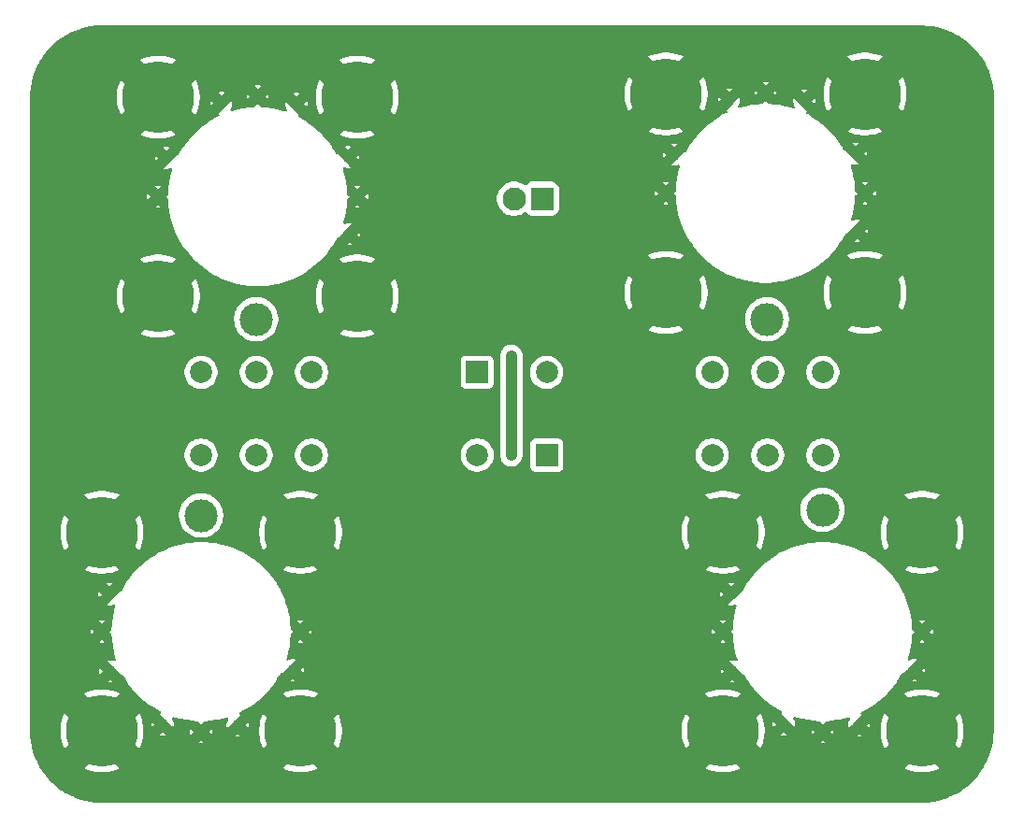
<source format=gbr>
%TF.GenerationSoftware,KiCad,Pcbnew,9.0.2-9.0.2-0~ubuntu24.04.1*%
%TF.CreationDate,2025-07-07T13:30:36-04:00*%
%TF.ProjectId,Transfer_G2RL,5472616e-7366-4657-925f-4732524c2e6b,rev?*%
%TF.SameCoordinates,Original*%
%TF.FileFunction,Copper,L2,Bot*%
%TF.FilePolarity,Positive*%
%FSLAX46Y46*%
G04 Gerber Fmt 4.6, Leading zero omitted, Abs format (unit mm)*
G04 Created by KiCad (PCBNEW 9.0.2-9.0.2-0~ubuntu24.04.1) date 2025-07-07 13:30:36*
%MOMM*%
%LPD*%
G01*
G04 APERTURE LIST*
G04 Aperture macros list*
%AMRoundRect*
0 Rectangle with rounded corners*
0 $1 Rounding radius*
0 $2 $3 $4 $5 $6 $7 $8 $9 X,Y pos of 4 corners*
0 Add a 4 corners polygon primitive as box body*
4,1,4,$2,$3,$4,$5,$6,$7,$8,$9,$2,$3,0*
0 Add four circle primitives for the rounded corners*
1,1,$1+$1,$2,$3*
1,1,$1+$1,$4,$5*
1,1,$1+$1,$6,$7*
1,1,$1+$1,$8,$9*
0 Add four rect primitives between the rounded corners*
20,1,$1+$1,$2,$3,$4,$5,0*
20,1,$1+$1,$4,$5,$6,$7,0*
20,1,$1+$1,$6,$7,$8,$9,0*
20,1,$1+$1,$8,$9,$2,$3,0*%
G04 Aperture macros list end*
%TA.AperFunction,ComponentPad*%
%ADD10C,2.000000*%
%TD*%
%TA.AperFunction,ComponentPad*%
%ADD11R,2.000000X2.000000*%
%TD*%
%TA.AperFunction,ComponentPad*%
%ADD12C,6.500000*%
%TD*%
%TA.AperFunction,ComponentPad*%
%ADD13C,1.000000*%
%TD*%
%TA.AperFunction,ComponentPad*%
%ADD14C,3.000000*%
%TD*%
%TA.AperFunction,ComponentPad*%
%ADD15RoundRect,0.250001X0.799999X0.799999X-0.799999X0.799999X-0.799999X-0.799999X0.799999X-0.799999X0*%
%TD*%
%TA.AperFunction,ComponentPad*%
%ADD16C,2.100000*%
%TD*%
%TA.AperFunction,ViaPad*%
%ADD17C,1.000000*%
%TD*%
%TA.AperFunction,Conductor*%
%ADD18C,1.000000*%
%TD*%
G04 APERTURE END LIST*
D10*
%TO.P,K3,11*%
%TO.N,Net-(C5-Pad2)*%
X114060000Y-96250000D03*
X114060000Y-103750000D03*
%TO.P,K3,12*%
%TO.N,Net-(C2-Pad1)*%
X119060000Y-96250000D03*
X119060000Y-103750000D03*
%TO.P,K3,14*%
%TO.N,Net-(C4-Pad1)*%
X109060000Y-96250000D03*
X109060000Y-103750000D03*
D11*
%TO.P,K3,A1*%
%TO.N,/12V*%
X134060000Y-96250000D03*
D10*
%TO.P,K3,A2*%
%TO.N,/Amp\u005C*%
X134060000Y-103750000D03*
%TD*%
D12*
%TO.P,J8,2,Ext*%
%TO.N,GND*%
X105185818Y-89343989D03*
D13*
X105185818Y-80343989D03*
D12*
X105185818Y-71343989D03*
D13*
X105885818Y-83743989D03*
X105885818Y-76843989D03*
X110885818Y-71843989D03*
X114185818Y-71243989D03*
X117685818Y-71943989D03*
X122385818Y-76743989D03*
X122485818Y-83743989D03*
D12*
X123185818Y-89343989D03*
D13*
X123185818Y-80343989D03*
D12*
X123185818Y-71343989D03*
%TD*%
D10*
%TO.P,K2,11*%
%TO.N,Net-(C1-Pad2)*%
X160350000Y-103750000D03*
X160350000Y-96250000D03*
%TO.P,K2,12*%
%TO.N,Net-(C2-Pad1)*%
X155350000Y-103750000D03*
X155350000Y-96250000D03*
%TO.P,K2,14*%
%TO.N,Net-(C6-Pad1)*%
X165350000Y-103750000D03*
X165350000Y-96250000D03*
D11*
%TO.P,K2,A1*%
%TO.N,/Amp\u005C*%
X140350000Y-103750000D03*
D10*
%TO.P,K2,A2*%
%TO.N,/12V*%
X140350000Y-96250000D03*
%TD*%
D14*
%TO.P,H1,1,1*%
%TO.N,Net-(C6-Pad1)*%
X165328600Y-108712000D03*
%TD*%
D12*
%TO.P,J5,2,Ext*%
%TO.N,GND*%
X151159818Y-89039189D03*
D13*
X151159818Y-80039189D03*
D12*
X151159818Y-71039189D03*
D13*
X151859818Y-83439189D03*
X151859818Y-76539189D03*
X156859818Y-71539189D03*
X160159818Y-70939189D03*
X163659818Y-71639189D03*
X168359818Y-76439189D03*
X168459818Y-83439189D03*
D12*
X169159818Y-89039189D03*
D13*
X169159818Y-80039189D03*
D12*
X169159818Y-71039189D03*
%TD*%
D14*
%TO.P,H4,1,1*%
%TO.N,Net-(C1-Pad2)*%
X160300000Y-91440000D03*
%TD*%
%TO.P,H3,1,1*%
%TO.N,Net-(C4-Pad1)*%
X109067600Y-109220000D03*
%TD*%
%TO.P,H2,1,1*%
%TO.N,Net-(C5-Pad2)*%
X114046000Y-91440000D03*
%TD*%
D15*
%TO.P,J1,1,Pin_1*%
%TO.N,/12V*%
X139920000Y-80520000D03*
D16*
%TO.P,J1,2,Pin_2*%
%TO.N,/Amp\u005C*%
X137380000Y-80520000D03*
%TD*%
D12*
%TO.P,J6,2,Ext*%
%TO.N,GND*%
X174328600Y-110751139D03*
D13*
X174328600Y-119751139D03*
D12*
X174328600Y-128751139D03*
D13*
X173628600Y-116351139D03*
X173628600Y-123251139D03*
X168628600Y-128251139D03*
X165328600Y-128851139D03*
X161828600Y-128151139D03*
X157128600Y-123351139D03*
X157028600Y-116351139D03*
D12*
X156328600Y-110751139D03*
D13*
X156328600Y-119751139D03*
D12*
X156328600Y-128751139D03*
%TD*%
%TO.P,J7,2,Ext*%
%TO.N,GND*%
X118067600Y-110751139D03*
D13*
X118067600Y-119751139D03*
D12*
X118067600Y-128751139D03*
D13*
X117367600Y-116351139D03*
X117367600Y-123251139D03*
X112367600Y-128251139D03*
X109067600Y-128851139D03*
X105567600Y-128151139D03*
X100867600Y-123351139D03*
X100767600Y-116351139D03*
D12*
X100067600Y-110751139D03*
D13*
X100067600Y-119751139D03*
D12*
X100067600Y-128751139D03*
%TD*%
D17*
%TO.N,GND*%
X103000000Y-100100000D03*
X156230000Y-89190000D03*
X161180000Y-110930000D03*
X171950000Y-100075000D03*
X137100000Y-134100000D03*
X146500000Y-65928000D03*
X127800000Y-65628000D03*
X104750000Y-106380000D03*
X94300000Y-104600000D03*
X176014000Y-105200000D03*
X179800000Y-105200000D03*
X122700000Y-134186000D03*
X94500000Y-79900000D03*
X94500000Y-120000000D03*
X94400000Y-70700000D03*
X94400000Y-88600000D03*
X94400000Y-110500000D03*
X94300000Y-99600000D03*
X123100000Y-65600000D03*
X105300000Y-65700000D03*
X151100000Y-65800000D03*
X138800000Y-65500000D03*
X179900000Y-110800000D03*
X179900000Y-71000000D03*
X180000000Y-80200000D03*
X179800000Y-99900000D03*
X169100000Y-65900000D03*
X180000000Y-119700000D03*
X177900000Y-67200000D03*
X178400000Y-132600000D03*
X118025000Y-89395000D03*
X104840000Y-96830000D03*
X104810000Y-103710000D03*
X104840000Y-94544000D03*
X164440000Y-92180000D03*
%TO.N,/Amp\u005C*%
X137160000Y-94742000D03*
%TO.N,GND*%
X169710000Y-96690000D03*
X168700000Y-93670000D03*
X169700000Y-103460000D03*
X169600000Y-106359975D03*
X143500000Y-91948000D03*
%TO.N,/Amp\u005C*%
X137160000Y-103773139D03*
%TO.N,GND*%
X144200000Y-95900000D03*
X146486000Y-95900000D03*
X148772000Y-95900000D03*
X151058000Y-95900000D03*
X148732000Y-104310000D03*
X151018000Y-104310000D03*
X146446000Y-104310000D03*
X144160000Y-104310000D03*
X123474000Y-95980000D03*
X130332000Y-95980000D03*
X128046000Y-95980000D03*
X125760000Y-95980000D03*
X133660000Y-91950000D03*
X130308000Y-104240000D03*
X128022000Y-104240000D03*
X125736000Y-104240000D03*
X123450000Y-104240000D03*
X151100000Y-134100000D03*
X165000000Y-134400000D03*
X179900000Y-88900000D03*
X113125000Y-111235000D03*
X95900000Y-132700000D03*
X109100000Y-134300000D03*
X96700000Y-67500000D03*
X113800000Y-65600000D03*
X160400000Y-65800000D03*
%TD*%
D18*
%TO.N,/Amp\u005C*%
X137160000Y-103773139D02*
X137160000Y-94742000D01*
%TD*%
%TA.AperFunction,Conductor*%
%TO.N,GND*%
G36*
X174392046Y-64837826D02*
G01*
X174396592Y-64837912D01*
X174826173Y-64853986D01*
X174835390Y-64854676D01*
X175309179Y-64908058D01*
X175318337Y-64909439D01*
X175786815Y-64998078D01*
X175795823Y-65000134D01*
X176256371Y-65123536D01*
X176265221Y-65126266D01*
X176715259Y-65283739D01*
X176723860Y-65287114D01*
X177160883Y-65477785D01*
X177169205Y-65481793D01*
X177590762Y-65704590D01*
X177598759Y-65709208D01*
X177619304Y-65722117D01*
X178002467Y-65962873D01*
X178010128Y-65968097D01*
X178393736Y-66251211D01*
X178400963Y-66256973D01*
X178762382Y-66567998D01*
X178769151Y-66574279D01*
X179106302Y-66911428D01*
X179112596Y-66918212D01*
X179371804Y-67219417D01*
X179423587Y-67279589D01*
X179429369Y-67286839D01*
X179712486Y-67670447D01*
X179717710Y-67678109D01*
X179971373Y-68081810D01*
X179976009Y-68089841D01*
X180198780Y-68511343D01*
X180202804Y-68519697D01*
X180393470Y-68956705D01*
X180396857Y-68965337D01*
X180554319Y-69415334D01*
X180557053Y-69424195D01*
X180680456Y-69884735D01*
X180682519Y-69893776D01*
X180771155Y-70362227D01*
X180772537Y-70371396D01*
X180825919Y-70845168D01*
X180826612Y-70854415D01*
X180844495Y-71332344D01*
X180844582Y-71337013D01*
X180829600Y-128675384D01*
X180829599Y-128675916D01*
X180829557Y-128684941D01*
X180829262Y-128686047D01*
X180829262Y-128749972D01*
X180829261Y-128750192D01*
X180829250Y-128750226D01*
X180829175Y-128754265D01*
X180811304Y-129231866D01*
X180810611Y-129241113D01*
X180757358Y-129713745D01*
X180755976Y-129722914D01*
X180667553Y-130190238D01*
X180665490Y-130199278D01*
X180542389Y-130658699D01*
X180539656Y-130667561D01*
X180382566Y-131116499D01*
X180379178Y-131125131D01*
X180188977Y-131561077D01*
X180184953Y-131569431D01*
X179962718Y-131989920D01*
X179958082Y-131997951D01*
X179705030Y-132400681D01*
X179699806Y-132408343D01*
X179417372Y-132791028D01*
X179411596Y-132798270D01*
X179217661Y-133023629D01*
X179101347Y-133158789D01*
X179095039Y-133165586D01*
X178758734Y-133501891D01*
X178751937Y-133508198D01*
X178391413Y-133818454D01*
X178384163Y-133824236D01*
X178001485Y-134106665D01*
X177993823Y-134111889D01*
X177591093Y-134364941D01*
X177583062Y-134369577D01*
X177162574Y-134591811D01*
X177154220Y-134595835D01*
X176718273Y-134786037D01*
X176709641Y-134789425D01*
X176260704Y-134946515D01*
X176251843Y-134949248D01*
X175792422Y-135072350D01*
X175783381Y-135074413D01*
X175316057Y-135162836D01*
X175306888Y-135164218D01*
X174834255Y-135217471D01*
X174825007Y-135218164D01*
X174349028Y-135235973D01*
X174344421Y-135236060D01*
X100069173Y-135253211D01*
X100064503Y-135253124D01*
X99585128Y-135235168D01*
X99575872Y-135234474D01*
X99523409Y-135228556D01*
X99101458Y-135180962D01*
X99092279Y-135179577D01*
X98623197Y-135090723D01*
X98614148Y-135088655D01*
X98153039Y-134964962D01*
X98144168Y-134962222D01*
X97693598Y-134804375D01*
X97684959Y-134800981D01*
X97428483Y-134688945D01*
X97247454Y-134609867D01*
X97239107Y-134605842D01*
X96861403Y-134405966D01*
X96817128Y-134382536D01*
X96809091Y-134377890D01*
X96404992Y-134123635D01*
X96397326Y-134118400D01*
X96041930Y-133855728D01*
X96013398Y-133834640D01*
X96006162Y-133828861D01*
X95644517Y-133517157D01*
X95637733Y-133510852D01*
X95300414Y-133172959D01*
X95294112Y-133166154D01*
X94983035Y-132803993D01*
X94977268Y-132796748D01*
X94694143Y-132412314D01*
X94688922Y-132404638D01*
X94681718Y-132393145D01*
X94527627Y-132147314D01*
X98467473Y-132147314D01*
X98802734Y-132286185D01*
X99155335Y-132393145D01*
X99155346Y-132393148D01*
X99516690Y-132465022D01*
X99516707Y-132465025D01*
X99883377Y-132501139D01*
X100251823Y-132501139D01*
X100618492Y-132465025D01*
X100618509Y-132465022D01*
X100979853Y-132393148D01*
X100979864Y-132393145D01*
X101332465Y-132286185D01*
X101667725Y-132147314D01*
X116467473Y-132147314D01*
X116802734Y-132286185D01*
X117155335Y-132393145D01*
X117155346Y-132393148D01*
X117516690Y-132465022D01*
X117516707Y-132465025D01*
X117883377Y-132501139D01*
X118251823Y-132501139D01*
X118618492Y-132465025D01*
X118618509Y-132465022D01*
X118979853Y-132393148D01*
X118979864Y-132393145D01*
X119332465Y-132286185D01*
X119667725Y-132147314D01*
X154728473Y-132147314D01*
X155063734Y-132286185D01*
X155416335Y-132393145D01*
X155416346Y-132393148D01*
X155777690Y-132465022D01*
X155777707Y-132465025D01*
X156144377Y-132501139D01*
X156512823Y-132501139D01*
X156879492Y-132465025D01*
X156879509Y-132465022D01*
X157240853Y-132393148D01*
X157240864Y-132393145D01*
X157593465Y-132286185D01*
X157928725Y-132147314D01*
X172728473Y-132147314D01*
X173063734Y-132286185D01*
X173416335Y-132393145D01*
X173416346Y-132393148D01*
X173777690Y-132465022D01*
X173777707Y-132465025D01*
X174144377Y-132501139D01*
X174512823Y-132501139D01*
X174879492Y-132465025D01*
X174879509Y-132465022D01*
X175240853Y-132393148D01*
X175240864Y-132393145D01*
X175593465Y-132286185D01*
X175928725Y-132147314D01*
X174328600Y-130547190D01*
X172728473Y-132147314D01*
X157928725Y-132147314D01*
X156328600Y-130547190D01*
X154728473Y-132147314D01*
X119667725Y-132147314D01*
X118067600Y-130547190D01*
X116467473Y-132147314D01*
X101667725Y-132147314D01*
X100067600Y-130547190D01*
X98467473Y-132147314D01*
X94527627Y-132147314D01*
X94435363Y-132000120D01*
X94430731Y-131992076D01*
X94233704Y-131618220D01*
X94208144Y-131569720D01*
X94204134Y-131561367D01*
X94013763Y-131123533D01*
X94010383Y-131114887D01*
X93853302Y-130664044D01*
X93850586Y-130655196D01*
X93727669Y-130193848D01*
X93725620Y-130184810D01*
X93704015Y-130069682D01*
X93637562Y-129715565D01*
X93636194Y-129706389D01*
X93631419Y-129663403D01*
X93583490Y-129231898D01*
X93582812Y-129222642D01*
X93578186Y-129093280D01*
X93565663Y-128743064D01*
X93565585Y-128738642D01*
X93565584Y-128738553D01*
X93565694Y-128674993D01*
X93565582Y-128674572D01*
X93565582Y-128566916D01*
X96317600Y-128566916D01*
X96317600Y-128935361D01*
X96353713Y-129302031D01*
X96353716Y-129302048D01*
X96425590Y-129663392D01*
X96425593Y-129663403D01*
X96532552Y-130016000D01*
X96671423Y-130351264D01*
X98271548Y-128751140D01*
X98271548Y-128751138D01*
X98156848Y-128636438D01*
X98317600Y-128636438D01*
X98317600Y-128865840D01*
X98347543Y-129093280D01*
X98406917Y-129314865D01*
X98494705Y-129526805D01*
X98609406Y-129725473D01*
X98749057Y-129907470D01*
X98911269Y-130069682D01*
X99093266Y-130209333D01*
X99291934Y-130324034D01*
X99503874Y-130411822D01*
X99725459Y-130471196D01*
X99952899Y-130501139D01*
X100182301Y-130501139D01*
X100409741Y-130471196D01*
X100631326Y-130411822D01*
X100843266Y-130324034D01*
X101041934Y-130209333D01*
X101223931Y-130069682D01*
X101386143Y-129907470D01*
X101525794Y-129725473D01*
X101640495Y-129526805D01*
X101728283Y-129314865D01*
X101787657Y-129093280D01*
X101817600Y-128865840D01*
X101817600Y-128751138D01*
X101863651Y-128751138D01*
X101863651Y-128751140D01*
X103463775Y-130351264D01*
X103602646Y-130016004D01*
X103662442Y-129818884D01*
X108806959Y-129818884D01*
X108806959Y-129818885D01*
X108969104Y-129851138D01*
X108969107Y-129851139D01*
X109166093Y-129851139D01*
X109328239Y-129818885D01*
X109328239Y-129818884D01*
X109067601Y-129558245D01*
X109067600Y-129558245D01*
X108806959Y-129818884D01*
X103662442Y-129818884D01*
X103684016Y-129747763D01*
X103709606Y-129663403D01*
X103709609Y-129663392D01*
X103781483Y-129302048D01*
X103781486Y-129302032D01*
X103789675Y-129218884D01*
X112106959Y-129218884D01*
X112106959Y-129218885D01*
X112269104Y-129251138D01*
X112269107Y-129251139D01*
X112466093Y-129251139D01*
X112628239Y-129218885D01*
X112628239Y-129218884D01*
X112367601Y-128958245D01*
X112367600Y-128958245D01*
X112106959Y-129218884D01*
X103789675Y-129218884D01*
X103799524Y-129118884D01*
X105306959Y-129118884D01*
X105306959Y-129118885D01*
X105469104Y-129151138D01*
X105469107Y-129151139D01*
X105666093Y-129151139D01*
X105828239Y-129118885D01*
X105828239Y-129118884D01*
X105567601Y-128858245D01*
X105567600Y-128858245D01*
X105306959Y-129118884D01*
X103799524Y-129118884D01*
X103804181Y-129071604D01*
X103817600Y-128935361D01*
X103817600Y-128752643D01*
X108067600Y-128752643D01*
X108067600Y-128949634D01*
X108099852Y-129111778D01*
X108099853Y-129111778D01*
X108360493Y-128851139D01*
X108360493Y-128851138D01*
X108320998Y-128811643D01*
X108767600Y-128811643D01*
X108767600Y-128890635D01*
X108788044Y-128966935D01*
X108827540Y-129035344D01*
X108883395Y-129091199D01*
X108951804Y-129130695D01*
X109028104Y-129151139D01*
X109107096Y-129151139D01*
X109183396Y-129130695D01*
X109251805Y-129091199D01*
X109307660Y-129035344D01*
X109347156Y-128966935D01*
X109367600Y-128890635D01*
X109367600Y-128851138D01*
X109774706Y-128851138D01*
X109774706Y-128851139D01*
X110035345Y-129111778D01*
X110067600Y-128949632D01*
X110067600Y-128752645D01*
X110067599Y-128752643D01*
X110035346Y-128590498D01*
X110035345Y-128590498D01*
X109774706Y-128851138D01*
X109367600Y-128851138D01*
X109367600Y-128811643D01*
X109347156Y-128735343D01*
X109307660Y-128666934D01*
X109251805Y-128611079D01*
X109183396Y-128571583D01*
X109165978Y-128566916D01*
X114317600Y-128566916D01*
X114317600Y-128935361D01*
X114353713Y-129302031D01*
X114353716Y-129302048D01*
X114425590Y-129663392D01*
X114425593Y-129663403D01*
X114532552Y-130016000D01*
X114671423Y-130351264D01*
X116271548Y-128751140D01*
X116271548Y-128751138D01*
X116156848Y-128636438D01*
X116317600Y-128636438D01*
X116317600Y-128865840D01*
X116347543Y-129093280D01*
X116406917Y-129314865D01*
X116494705Y-129526805D01*
X116609406Y-129725473D01*
X116749057Y-129907470D01*
X116911269Y-130069682D01*
X117093266Y-130209333D01*
X117291934Y-130324034D01*
X117503874Y-130411822D01*
X117725459Y-130471196D01*
X117952899Y-130501139D01*
X118182301Y-130501139D01*
X118409741Y-130471196D01*
X118631326Y-130411822D01*
X118843266Y-130324034D01*
X119041934Y-130209333D01*
X119223931Y-130069682D01*
X119386143Y-129907470D01*
X119525794Y-129725473D01*
X119640495Y-129526805D01*
X119728283Y-129314865D01*
X119787657Y-129093280D01*
X119817600Y-128865840D01*
X119817600Y-128751138D01*
X119863651Y-128751138D01*
X119863651Y-128751139D01*
X121463775Y-130351264D01*
X121602646Y-130016004D01*
X121709606Y-129663403D01*
X121709609Y-129663392D01*
X121781483Y-129302048D01*
X121781486Y-129302031D01*
X121817600Y-128935361D01*
X121817600Y-128566916D01*
X152578600Y-128566916D01*
X152578600Y-128935361D01*
X152614713Y-129302031D01*
X152614716Y-129302048D01*
X152686590Y-129663392D01*
X152686593Y-129663403D01*
X152793552Y-130016000D01*
X152932423Y-130351264D01*
X154532548Y-128751139D01*
X154532548Y-128751138D01*
X154417848Y-128636438D01*
X154578600Y-128636438D01*
X154578600Y-128865840D01*
X154608543Y-129093280D01*
X154667917Y-129314865D01*
X154755705Y-129526805D01*
X154870406Y-129725473D01*
X155010057Y-129907470D01*
X155172269Y-130069682D01*
X155354266Y-130209333D01*
X155552934Y-130324034D01*
X155764874Y-130411822D01*
X155986459Y-130471196D01*
X156213899Y-130501139D01*
X156443301Y-130501139D01*
X156670741Y-130471196D01*
X156892326Y-130411822D01*
X157104266Y-130324034D01*
X157302934Y-130209333D01*
X157484931Y-130069682D01*
X157647143Y-129907470D01*
X157786794Y-129725473D01*
X157901495Y-129526805D01*
X157989283Y-129314865D01*
X158048657Y-129093280D01*
X158078600Y-128865840D01*
X158078600Y-128751138D01*
X158124651Y-128751138D01*
X158124651Y-128751140D01*
X159724775Y-130351264D01*
X159863646Y-130016004D01*
X159923442Y-129818884D01*
X165067959Y-129818884D01*
X165067959Y-129818885D01*
X165230104Y-129851138D01*
X165230107Y-129851139D01*
X165427093Y-129851139D01*
X165589239Y-129818885D01*
X165589239Y-129818884D01*
X165328601Y-129558245D01*
X165328600Y-129558245D01*
X165067959Y-129818884D01*
X159923442Y-129818884D01*
X159945016Y-129747763D01*
X159970606Y-129663403D01*
X159970609Y-129663392D01*
X160042483Y-129302048D01*
X160042486Y-129302032D01*
X160050675Y-129218884D01*
X168367959Y-129218884D01*
X168367959Y-129218885D01*
X168530104Y-129251138D01*
X168530107Y-129251139D01*
X168727093Y-129251139D01*
X168889239Y-129218885D01*
X168889239Y-129218884D01*
X168628601Y-128958245D01*
X168628600Y-128958245D01*
X168367959Y-129218884D01*
X160050675Y-129218884D01*
X160060524Y-129118884D01*
X161567959Y-129118884D01*
X161567959Y-129118885D01*
X161730104Y-129151138D01*
X161730107Y-129151139D01*
X161927093Y-129151139D01*
X162089239Y-129118885D01*
X162089239Y-129118884D01*
X161828601Y-128858245D01*
X161828600Y-128858245D01*
X161567959Y-129118884D01*
X160060524Y-129118884D01*
X160065181Y-129071604D01*
X160078600Y-128935361D01*
X160078600Y-128752643D01*
X164328600Y-128752643D01*
X164328600Y-128949634D01*
X164360852Y-129111778D01*
X164360853Y-129111778D01*
X164621493Y-128851139D01*
X164621493Y-128851138D01*
X164581998Y-128811643D01*
X165028600Y-128811643D01*
X165028600Y-128890635D01*
X165049044Y-128966935D01*
X165088540Y-129035344D01*
X165144395Y-129091199D01*
X165212804Y-129130695D01*
X165289104Y-129151139D01*
X165368096Y-129151139D01*
X165444396Y-129130695D01*
X165512805Y-129091199D01*
X165568660Y-129035344D01*
X165608156Y-128966935D01*
X165628600Y-128890635D01*
X165628600Y-128851138D01*
X166035706Y-128851138D01*
X166035706Y-128851139D01*
X166296345Y-129111778D01*
X166328600Y-128949632D01*
X166328600Y-128752645D01*
X166328599Y-128752643D01*
X166296346Y-128590498D01*
X166296345Y-128590498D01*
X166035706Y-128851138D01*
X165628600Y-128851138D01*
X165628600Y-128811643D01*
X165608156Y-128735343D01*
X165568660Y-128666934D01*
X165512805Y-128611079D01*
X165444396Y-128571583D01*
X165426978Y-128566916D01*
X170578600Y-128566916D01*
X170578600Y-128935361D01*
X170614713Y-129302031D01*
X170614716Y-129302048D01*
X170686590Y-129663392D01*
X170686593Y-129663403D01*
X170793552Y-130016000D01*
X170932423Y-130351264D01*
X172532548Y-128751140D01*
X172532548Y-128751137D01*
X172417849Y-128636438D01*
X172578600Y-128636438D01*
X172578600Y-128865840D01*
X172608543Y-129093280D01*
X172667917Y-129314865D01*
X172755705Y-129526805D01*
X172870406Y-129725473D01*
X173010057Y-129907470D01*
X173172269Y-130069682D01*
X173354266Y-130209333D01*
X173552934Y-130324034D01*
X173764874Y-130411822D01*
X173986459Y-130471196D01*
X174213899Y-130501139D01*
X174443301Y-130501139D01*
X174670741Y-130471196D01*
X174892326Y-130411822D01*
X175104266Y-130324034D01*
X175302934Y-130209333D01*
X175484931Y-130069682D01*
X175647143Y-129907470D01*
X175786794Y-129725473D01*
X175901495Y-129526805D01*
X175989283Y-129314865D01*
X176048657Y-129093280D01*
X176078600Y-128865840D01*
X176078600Y-128751138D01*
X176124651Y-128751138D01*
X176124651Y-128751140D01*
X177724775Y-130351264D01*
X177863646Y-130016004D01*
X177970606Y-129663403D01*
X177970609Y-129663392D01*
X178042483Y-129302048D01*
X178042486Y-129302031D01*
X178078600Y-128935361D01*
X178078600Y-128566916D01*
X178042486Y-128200246D01*
X178042483Y-128200229D01*
X177970609Y-127838885D01*
X177970606Y-127838874D01*
X177863646Y-127486273D01*
X177724775Y-127151012D01*
X176124651Y-128751138D01*
X176078600Y-128751138D01*
X176078600Y-128636438D01*
X176048657Y-128408998D01*
X175989283Y-128187413D01*
X175901495Y-127975473D01*
X175786794Y-127776805D01*
X175647143Y-127594808D01*
X175484931Y-127432596D01*
X175302934Y-127292945D01*
X175104266Y-127178244D01*
X174892326Y-127090456D01*
X174670741Y-127031082D01*
X174443301Y-127001139D01*
X174213899Y-127001139D01*
X173986459Y-127031082D01*
X173764874Y-127090456D01*
X173552934Y-127178244D01*
X173354266Y-127292945D01*
X173172269Y-127432596D01*
X173010057Y-127594808D01*
X172870406Y-127776805D01*
X172755705Y-127975473D01*
X172667917Y-128187413D01*
X172608543Y-128408998D01*
X172578600Y-128636438D01*
X172417849Y-128636438D01*
X170932423Y-127151012D01*
X170793552Y-127486277D01*
X170686593Y-127838874D01*
X170686590Y-127838885D01*
X170614716Y-128200229D01*
X170614713Y-128200246D01*
X170578600Y-128566916D01*
X165426978Y-128566916D01*
X165368096Y-128551139D01*
X165289104Y-128551139D01*
X165212804Y-128571583D01*
X165144395Y-128611079D01*
X165088540Y-128666934D01*
X165049044Y-128735343D01*
X165028600Y-128811643D01*
X164581998Y-128811643D01*
X164360853Y-128590498D01*
X164360852Y-128590498D01*
X164328600Y-128752643D01*
X160078600Y-128752643D01*
X160078600Y-128566916D01*
X160042486Y-128200247D01*
X160016728Y-128070747D01*
X160016728Y-128070743D01*
X160013128Y-128052643D01*
X160828600Y-128052643D01*
X160828600Y-128249634D01*
X160860852Y-128411778D01*
X160860853Y-128411778D01*
X161121493Y-128151139D01*
X161121493Y-128151138D01*
X161081998Y-128111643D01*
X161528600Y-128111643D01*
X161528600Y-128190635D01*
X161549044Y-128266935D01*
X161588540Y-128335344D01*
X161644395Y-128391199D01*
X161712804Y-128430695D01*
X161789104Y-128451139D01*
X161868096Y-128451139D01*
X161944396Y-128430695D01*
X162012805Y-128391199D01*
X162068660Y-128335344D01*
X162108156Y-128266935D01*
X162128600Y-128190635D01*
X162128600Y-128111643D01*
X162108156Y-128035343D01*
X162068660Y-127966934D01*
X162012805Y-127911079D01*
X161944396Y-127871583D01*
X161868096Y-127851139D01*
X161789104Y-127851139D01*
X161712804Y-127871583D01*
X161644395Y-127911079D01*
X161588540Y-127966934D01*
X161549044Y-128035343D01*
X161528600Y-128111643D01*
X161081998Y-128111643D01*
X160860853Y-127890498D01*
X160860852Y-127890498D01*
X160828600Y-128052643D01*
X160013128Y-128052643D01*
X159970609Y-127838885D01*
X159970606Y-127838874D01*
X159863646Y-127486273D01*
X159724775Y-127151012D01*
X158124651Y-128751138D01*
X158078600Y-128751138D01*
X158078600Y-128636438D01*
X158048657Y-128408998D01*
X157989283Y-128187413D01*
X157901495Y-127975473D01*
X157786794Y-127776805D01*
X157647143Y-127594808D01*
X157484931Y-127432596D01*
X157302934Y-127292945D01*
X157104266Y-127178244D01*
X156892326Y-127090456D01*
X156670741Y-127031082D01*
X156443301Y-127001139D01*
X156213899Y-127001139D01*
X155986459Y-127031082D01*
X155764874Y-127090456D01*
X155552934Y-127178244D01*
X155354266Y-127292945D01*
X155172269Y-127432596D01*
X155010057Y-127594808D01*
X154870406Y-127776805D01*
X154755705Y-127975473D01*
X154667917Y-128187413D01*
X154608543Y-128408998D01*
X154578600Y-128636438D01*
X154417848Y-128636438D01*
X152932423Y-127151012D01*
X152793552Y-127486277D01*
X152686593Y-127838874D01*
X152686590Y-127838885D01*
X152614716Y-128200229D01*
X152614713Y-128200246D01*
X152578600Y-128566916D01*
X121817600Y-128566916D01*
X121781486Y-128200246D01*
X121781483Y-128200229D01*
X121709609Y-127838885D01*
X121709606Y-127838874D01*
X121602646Y-127486273D01*
X121463775Y-127151012D01*
X119863651Y-128751138D01*
X119817600Y-128751138D01*
X119817600Y-128636438D01*
X119787657Y-128408998D01*
X119728283Y-128187413D01*
X119640495Y-127975473D01*
X119525794Y-127776805D01*
X119386143Y-127594808D01*
X119223931Y-127432596D01*
X119041934Y-127292945D01*
X118843266Y-127178244D01*
X118631326Y-127090456D01*
X118409741Y-127031082D01*
X118182301Y-127001139D01*
X117952899Y-127001139D01*
X117725459Y-127031082D01*
X117503874Y-127090456D01*
X117291934Y-127178244D01*
X117093266Y-127292945D01*
X116911269Y-127432596D01*
X116749057Y-127594808D01*
X116609406Y-127776805D01*
X116494705Y-127975473D01*
X116406917Y-128187413D01*
X116347543Y-128408998D01*
X116317600Y-128636438D01*
X116156848Y-128636438D01*
X114671423Y-127151012D01*
X114532552Y-127486277D01*
X114425593Y-127838874D01*
X114425590Y-127838885D01*
X114353716Y-128200229D01*
X114353713Y-128200246D01*
X114317600Y-128566916D01*
X109165978Y-128566916D01*
X109107096Y-128551139D01*
X109028104Y-128551139D01*
X108951804Y-128571583D01*
X108883395Y-128611079D01*
X108827540Y-128666934D01*
X108788044Y-128735343D01*
X108767600Y-128811643D01*
X108320998Y-128811643D01*
X108099853Y-128590498D01*
X108099852Y-128590498D01*
X108067600Y-128752643D01*
X103817600Y-128752643D01*
X103817600Y-128566916D01*
X103781486Y-128200247D01*
X103755728Y-128070747D01*
X103755728Y-128070743D01*
X103752128Y-128052643D01*
X104567600Y-128052643D01*
X104567600Y-128249634D01*
X104599852Y-128411778D01*
X104599853Y-128411778D01*
X104860493Y-128151139D01*
X104860493Y-128151138D01*
X104820998Y-128111643D01*
X105267600Y-128111643D01*
X105267600Y-128190635D01*
X105288044Y-128266935D01*
X105327540Y-128335344D01*
X105383395Y-128391199D01*
X105451804Y-128430695D01*
X105528104Y-128451139D01*
X105607096Y-128451139D01*
X105683396Y-128430695D01*
X105751805Y-128391199D01*
X105807660Y-128335344D01*
X105847156Y-128266935D01*
X105867600Y-128190635D01*
X105867600Y-128111643D01*
X105847156Y-128035343D01*
X105807660Y-127966934D01*
X105751805Y-127911079D01*
X105683396Y-127871583D01*
X105607096Y-127851139D01*
X105528104Y-127851139D01*
X105451804Y-127871583D01*
X105383395Y-127911079D01*
X105327540Y-127966934D01*
X105288044Y-128035343D01*
X105267600Y-128111643D01*
X104820998Y-128111643D01*
X104599853Y-127890498D01*
X104599852Y-127890498D01*
X104567600Y-128052643D01*
X103752128Y-128052643D01*
X103709609Y-127838885D01*
X103709606Y-127838874D01*
X103602646Y-127486273D01*
X103463775Y-127151012D01*
X101863651Y-128751138D01*
X101817600Y-128751138D01*
X101817600Y-128636438D01*
X101787657Y-128408998D01*
X101728283Y-128187413D01*
X101640495Y-127975473D01*
X101525794Y-127776805D01*
X101386143Y-127594808D01*
X101223931Y-127432596D01*
X101041934Y-127292945D01*
X100843266Y-127178244D01*
X100631326Y-127090456D01*
X100409741Y-127031082D01*
X100182301Y-127001139D01*
X99952899Y-127001139D01*
X99725459Y-127031082D01*
X99503874Y-127090456D01*
X99291934Y-127178244D01*
X99093266Y-127292945D01*
X98911269Y-127432596D01*
X98749057Y-127594808D01*
X98609406Y-127776805D01*
X98494705Y-127975473D01*
X98406917Y-128187413D01*
X98347543Y-128408998D01*
X98317600Y-128636438D01*
X98156848Y-128636438D01*
X96671423Y-127151012D01*
X96532552Y-127486277D01*
X96425593Y-127838874D01*
X96425590Y-127838885D01*
X96353716Y-128200229D01*
X96353713Y-128200246D01*
X96317600Y-128566916D01*
X93565582Y-128566916D01*
X93565582Y-125354962D01*
X98467473Y-125354962D01*
X100067599Y-126955087D01*
X101667725Y-125354962D01*
X101332461Y-125216091D01*
X100979864Y-125109132D01*
X100979853Y-125109129D01*
X100618509Y-125037255D01*
X100618492Y-125037252D01*
X100251823Y-125001139D01*
X99883377Y-125001139D01*
X99516707Y-125037252D01*
X99516690Y-125037255D01*
X99155346Y-125109129D01*
X99155335Y-125109132D01*
X98802738Y-125216091D01*
X98467473Y-125354962D01*
X93565582Y-125354962D01*
X93565582Y-124318884D01*
X100606959Y-124318884D01*
X100606959Y-124318885D01*
X100769104Y-124351138D01*
X100769107Y-124351139D01*
X100966093Y-124351139D01*
X101128239Y-124318885D01*
X101128239Y-124318884D01*
X100867601Y-124058245D01*
X100867600Y-124058245D01*
X100606959Y-124318884D01*
X93565582Y-124318884D01*
X93565582Y-123252643D01*
X99867600Y-123252643D01*
X99867600Y-123449634D01*
X99899852Y-123611778D01*
X99899853Y-123611778D01*
X100160493Y-123351139D01*
X100160493Y-123351138D01*
X100120998Y-123311643D01*
X100567600Y-123311643D01*
X100567600Y-123390635D01*
X100588044Y-123466935D01*
X100627540Y-123535344D01*
X100683395Y-123591199D01*
X100751804Y-123630695D01*
X100828104Y-123651139D01*
X100907096Y-123651139D01*
X100983396Y-123630695D01*
X101051805Y-123591199D01*
X101107660Y-123535344D01*
X101147156Y-123466935D01*
X101167600Y-123390635D01*
X101167600Y-123311643D01*
X101147156Y-123235343D01*
X101107660Y-123166934D01*
X101051805Y-123111079D01*
X100983396Y-123071583D01*
X100907096Y-123051139D01*
X100828104Y-123051139D01*
X100751804Y-123071583D01*
X100683395Y-123111079D01*
X100627540Y-123166934D01*
X100588044Y-123235343D01*
X100567600Y-123311643D01*
X100120998Y-123311643D01*
X99899853Y-123090498D01*
X99899852Y-123090498D01*
X99867600Y-123252643D01*
X93565582Y-123252643D01*
X93565582Y-120718884D01*
X99806959Y-120718884D01*
X99806959Y-120718885D01*
X99969104Y-120751138D01*
X99969107Y-120751139D01*
X100166093Y-120751139D01*
X100328239Y-120718885D01*
X100328239Y-120718884D01*
X100067601Y-120458245D01*
X100067600Y-120458245D01*
X99806959Y-120718884D01*
X93565582Y-120718884D01*
X93565582Y-119652643D01*
X99067600Y-119652643D01*
X99067600Y-119849634D01*
X99099852Y-120011778D01*
X99099853Y-120011778D01*
X99360493Y-119751139D01*
X99360493Y-119751138D01*
X99320998Y-119711643D01*
X99767600Y-119711643D01*
X99767600Y-119790635D01*
X99788044Y-119866935D01*
X99827540Y-119935344D01*
X99883395Y-119991199D01*
X99951804Y-120030695D01*
X100028104Y-120051139D01*
X100107096Y-120051139D01*
X100183396Y-120030695D01*
X100251805Y-119991199D01*
X100307660Y-119935344D01*
X100347156Y-119866935D01*
X100367600Y-119790635D01*
X100367600Y-119711643D01*
X100347156Y-119635343D01*
X100307660Y-119566934D01*
X100251805Y-119511079D01*
X100183396Y-119471583D01*
X100107096Y-119451139D01*
X100028104Y-119451139D01*
X99951804Y-119471583D01*
X99883395Y-119511079D01*
X99827540Y-119566934D01*
X99788044Y-119635343D01*
X99767600Y-119711643D01*
X99320998Y-119711643D01*
X99099853Y-119490498D01*
X99099852Y-119490498D01*
X99067600Y-119652643D01*
X93565582Y-119652643D01*
X93565582Y-118783391D01*
X99806959Y-118783391D01*
X99806959Y-118783392D01*
X100067600Y-119044032D01*
X100067601Y-119044032D01*
X100328239Y-118783392D01*
X100328239Y-118783391D01*
X100166095Y-118751139D01*
X99969104Y-118751139D01*
X99806959Y-118783391D01*
X93565582Y-118783391D01*
X93565582Y-117318884D01*
X100506959Y-117318884D01*
X100506959Y-117318885D01*
X100669104Y-117351138D01*
X100669107Y-117351139D01*
X100866092Y-117351139D01*
X100866095Y-117351138D01*
X101059281Y-117312711D01*
X101059289Y-117312709D01*
X101136799Y-117280604D01*
X101206268Y-117273135D01*
X101268748Y-117304410D01*
X101304400Y-117364499D01*
X101304027Y-117427258D01*
X101174484Y-117910719D01*
X101174478Y-117910745D01*
X101071016Y-118430887D01*
X101071014Y-118430898D01*
X101001788Y-118956718D01*
X100987182Y-119179559D01*
X100967100Y-119485956D01*
X100967100Y-119485967D01*
X100967100Y-119507383D01*
X100947415Y-119574422D01*
X100930781Y-119595064D01*
X100774706Y-119751138D01*
X100930781Y-119907212D01*
X100964266Y-119968535D01*
X100967100Y-119994894D01*
X100967100Y-120016322D01*
X100989008Y-120350572D01*
X101001788Y-120545559D01*
X101071014Y-121071379D01*
X101071016Y-121071390D01*
X101174478Y-121591532D01*
X101174482Y-121591550D01*
X101311753Y-122103851D01*
X101311755Y-122103859D01*
X101361584Y-122250649D01*
X101364494Y-122320459D01*
X101329199Y-122380759D01*
X101266907Y-122412405D01*
X101197395Y-122405349D01*
X101196713Y-122405069D01*
X101159293Y-122389569D01*
X101159281Y-122389566D01*
X100966095Y-122351139D01*
X100769104Y-122351139D01*
X100606959Y-122383391D01*
X100606959Y-122383392D01*
X101836122Y-123612555D01*
X101902552Y-123611962D01*
X101961665Y-123649210D01*
X101976068Y-123669246D01*
X102184947Y-124031035D01*
X102184963Y-124031060D01*
X102398833Y-124351139D01*
X102479608Y-124472027D01*
X102802475Y-124892794D01*
X103152169Y-125291545D01*
X103527194Y-125666570D01*
X103925945Y-126016264D01*
X104346712Y-126339131D01*
X104346718Y-126339135D01*
X104787678Y-126633775D01*
X104787703Y-126633791D01*
X105247004Y-126898969D01*
X105347597Y-126948576D01*
X105399016Y-126995881D01*
X105416698Y-127063476D01*
X105395028Y-127129901D01*
X105340887Y-127174065D01*
X105316944Y-127181405D01*
X105306959Y-127183391D01*
X105306959Y-127183392D01*
X106535345Y-128411778D01*
X106535346Y-128411778D01*
X106567600Y-128249632D01*
X106567600Y-128052647D01*
X106567599Y-128052643D01*
X106529172Y-127859457D01*
X106529169Y-127859445D01*
X106453792Y-127677467D01*
X106453785Y-127677454D01*
X106432818Y-127646075D01*
X106411940Y-127579398D01*
X106430424Y-127512018D01*
X106482403Y-127465327D01*
X106551373Y-127454151D01*
X106575779Y-127459765D01*
X106714879Y-127506983D01*
X106714883Y-127506984D01*
X106714889Y-127506986D01*
X107227183Y-127644255D01*
X107227187Y-127644255D01*
X107227188Y-127644256D01*
X107227206Y-127644260D01*
X107734364Y-127745139D01*
X107747358Y-127747724D01*
X108273187Y-127816951D01*
X108726730Y-127846678D01*
X108792335Y-127870704D01*
X108806298Y-127882731D01*
X109067599Y-128144031D01*
X109328899Y-127882731D01*
X109390222Y-127849246D01*
X109408456Y-127846679D01*
X109862013Y-127816951D01*
X110387842Y-127747724D01*
X110741114Y-127677454D01*
X110907993Y-127644260D01*
X110908002Y-127644257D01*
X110908017Y-127644255D01*
X111396642Y-127513328D01*
X111466489Y-127514991D01*
X111524352Y-127554153D01*
X111551856Y-127618382D01*
X111540270Y-127687284D01*
X111531836Y-127701993D01*
X111481413Y-127777456D01*
X111481407Y-127777467D01*
X111406030Y-127959445D01*
X111406027Y-127959457D01*
X111367600Y-128152643D01*
X111367600Y-128349634D01*
X111399852Y-128511778D01*
X111399853Y-128511778D01*
X111699990Y-128211643D01*
X112067600Y-128211643D01*
X112067600Y-128290635D01*
X112088044Y-128366935D01*
X112127540Y-128435344D01*
X112183395Y-128491199D01*
X112251804Y-128530695D01*
X112328104Y-128551139D01*
X112407096Y-128551139D01*
X112483396Y-128530695D01*
X112551805Y-128491199D01*
X112607660Y-128435344D01*
X112647156Y-128366935D01*
X112667600Y-128290635D01*
X112667600Y-128251138D01*
X113074706Y-128251138D01*
X113074706Y-128251139D01*
X113335345Y-128511778D01*
X113335346Y-128511778D01*
X113367600Y-128349632D01*
X113367600Y-128152645D01*
X113367599Y-128152643D01*
X113335346Y-127990498D01*
X113335345Y-127990498D01*
X113074706Y-128251138D01*
X112667600Y-128251138D01*
X112667600Y-128211643D01*
X112647156Y-128135343D01*
X112607660Y-128066934D01*
X112551805Y-128011079D01*
X112483396Y-127971583D01*
X112407096Y-127951139D01*
X112328104Y-127951139D01*
X112251804Y-127971583D01*
X112183395Y-128011079D01*
X112127540Y-128066934D01*
X112088044Y-128135343D01*
X112067600Y-128211643D01*
X111699990Y-128211643D01*
X111799537Y-128112096D01*
X112014047Y-127897586D01*
X112628239Y-127283392D01*
X112628239Y-127283391D01*
X112616274Y-127281011D01*
X112554363Y-127248626D01*
X112519789Y-127187910D01*
X112523528Y-127118141D01*
X112564395Y-127061469D01*
X112585621Y-127048182D01*
X112888195Y-126898969D01*
X113347496Y-126633791D01*
X113347505Y-126633786D01*
X113788488Y-126339131D01*
X114209255Y-126016264D01*
X114608006Y-125666570D01*
X114919614Y-125354962D01*
X116467473Y-125354962D01*
X118067599Y-126955087D01*
X119667725Y-125354962D01*
X154728473Y-125354962D01*
X156328599Y-126955087D01*
X157928725Y-125354962D01*
X157593461Y-125216091D01*
X157240864Y-125109132D01*
X157240853Y-125109129D01*
X156879509Y-125037255D01*
X156879492Y-125037252D01*
X156512823Y-125001139D01*
X156144377Y-125001139D01*
X155777707Y-125037252D01*
X155777690Y-125037255D01*
X155416346Y-125109129D01*
X155416335Y-125109132D01*
X155063738Y-125216091D01*
X154728473Y-125354962D01*
X119667725Y-125354962D01*
X119332461Y-125216091D01*
X118979864Y-125109132D01*
X118979853Y-125109129D01*
X118618509Y-125037255D01*
X118618492Y-125037252D01*
X118251823Y-125001139D01*
X117883377Y-125001139D01*
X117516707Y-125037252D01*
X117516690Y-125037255D01*
X117155346Y-125109129D01*
X117155335Y-125109132D01*
X116802738Y-125216091D01*
X116467473Y-125354962D01*
X114919614Y-125354962D01*
X114983031Y-125291545D01*
X115332725Y-124892794D01*
X115655592Y-124472027D01*
X115757918Y-124318884D01*
X156867959Y-124318884D01*
X156867959Y-124318885D01*
X157030104Y-124351138D01*
X157030107Y-124351139D01*
X157227093Y-124351139D01*
X157389239Y-124318885D01*
X157389239Y-124318884D01*
X157128601Y-124058245D01*
X157128600Y-124058245D01*
X156867959Y-124318884D01*
X115757918Y-124318884D01*
X115776630Y-124290880D01*
X115824737Y-124218884D01*
X117106959Y-124218884D01*
X117106959Y-124218885D01*
X117269104Y-124251138D01*
X117269107Y-124251139D01*
X117466093Y-124251139D01*
X117628239Y-124218885D01*
X117628239Y-124218884D01*
X117367601Y-123958245D01*
X117367600Y-123958245D01*
X117106959Y-124218884D01*
X115824737Y-124218884D01*
X115894239Y-124114867D01*
X115950236Y-124031060D01*
X115950247Y-124031044D01*
X116215430Y-123571734D01*
X116218612Y-123565280D01*
X116265914Y-123513858D01*
X116333508Y-123496172D01*
X116365823Y-123501456D01*
X116399853Y-123511778D01*
X116699990Y-123211643D01*
X117067600Y-123211643D01*
X117067600Y-123290635D01*
X117088044Y-123366935D01*
X117127540Y-123435344D01*
X117183395Y-123491199D01*
X117251804Y-123530695D01*
X117328104Y-123551139D01*
X117407096Y-123551139D01*
X117483396Y-123530695D01*
X117551805Y-123491199D01*
X117607660Y-123435344D01*
X117647156Y-123366935D01*
X117667600Y-123290635D01*
X117667600Y-123251138D01*
X118074706Y-123251138D01*
X118074706Y-123251139D01*
X118335345Y-123511778D01*
X118335346Y-123511778D01*
X118367600Y-123349632D01*
X118367600Y-123252643D01*
X156128600Y-123252643D01*
X156128600Y-123449634D01*
X156160852Y-123611778D01*
X156160853Y-123611778D01*
X156421493Y-123351139D01*
X156421493Y-123351138D01*
X156381998Y-123311643D01*
X156828600Y-123311643D01*
X156828600Y-123390635D01*
X156849044Y-123466935D01*
X156888540Y-123535344D01*
X156944395Y-123591199D01*
X157012804Y-123630695D01*
X157089104Y-123651139D01*
X157168096Y-123651139D01*
X157244396Y-123630695D01*
X157312805Y-123591199D01*
X157368660Y-123535344D01*
X157408156Y-123466935D01*
X157428600Y-123390635D01*
X157428600Y-123311643D01*
X157408156Y-123235343D01*
X157368660Y-123166934D01*
X157312805Y-123111079D01*
X157244396Y-123071583D01*
X157168096Y-123051139D01*
X157089104Y-123051139D01*
X157012804Y-123071583D01*
X156944395Y-123111079D01*
X156888540Y-123166934D01*
X156849044Y-123235343D01*
X156828600Y-123311643D01*
X156381998Y-123311643D01*
X156160853Y-123090498D01*
X156160852Y-123090498D01*
X156128600Y-123252643D01*
X118367600Y-123252643D01*
X118367600Y-123152645D01*
X118367599Y-123152643D01*
X118335346Y-122990498D01*
X118335345Y-122990498D01*
X118074706Y-123251138D01*
X117667600Y-123251138D01*
X117667600Y-123211643D01*
X117647156Y-123135343D01*
X117607660Y-123066934D01*
X117551805Y-123011079D01*
X117483396Y-122971583D01*
X117407096Y-122951139D01*
X117328104Y-122951139D01*
X117251804Y-122971583D01*
X117183395Y-123011079D01*
X117127540Y-123066934D01*
X117088044Y-123135343D01*
X117067600Y-123211643D01*
X116699990Y-123211643D01*
X116799537Y-123112096D01*
X117014047Y-122897586D01*
X117628239Y-122283392D01*
X117628239Y-122283391D01*
X117466095Y-122251139D01*
X117269104Y-122251139D01*
X117075918Y-122289566D01*
X117075906Y-122289569D01*
X116961625Y-122336906D01*
X116892156Y-122344375D01*
X116829677Y-122313100D01*
X116794025Y-122253011D01*
X116796519Y-122183185D01*
X116796754Y-122182486D01*
X116823444Y-122103858D01*
X116823447Y-122103850D01*
X116960716Y-121591556D01*
X117064185Y-121071381D01*
X117106346Y-120751138D01*
X117110592Y-120718884D01*
X117806959Y-120718884D01*
X117806959Y-120718885D01*
X117969104Y-120751138D01*
X117969107Y-120751139D01*
X118166093Y-120751139D01*
X118328239Y-120718885D01*
X118328239Y-120718884D01*
X156067959Y-120718884D01*
X156067959Y-120718885D01*
X156230104Y-120751138D01*
X156230107Y-120751139D01*
X156427093Y-120751139D01*
X156589239Y-120718885D01*
X156589239Y-120718884D01*
X156328601Y-120458245D01*
X156328600Y-120458245D01*
X156067959Y-120718884D01*
X118328239Y-120718884D01*
X118067601Y-120458245D01*
X118067600Y-120458245D01*
X117806959Y-120718884D01*
X117110592Y-120718884D01*
X117117348Y-120667573D01*
X117133411Y-120545559D01*
X117133412Y-120545552D01*
X117168100Y-120016322D01*
X117168100Y-119994894D01*
X117187785Y-119927855D01*
X117204419Y-119907213D01*
X117360493Y-119751139D01*
X117360493Y-119751138D01*
X117320998Y-119711643D01*
X117767600Y-119711643D01*
X117767600Y-119790635D01*
X117788044Y-119866935D01*
X117827540Y-119935344D01*
X117883395Y-119991199D01*
X117951804Y-120030695D01*
X118028104Y-120051139D01*
X118107096Y-120051139D01*
X118183396Y-120030695D01*
X118251805Y-119991199D01*
X118307660Y-119935344D01*
X118347156Y-119866935D01*
X118367600Y-119790635D01*
X118367600Y-119751138D01*
X118774706Y-119751138D01*
X118774706Y-119751139D01*
X119035345Y-120011778D01*
X119035346Y-120011778D01*
X119067600Y-119849632D01*
X119067600Y-119652645D01*
X119067599Y-119652643D01*
X155328600Y-119652643D01*
X155328600Y-119849634D01*
X155360852Y-120011778D01*
X155360853Y-120011778D01*
X155621493Y-119751139D01*
X155621493Y-119751138D01*
X155581998Y-119711643D01*
X156028600Y-119711643D01*
X156028600Y-119790635D01*
X156049044Y-119866935D01*
X156088540Y-119935344D01*
X156144395Y-119991199D01*
X156212804Y-120030695D01*
X156289104Y-120051139D01*
X156368096Y-120051139D01*
X156444396Y-120030695D01*
X156512805Y-119991199D01*
X156568660Y-119935344D01*
X156608156Y-119866935D01*
X156628600Y-119790635D01*
X156628600Y-119711643D01*
X156608156Y-119635343D01*
X156568660Y-119566934D01*
X156512805Y-119511079D01*
X156444396Y-119471583D01*
X156368096Y-119451139D01*
X156289104Y-119451139D01*
X156212804Y-119471583D01*
X156144395Y-119511079D01*
X156088540Y-119566934D01*
X156049044Y-119635343D01*
X156028600Y-119711643D01*
X155581998Y-119711643D01*
X155360853Y-119490498D01*
X155360852Y-119490498D01*
X155328600Y-119652643D01*
X119067599Y-119652643D01*
X119035346Y-119490498D01*
X119035345Y-119490498D01*
X118774706Y-119751138D01*
X118367600Y-119751138D01*
X118367600Y-119711643D01*
X118347156Y-119635343D01*
X118307660Y-119566934D01*
X118251805Y-119511079D01*
X118183396Y-119471583D01*
X118107096Y-119451139D01*
X118028104Y-119451139D01*
X117951804Y-119471583D01*
X117883395Y-119511079D01*
X117827540Y-119566934D01*
X117788044Y-119635343D01*
X117767600Y-119711643D01*
X117320998Y-119711643D01*
X117204419Y-119595064D01*
X117170934Y-119533741D01*
X117168100Y-119507383D01*
X117168100Y-119485967D01*
X117168100Y-119485956D01*
X117133412Y-118956726D01*
X117133411Y-118956718D01*
X117117348Y-118834704D01*
X117110592Y-118783391D01*
X117806959Y-118783391D01*
X117806959Y-118783392D01*
X118067600Y-119044032D01*
X118067601Y-119044032D01*
X118328239Y-118783392D01*
X118328239Y-118783391D01*
X156067959Y-118783391D01*
X156067959Y-118783392D01*
X156328600Y-119044032D01*
X156328601Y-119044032D01*
X156589239Y-118783392D01*
X156589239Y-118783391D01*
X156427095Y-118751139D01*
X156230104Y-118751139D01*
X156067959Y-118783391D01*
X118328239Y-118783391D01*
X118166095Y-118751139D01*
X117969104Y-118751139D01*
X117806959Y-118783391D01*
X117110592Y-118783391D01*
X117064185Y-118430898D01*
X117064185Y-118430897D01*
X116960716Y-117910722D01*
X116823447Y-117398428D01*
X116811930Y-117364499D01*
X116798053Y-117323616D01*
X116796447Y-117318884D01*
X156767959Y-117318884D01*
X156767959Y-117318885D01*
X156930104Y-117351138D01*
X156930107Y-117351139D01*
X157127092Y-117351139D01*
X157127095Y-117351138D01*
X157320281Y-117312711D01*
X157320289Y-117312709D01*
X157397799Y-117280604D01*
X157467268Y-117273135D01*
X157529748Y-117304410D01*
X157565400Y-117364499D01*
X157565027Y-117427258D01*
X157435484Y-117910719D01*
X157435478Y-117910745D01*
X157332016Y-118430887D01*
X157332014Y-118430898D01*
X157262788Y-118956718D01*
X157248182Y-119179559D01*
X157228100Y-119485956D01*
X157228100Y-119485967D01*
X157228100Y-119507383D01*
X157208415Y-119574422D01*
X157191781Y-119595064D01*
X157035706Y-119751138D01*
X157191781Y-119907212D01*
X157225266Y-119968535D01*
X157228100Y-119994894D01*
X157228100Y-120016322D01*
X157250008Y-120350572D01*
X157262788Y-120545559D01*
X157332014Y-121071379D01*
X157332016Y-121071390D01*
X157435478Y-121591532D01*
X157435482Y-121591550D01*
X157572753Y-122103851D01*
X157572755Y-122103859D01*
X157622584Y-122250649D01*
X157625494Y-122320459D01*
X157590199Y-122380759D01*
X157527907Y-122412405D01*
X157458395Y-122405349D01*
X157457713Y-122405069D01*
X157420293Y-122389569D01*
X157420281Y-122389566D01*
X157227095Y-122351139D01*
X157030104Y-122351139D01*
X156867959Y-122383391D01*
X156867959Y-122383392D01*
X158097122Y-123612555D01*
X158163552Y-123611962D01*
X158222665Y-123649210D01*
X158237068Y-123669246D01*
X158445947Y-124031035D01*
X158445963Y-124031060D01*
X158659833Y-124351139D01*
X158740608Y-124472027D01*
X159063475Y-124892794D01*
X159413169Y-125291545D01*
X159788194Y-125666570D01*
X160186945Y-126016264D01*
X160607712Y-126339131D01*
X160607718Y-126339135D01*
X161048678Y-126633775D01*
X161048703Y-126633791D01*
X161508004Y-126898969D01*
X161608597Y-126948576D01*
X161660016Y-126995881D01*
X161677698Y-127063476D01*
X161656028Y-127129901D01*
X161601887Y-127174065D01*
X161577944Y-127181405D01*
X161567959Y-127183391D01*
X161567959Y-127183392D01*
X162796345Y-128411778D01*
X162796346Y-128411778D01*
X162828600Y-128249632D01*
X162828600Y-128052647D01*
X162828599Y-128052643D01*
X162790172Y-127859457D01*
X162790169Y-127859445D01*
X162714792Y-127677467D01*
X162714785Y-127677454D01*
X162693818Y-127646075D01*
X162672940Y-127579398D01*
X162691424Y-127512018D01*
X162743403Y-127465327D01*
X162812373Y-127454151D01*
X162836779Y-127459765D01*
X162975879Y-127506983D01*
X162975883Y-127506984D01*
X162975889Y-127506986D01*
X163488183Y-127644255D01*
X163488187Y-127644255D01*
X163488188Y-127644256D01*
X163488206Y-127644260D01*
X163995364Y-127745139D01*
X164008358Y-127747724D01*
X164534187Y-127816951D01*
X164987730Y-127846678D01*
X165053335Y-127870704D01*
X165067298Y-127882731D01*
X165328599Y-128144031D01*
X165589899Y-127882731D01*
X165651222Y-127849246D01*
X165669456Y-127846679D01*
X166123013Y-127816951D01*
X166648842Y-127747724D01*
X167002114Y-127677454D01*
X167168993Y-127644260D01*
X167169002Y-127644257D01*
X167169017Y-127644255D01*
X167657642Y-127513328D01*
X167727489Y-127514991D01*
X167785352Y-127554153D01*
X167812856Y-127618382D01*
X167801270Y-127687284D01*
X167792836Y-127701993D01*
X167742413Y-127777456D01*
X167742407Y-127777467D01*
X167667030Y-127959445D01*
X167667027Y-127959457D01*
X167628600Y-128152643D01*
X167628600Y-128349634D01*
X167660852Y-128511778D01*
X167660853Y-128511778D01*
X167960990Y-128211643D01*
X168328600Y-128211643D01*
X168328600Y-128290635D01*
X168349044Y-128366935D01*
X168388540Y-128435344D01*
X168444395Y-128491199D01*
X168512804Y-128530695D01*
X168589104Y-128551139D01*
X168668096Y-128551139D01*
X168744396Y-128530695D01*
X168812805Y-128491199D01*
X168868660Y-128435344D01*
X168908156Y-128366935D01*
X168928600Y-128290635D01*
X168928600Y-128251138D01*
X169335706Y-128251138D01*
X169335706Y-128251139D01*
X169596345Y-128511778D01*
X169596346Y-128511778D01*
X169628600Y-128349632D01*
X169628600Y-128152645D01*
X169628599Y-128152643D01*
X169596346Y-127990498D01*
X169596345Y-127990498D01*
X169335706Y-128251138D01*
X168928600Y-128251138D01*
X168928600Y-128211643D01*
X168908156Y-128135343D01*
X168868660Y-128066934D01*
X168812805Y-128011079D01*
X168744396Y-127971583D01*
X168668096Y-127951139D01*
X168589104Y-127951139D01*
X168512804Y-127971583D01*
X168444395Y-128011079D01*
X168388540Y-128066934D01*
X168349044Y-128135343D01*
X168328600Y-128211643D01*
X167960990Y-128211643D01*
X168060537Y-128112096D01*
X168275047Y-127897586D01*
X168889239Y-127283392D01*
X168889239Y-127283391D01*
X168877274Y-127281011D01*
X168815363Y-127248626D01*
X168780789Y-127187910D01*
X168784528Y-127118141D01*
X168825395Y-127061469D01*
X168846621Y-127048182D01*
X169149195Y-126898969D01*
X169608496Y-126633791D01*
X169608505Y-126633786D01*
X170049488Y-126339131D01*
X170470255Y-126016264D01*
X170869006Y-125666570D01*
X171180614Y-125354962D01*
X172728473Y-125354962D01*
X174328599Y-126955087D01*
X175928725Y-125354962D01*
X175593461Y-125216091D01*
X175240864Y-125109132D01*
X175240853Y-125109129D01*
X174879509Y-125037255D01*
X174879492Y-125037252D01*
X174512823Y-125001139D01*
X174144377Y-125001139D01*
X173777707Y-125037252D01*
X173777690Y-125037255D01*
X173416346Y-125109129D01*
X173416335Y-125109132D01*
X173063738Y-125216091D01*
X172728473Y-125354962D01*
X171180614Y-125354962D01*
X171244031Y-125291545D01*
X171593725Y-124892794D01*
X171916592Y-124472027D01*
X172037630Y-124290880D01*
X172085737Y-124218884D01*
X173367959Y-124218884D01*
X173367959Y-124218885D01*
X173530104Y-124251138D01*
X173530107Y-124251139D01*
X173727093Y-124251139D01*
X173889239Y-124218885D01*
X173889239Y-124218884D01*
X173628601Y-123958245D01*
X173628600Y-123958245D01*
X173367959Y-124218884D01*
X172085737Y-124218884D01*
X172155239Y-124114867D01*
X172211236Y-124031060D01*
X172211247Y-124031044D01*
X172476430Y-123571734D01*
X172479612Y-123565280D01*
X172526914Y-123513858D01*
X172594508Y-123496172D01*
X172626823Y-123501456D01*
X172660853Y-123511778D01*
X172960990Y-123211643D01*
X173328600Y-123211643D01*
X173328600Y-123290635D01*
X173349044Y-123366935D01*
X173388540Y-123435344D01*
X173444395Y-123491199D01*
X173512804Y-123530695D01*
X173589104Y-123551139D01*
X173668096Y-123551139D01*
X173744396Y-123530695D01*
X173812805Y-123491199D01*
X173868660Y-123435344D01*
X173908156Y-123366935D01*
X173928600Y-123290635D01*
X173928600Y-123251138D01*
X174335706Y-123251138D01*
X174335706Y-123251139D01*
X174596345Y-123511778D01*
X174596346Y-123511778D01*
X174628600Y-123349632D01*
X174628600Y-123152645D01*
X174628599Y-123152643D01*
X174596346Y-122990498D01*
X174596345Y-122990498D01*
X174335706Y-123251138D01*
X173928600Y-123251138D01*
X173928600Y-123211643D01*
X173908156Y-123135343D01*
X173868660Y-123066934D01*
X173812805Y-123011079D01*
X173744396Y-122971583D01*
X173668096Y-122951139D01*
X173589104Y-122951139D01*
X173512804Y-122971583D01*
X173444395Y-123011079D01*
X173388540Y-123066934D01*
X173349044Y-123135343D01*
X173328600Y-123211643D01*
X172960990Y-123211643D01*
X173060537Y-123112096D01*
X173275047Y-122897586D01*
X173889239Y-122283392D01*
X173889239Y-122283391D01*
X173727095Y-122251139D01*
X173530104Y-122251139D01*
X173336918Y-122289566D01*
X173336906Y-122289569D01*
X173222625Y-122336906D01*
X173153156Y-122344375D01*
X173090677Y-122313100D01*
X173055025Y-122253011D01*
X173057519Y-122183185D01*
X173057754Y-122182486D01*
X173084444Y-122103858D01*
X173084447Y-122103850D01*
X173221716Y-121591556D01*
X173325185Y-121071381D01*
X173367346Y-120751138D01*
X173371592Y-120718884D01*
X174067959Y-120718884D01*
X174067959Y-120718885D01*
X174230104Y-120751138D01*
X174230107Y-120751139D01*
X174427093Y-120751139D01*
X174589239Y-120718885D01*
X174589239Y-120718884D01*
X174328601Y-120458245D01*
X174328600Y-120458245D01*
X174067959Y-120718884D01*
X173371592Y-120718884D01*
X173378348Y-120667573D01*
X173394411Y-120545559D01*
X173394412Y-120545552D01*
X173429100Y-120016322D01*
X173429100Y-119994894D01*
X173448785Y-119927855D01*
X173465419Y-119907213D01*
X173621493Y-119751139D01*
X173621493Y-119751138D01*
X173581998Y-119711643D01*
X174028600Y-119711643D01*
X174028600Y-119790635D01*
X174049044Y-119866935D01*
X174088540Y-119935344D01*
X174144395Y-119991199D01*
X174212804Y-120030695D01*
X174289104Y-120051139D01*
X174368096Y-120051139D01*
X174444396Y-120030695D01*
X174512805Y-119991199D01*
X174568660Y-119935344D01*
X174608156Y-119866935D01*
X174628600Y-119790635D01*
X174628600Y-119751138D01*
X175035706Y-119751138D01*
X175035706Y-119751139D01*
X175296345Y-120011778D01*
X175296346Y-120011778D01*
X175328600Y-119849632D01*
X175328600Y-119652645D01*
X175328599Y-119652643D01*
X175296346Y-119490498D01*
X175296345Y-119490498D01*
X175035706Y-119751138D01*
X174628600Y-119751138D01*
X174628600Y-119711643D01*
X174608156Y-119635343D01*
X174568660Y-119566934D01*
X174512805Y-119511079D01*
X174444396Y-119471583D01*
X174368096Y-119451139D01*
X174289104Y-119451139D01*
X174212804Y-119471583D01*
X174144395Y-119511079D01*
X174088540Y-119566934D01*
X174049044Y-119635343D01*
X174028600Y-119711643D01*
X173581998Y-119711643D01*
X173465419Y-119595064D01*
X173431934Y-119533741D01*
X173429100Y-119507383D01*
X173429100Y-119485967D01*
X173429100Y-119485956D01*
X173394412Y-118956726D01*
X173394411Y-118956718D01*
X173378348Y-118834704D01*
X173371592Y-118783391D01*
X174067959Y-118783391D01*
X174067959Y-118783392D01*
X174328600Y-119044032D01*
X174328601Y-119044032D01*
X174589239Y-118783392D01*
X174589239Y-118783391D01*
X174427095Y-118751139D01*
X174230104Y-118751139D01*
X174067959Y-118783391D01*
X173371592Y-118783391D01*
X173325185Y-118430898D01*
X173325185Y-118430897D01*
X173221716Y-117910722D01*
X173084447Y-117398428D01*
X173068394Y-117351138D01*
X173021786Y-117213835D01*
X172913967Y-116896209D01*
X172711005Y-116406215D01*
X172476430Y-115930544D01*
X172476430Y-115930543D01*
X172211252Y-115471242D01*
X172211236Y-115471217D01*
X171916596Y-115030257D01*
X171916592Y-115030251D01*
X171593725Y-114609484D01*
X171244031Y-114210733D01*
X171180612Y-114147314D01*
X172728473Y-114147314D01*
X173063734Y-114286185D01*
X173416335Y-114393145D01*
X173416346Y-114393148D01*
X173777690Y-114465022D01*
X173777707Y-114465025D01*
X174144377Y-114501139D01*
X174512823Y-114501139D01*
X174879492Y-114465025D01*
X174879509Y-114465022D01*
X175240853Y-114393148D01*
X175240864Y-114393145D01*
X175593465Y-114286185D01*
X175928725Y-114147314D01*
X174328600Y-112547190D01*
X172728473Y-114147314D01*
X171180612Y-114147314D01*
X170869006Y-113835708D01*
X170470255Y-113486014D01*
X170049488Y-113163147D01*
X170049481Y-113163142D01*
X169608521Y-112868502D01*
X169608496Y-112868486D01*
X169149195Y-112603308D01*
X168673527Y-112368735D01*
X168183538Y-112165775D01*
X168183527Y-112165771D01*
X167681320Y-111995294D01*
X167681312Y-111995292D01*
X167169011Y-111858021D01*
X167168993Y-111858017D01*
X166648851Y-111754555D01*
X166648840Y-111754553D01*
X166123020Y-111685327D01*
X165917201Y-111671837D01*
X165593783Y-111650639D01*
X165063417Y-111650639D01*
X164757020Y-111670721D01*
X164534179Y-111685327D01*
X164008359Y-111754553D01*
X164008348Y-111754555D01*
X163488206Y-111858017D01*
X163488188Y-111858021D01*
X162975887Y-111995292D01*
X162975879Y-111995294D01*
X162473672Y-112165771D01*
X162473661Y-112165775D01*
X161983672Y-112368735D01*
X161508004Y-112603308D01*
X161048703Y-112868486D01*
X161048678Y-112868502D01*
X160607718Y-113163142D01*
X160433298Y-113296979D01*
X160186945Y-113486014D01*
X160186939Y-113486018D01*
X160186934Y-113486023D01*
X159788189Y-113835712D01*
X159413173Y-114210728D01*
X159063484Y-114609473D01*
X159063479Y-114609478D01*
X159063475Y-114609484D01*
X158874440Y-114855837D01*
X158740603Y-115030257D01*
X158445963Y-115471217D01*
X158445947Y-115471242D01*
X158180769Y-115930543D01*
X158134686Y-116023991D01*
X158087380Y-116075411D01*
X158019785Y-116093092D01*
X157997411Y-116089432D01*
X157382153Y-116704692D01*
X156767959Y-117318884D01*
X116796447Y-117318884D01*
X116705512Y-117051004D01*
X116652967Y-116896209D01*
X116450005Y-116406215D01*
X116450003Y-116406211D01*
X116398316Y-116301400D01*
X116374272Y-116252643D01*
X156028600Y-116252643D01*
X156028600Y-116449634D01*
X156060852Y-116611778D01*
X156060853Y-116611778D01*
X156321493Y-116351139D01*
X156321493Y-116351138D01*
X156281998Y-116311643D01*
X156728600Y-116311643D01*
X156728600Y-116390635D01*
X156749044Y-116466935D01*
X156788540Y-116535344D01*
X156844395Y-116591199D01*
X156912804Y-116630695D01*
X156989104Y-116651139D01*
X157068096Y-116651139D01*
X157144396Y-116630695D01*
X157212805Y-116591199D01*
X157268660Y-116535344D01*
X157308156Y-116466935D01*
X157328600Y-116390635D01*
X157328600Y-116311643D01*
X157308156Y-116235343D01*
X157268660Y-116166934D01*
X157212805Y-116111079D01*
X157144396Y-116071583D01*
X157068096Y-116051139D01*
X156989104Y-116051139D01*
X156912804Y-116071583D01*
X156844395Y-116111079D01*
X156788540Y-116166934D01*
X156749044Y-116235343D01*
X156728600Y-116311643D01*
X156281998Y-116311643D01*
X156060853Y-116090498D01*
X156060852Y-116090498D01*
X156028600Y-116252643D01*
X116374272Y-116252643D01*
X116215430Y-115930543D01*
X115955608Y-115480519D01*
X115955607Y-115480518D01*
X115950246Y-115471232D01*
X115950236Y-115471217D01*
X115891553Y-115383391D01*
X156767959Y-115383391D01*
X156767959Y-115383392D01*
X157028600Y-115644032D01*
X157028601Y-115644032D01*
X157289239Y-115383392D01*
X157289239Y-115383391D01*
X157127095Y-115351139D01*
X156930104Y-115351139D01*
X156767959Y-115383391D01*
X115891553Y-115383391D01*
X115655596Y-115030257D01*
X115655592Y-115030251D01*
X115332725Y-114609484D01*
X114983031Y-114210733D01*
X114919612Y-114147314D01*
X116467473Y-114147314D01*
X116802734Y-114286185D01*
X117155335Y-114393145D01*
X117155346Y-114393148D01*
X117516690Y-114465022D01*
X117516707Y-114465025D01*
X117883377Y-114501139D01*
X118251823Y-114501139D01*
X118618492Y-114465025D01*
X118618509Y-114465022D01*
X118979853Y-114393148D01*
X118979864Y-114393145D01*
X119332465Y-114286185D01*
X119667725Y-114147314D01*
X154728473Y-114147314D01*
X155063734Y-114286185D01*
X155416335Y-114393145D01*
X155416346Y-114393148D01*
X155777690Y-114465022D01*
X155777707Y-114465025D01*
X156144377Y-114501139D01*
X156512823Y-114501139D01*
X156879492Y-114465025D01*
X156879509Y-114465022D01*
X157240853Y-114393148D01*
X157240864Y-114393145D01*
X157593465Y-114286185D01*
X157928725Y-114147314D01*
X156328600Y-112547190D01*
X154728473Y-114147314D01*
X119667725Y-114147314D01*
X118067600Y-112547190D01*
X116467473Y-114147314D01*
X114919612Y-114147314D01*
X114608006Y-113835708D01*
X114209255Y-113486014D01*
X113788488Y-113163147D01*
X113788481Y-113163142D01*
X113347521Y-112868502D01*
X113347496Y-112868486D01*
X112888195Y-112603308D01*
X112412527Y-112368735D01*
X111922538Y-112165775D01*
X111922527Y-112165771D01*
X111420320Y-111995294D01*
X111420312Y-111995292D01*
X110908011Y-111858021D01*
X110907993Y-111858017D01*
X110387851Y-111754555D01*
X110387840Y-111754553D01*
X109862020Y-111685327D01*
X109656201Y-111671837D01*
X109332783Y-111650639D01*
X108802417Y-111650639D01*
X108496020Y-111670721D01*
X108273179Y-111685327D01*
X107747359Y-111754553D01*
X107747348Y-111754555D01*
X107227206Y-111858017D01*
X107227188Y-111858021D01*
X106714887Y-111995292D01*
X106714879Y-111995294D01*
X106212672Y-112165771D01*
X106212661Y-112165775D01*
X105722672Y-112368735D01*
X105247004Y-112603308D01*
X104787703Y-112868486D01*
X104787678Y-112868502D01*
X104346718Y-113163142D01*
X104172298Y-113296979D01*
X103925945Y-113486014D01*
X103925939Y-113486018D01*
X103925934Y-113486023D01*
X103527189Y-113835712D01*
X103152173Y-114210728D01*
X102802484Y-114609473D01*
X102802479Y-114609478D01*
X102802475Y-114609484D01*
X102613440Y-114855837D01*
X102479603Y-115030257D01*
X102184963Y-115471217D01*
X102184947Y-115471242D01*
X101919769Y-115930543D01*
X101873686Y-116023991D01*
X101826380Y-116075411D01*
X101758785Y-116093092D01*
X101736411Y-116089432D01*
X101121153Y-116704692D01*
X100506959Y-117318884D01*
X93565582Y-117318884D01*
X93565582Y-116252643D01*
X99767600Y-116252643D01*
X99767600Y-116449634D01*
X99799852Y-116611778D01*
X99799853Y-116611778D01*
X100060493Y-116351139D01*
X100060493Y-116351138D01*
X100020998Y-116311643D01*
X100467600Y-116311643D01*
X100467600Y-116390635D01*
X100488044Y-116466935D01*
X100527540Y-116535344D01*
X100583395Y-116591199D01*
X100651804Y-116630695D01*
X100728104Y-116651139D01*
X100807096Y-116651139D01*
X100883396Y-116630695D01*
X100951805Y-116591199D01*
X101007660Y-116535344D01*
X101047156Y-116466935D01*
X101067600Y-116390635D01*
X101067600Y-116311643D01*
X101047156Y-116235343D01*
X101007660Y-116166934D01*
X100951805Y-116111079D01*
X100883396Y-116071583D01*
X100807096Y-116051139D01*
X100728104Y-116051139D01*
X100651804Y-116071583D01*
X100583395Y-116111079D01*
X100527540Y-116166934D01*
X100488044Y-116235343D01*
X100467600Y-116311643D01*
X100020998Y-116311643D01*
X99799853Y-116090498D01*
X99799852Y-116090498D01*
X99767600Y-116252643D01*
X93565582Y-116252643D01*
X93565582Y-115383391D01*
X100506959Y-115383391D01*
X100506959Y-115383392D01*
X100767600Y-115644032D01*
X100767601Y-115644032D01*
X101028239Y-115383392D01*
X101028239Y-115383391D01*
X100866095Y-115351139D01*
X100669104Y-115351139D01*
X100506959Y-115383391D01*
X93565582Y-115383391D01*
X93565582Y-114147314D01*
X98467473Y-114147314D01*
X98802734Y-114286185D01*
X99155335Y-114393145D01*
X99155346Y-114393148D01*
X99516690Y-114465022D01*
X99516707Y-114465025D01*
X99883377Y-114501139D01*
X100251823Y-114501139D01*
X100618492Y-114465025D01*
X100618509Y-114465022D01*
X100979853Y-114393148D01*
X100979864Y-114393145D01*
X101332465Y-114286185D01*
X101667725Y-114147314D01*
X100067600Y-112547190D01*
X98467473Y-114147314D01*
X93565582Y-114147314D01*
X93565582Y-110566916D01*
X96317600Y-110566916D01*
X96317600Y-110935361D01*
X96353713Y-111302031D01*
X96353716Y-111302048D01*
X96425590Y-111663392D01*
X96425593Y-111663403D01*
X96532552Y-112016000D01*
X96671423Y-112351264D01*
X98271548Y-110751140D01*
X98271548Y-110751138D01*
X98156848Y-110636438D01*
X98317600Y-110636438D01*
X98317600Y-110865840D01*
X98347543Y-111093280D01*
X98406917Y-111314865D01*
X98494705Y-111526805D01*
X98609406Y-111725473D01*
X98749057Y-111907470D01*
X98911269Y-112069682D01*
X99093266Y-112209333D01*
X99291934Y-112324034D01*
X99503874Y-112411822D01*
X99725459Y-112471196D01*
X99952899Y-112501139D01*
X100182301Y-112501139D01*
X100409741Y-112471196D01*
X100631326Y-112411822D01*
X100843266Y-112324034D01*
X101041934Y-112209333D01*
X101223931Y-112069682D01*
X101386143Y-111907470D01*
X101525794Y-111725473D01*
X101640495Y-111526805D01*
X101728283Y-111314865D01*
X101787657Y-111093280D01*
X101817600Y-110865840D01*
X101817600Y-110751138D01*
X101863651Y-110751138D01*
X101863651Y-110751140D01*
X103463775Y-112351264D01*
X103602646Y-112016004D01*
X103709606Y-111663403D01*
X103709609Y-111663392D01*
X103781483Y-111302048D01*
X103781486Y-111302031D01*
X103817600Y-110935361D01*
X103817600Y-110566916D01*
X103781486Y-110200246D01*
X103781483Y-110200229D01*
X103709609Y-109838885D01*
X103709606Y-109838874D01*
X103602646Y-109486273D01*
X103463775Y-109151012D01*
X101863651Y-110751138D01*
X101817600Y-110751138D01*
X101817600Y-110636438D01*
X101787657Y-110408998D01*
X101728283Y-110187413D01*
X101640495Y-109975473D01*
X101525794Y-109776805D01*
X101386143Y-109594808D01*
X101223931Y-109432596D01*
X101041934Y-109292945D01*
X100843266Y-109178244D01*
X100631326Y-109090456D01*
X100625414Y-109088872D01*
X107067100Y-109088872D01*
X107067100Y-109351127D01*
X107084894Y-109486277D01*
X107101330Y-109611116D01*
X107169202Y-109864418D01*
X107169205Y-109864428D01*
X107269553Y-110106690D01*
X107269558Y-110106700D01*
X107400675Y-110333803D01*
X107560318Y-110541851D01*
X107560326Y-110541860D01*
X107745740Y-110727274D01*
X107745748Y-110727281D01*
X107953796Y-110886924D01*
X108180899Y-111018041D01*
X108180909Y-111018046D01*
X108423171Y-111118394D01*
X108423181Y-111118398D01*
X108676484Y-111186270D01*
X108936480Y-111220500D01*
X108936487Y-111220500D01*
X109198713Y-111220500D01*
X109198720Y-111220500D01*
X109458716Y-111186270D01*
X109712019Y-111118398D01*
X109954297Y-111018043D01*
X110181403Y-110886924D01*
X110389451Y-110727282D01*
X110389455Y-110727277D01*
X110389460Y-110727274D01*
X110549818Y-110566916D01*
X114317600Y-110566916D01*
X114317600Y-110935361D01*
X114353713Y-111302031D01*
X114353716Y-111302048D01*
X114425590Y-111663392D01*
X114425593Y-111663403D01*
X114532552Y-112016000D01*
X114671423Y-112351264D01*
X116271548Y-110751140D01*
X116271548Y-110751138D01*
X116156848Y-110636438D01*
X116317600Y-110636438D01*
X116317600Y-110865840D01*
X116347543Y-111093280D01*
X116406917Y-111314865D01*
X116494705Y-111526805D01*
X116609406Y-111725473D01*
X116749057Y-111907470D01*
X116911269Y-112069682D01*
X117093266Y-112209333D01*
X117291934Y-112324034D01*
X117503874Y-112411822D01*
X117725459Y-112471196D01*
X117952899Y-112501139D01*
X118182301Y-112501139D01*
X118409741Y-112471196D01*
X118631326Y-112411822D01*
X118843266Y-112324034D01*
X119041934Y-112209333D01*
X119223931Y-112069682D01*
X119386143Y-111907470D01*
X119525794Y-111725473D01*
X119640495Y-111526805D01*
X119728283Y-111314865D01*
X119787657Y-111093280D01*
X119817600Y-110865840D01*
X119817600Y-110751138D01*
X119863651Y-110751138D01*
X119863651Y-110751139D01*
X121463775Y-112351264D01*
X121602646Y-112016004D01*
X121709606Y-111663403D01*
X121709609Y-111663392D01*
X121781483Y-111302048D01*
X121781486Y-111302031D01*
X121817600Y-110935361D01*
X121817600Y-110566916D01*
X152578600Y-110566916D01*
X152578600Y-110935361D01*
X152614713Y-111302031D01*
X152614716Y-111302048D01*
X152686590Y-111663392D01*
X152686593Y-111663403D01*
X152793552Y-112016000D01*
X152932423Y-112351264D01*
X154532548Y-110751139D01*
X154532548Y-110751138D01*
X154417848Y-110636438D01*
X154578600Y-110636438D01*
X154578600Y-110865840D01*
X154608543Y-111093280D01*
X154667917Y-111314865D01*
X154755705Y-111526805D01*
X154870406Y-111725473D01*
X155010057Y-111907470D01*
X155172269Y-112069682D01*
X155354266Y-112209333D01*
X155552934Y-112324034D01*
X155764874Y-112411822D01*
X155986459Y-112471196D01*
X156213899Y-112501139D01*
X156443301Y-112501139D01*
X156670741Y-112471196D01*
X156892326Y-112411822D01*
X157104266Y-112324034D01*
X157302934Y-112209333D01*
X157484931Y-112069682D01*
X157647143Y-111907470D01*
X157786794Y-111725473D01*
X157901495Y-111526805D01*
X157989283Y-111314865D01*
X158048657Y-111093280D01*
X158078600Y-110865840D01*
X158078600Y-110751138D01*
X158124651Y-110751138D01*
X158124651Y-110751140D01*
X159724775Y-112351264D01*
X159863646Y-112016004D01*
X159970606Y-111663403D01*
X159970609Y-111663392D01*
X160042483Y-111302048D01*
X160042486Y-111302031D01*
X160078600Y-110935361D01*
X160078600Y-110566916D01*
X160042486Y-110200246D01*
X160042483Y-110200229D01*
X159970609Y-109838885D01*
X159970606Y-109838874D01*
X159863646Y-109486273D01*
X159724775Y-109151012D01*
X158124651Y-110751138D01*
X158078600Y-110751138D01*
X158078600Y-110636438D01*
X158048657Y-110408998D01*
X157989283Y-110187413D01*
X157901495Y-109975473D01*
X157786794Y-109776805D01*
X157647143Y-109594808D01*
X157484931Y-109432596D01*
X157302934Y-109292945D01*
X157104266Y-109178244D01*
X156892326Y-109090456D01*
X156670741Y-109031082D01*
X156443301Y-109001139D01*
X156213899Y-109001139D01*
X155986459Y-109031082D01*
X155764874Y-109090456D01*
X155552934Y-109178244D01*
X155354266Y-109292945D01*
X155172269Y-109432596D01*
X155010057Y-109594808D01*
X154870406Y-109776805D01*
X154755705Y-109975473D01*
X154667917Y-110187413D01*
X154608543Y-110408998D01*
X154578600Y-110636438D01*
X154417848Y-110636438D01*
X152932423Y-109151012D01*
X152793552Y-109486277D01*
X152686593Y-109838874D01*
X152686590Y-109838885D01*
X152614716Y-110200229D01*
X152614713Y-110200246D01*
X152578600Y-110566916D01*
X121817600Y-110566916D01*
X121781486Y-110200246D01*
X121781483Y-110200229D01*
X121709609Y-109838885D01*
X121709606Y-109838874D01*
X121602646Y-109486273D01*
X121463775Y-109151012D01*
X119863651Y-110751138D01*
X119817600Y-110751138D01*
X119817600Y-110636438D01*
X119787657Y-110408998D01*
X119728283Y-110187413D01*
X119640495Y-109975473D01*
X119525794Y-109776805D01*
X119386143Y-109594808D01*
X119223931Y-109432596D01*
X119041934Y-109292945D01*
X118843266Y-109178244D01*
X118631326Y-109090456D01*
X118409741Y-109031082D01*
X118182301Y-109001139D01*
X117952899Y-109001139D01*
X117725459Y-109031082D01*
X117503874Y-109090456D01*
X117291934Y-109178244D01*
X117093266Y-109292945D01*
X116911269Y-109432596D01*
X116749057Y-109594808D01*
X116609406Y-109776805D01*
X116494705Y-109975473D01*
X116406917Y-110187413D01*
X116347543Y-110408998D01*
X116317600Y-110636438D01*
X116156848Y-110636438D01*
X114671423Y-109151012D01*
X114532552Y-109486277D01*
X114425593Y-109838874D01*
X114425590Y-109838885D01*
X114353716Y-110200229D01*
X114353713Y-110200246D01*
X114317600Y-110566916D01*
X110549818Y-110566916D01*
X110574874Y-110541860D01*
X110574879Y-110541854D01*
X110574882Y-110541851D01*
X110734524Y-110333803D01*
X110865643Y-110106697D01*
X110965998Y-109864419D01*
X111033870Y-109611116D01*
X111068100Y-109351120D01*
X111068100Y-109088880D01*
X111033870Y-108828884D01*
X110965998Y-108575581D01*
X110930193Y-108489140D01*
X110865646Y-108333309D01*
X110865641Y-108333299D01*
X110734524Y-108106196D01*
X110574881Y-107898148D01*
X110574874Y-107898140D01*
X110389460Y-107712726D01*
X110389451Y-107712718D01*
X110181403Y-107553075D01*
X110094953Y-107503164D01*
X109954300Y-107421958D01*
X109954290Y-107421953D01*
X109792559Y-107354962D01*
X116467473Y-107354962D01*
X118067599Y-108955087D01*
X119667725Y-107354962D01*
X154728473Y-107354962D01*
X156328599Y-108955087D01*
X156702815Y-108580872D01*
X163328100Y-108580872D01*
X163328100Y-108843127D01*
X163342841Y-108955087D01*
X163362330Y-109103116D01*
X163428782Y-109351120D01*
X163430202Y-109356418D01*
X163430205Y-109356428D01*
X163530553Y-109598690D01*
X163530558Y-109598700D01*
X163661675Y-109825803D01*
X163821318Y-110033851D01*
X163821326Y-110033860D01*
X164006740Y-110219274D01*
X164006748Y-110219281D01*
X164214796Y-110378924D01*
X164441899Y-110510041D01*
X164441909Y-110510046D01*
X164579206Y-110566916D01*
X164684181Y-110610398D01*
X164937484Y-110678270D01*
X165197480Y-110712500D01*
X165197487Y-110712500D01*
X165459713Y-110712500D01*
X165459720Y-110712500D01*
X165719716Y-110678270D01*
X165973019Y-110610398D01*
X166077994Y-110566916D01*
X170578600Y-110566916D01*
X170578600Y-110935361D01*
X170614713Y-111302031D01*
X170614716Y-111302048D01*
X170686590Y-111663392D01*
X170686593Y-111663403D01*
X170793552Y-112016000D01*
X170932423Y-112351264D01*
X172532548Y-110751140D01*
X172532548Y-110751137D01*
X172417849Y-110636438D01*
X172578600Y-110636438D01*
X172578600Y-110865840D01*
X172608543Y-111093280D01*
X172667917Y-111314865D01*
X172755705Y-111526805D01*
X172870406Y-111725473D01*
X173010057Y-111907470D01*
X173172269Y-112069682D01*
X173354266Y-112209333D01*
X173552934Y-112324034D01*
X173764874Y-112411822D01*
X173986459Y-112471196D01*
X174213899Y-112501139D01*
X174443301Y-112501139D01*
X174670741Y-112471196D01*
X174892326Y-112411822D01*
X175104266Y-112324034D01*
X175302934Y-112209333D01*
X175484931Y-112069682D01*
X175647143Y-111907470D01*
X175786794Y-111725473D01*
X175901495Y-111526805D01*
X175989283Y-111314865D01*
X176048657Y-111093280D01*
X176078600Y-110865840D01*
X176078600Y-110751138D01*
X176124651Y-110751138D01*
X176124651Y-110751140D01*
X177724775Y-112351264D01*
X177863646Y-112016004D01*
X177970606Y-111663403D01*
X177970609Y-111663392D01*
X178042483Y-111302048D01*
X178042486Y-111302031D01*
X178078600Y-110935361D01*
X178078600Y-110566916D01*
X178042486Y-110200246D01*
X178042483Y-110200229D01*
X177970609Y-109838885D01*
X177970606Y-109838874D01*
X177863646Y-109486273D01*
X177724775Y-109151012D01*
X176124651Y-110751138D01*
X176078600Y-110751138D01*
X176078600Y-110636438D01*
X176048657Y-110408998D01*
X175989283Y-110187413D01*
X175901495Y-109975473D01*
X175786794Y-109776805D01*
X175647143Y-109594808D01*
X175484931Y-109432596D01*
X175302934Y-109292945D01*
X175104266Y-109178244D01*
X174892326Y-109090456D01*
X174670741Y-109031082D01*
X174443301Y-109001139D01*
X174213899Y-109001139D01*
X173986459Y-109031082D01*
X173764874Y-109090456D01*
X173552934Y-109178244D01*
X173354266Y-109292945D01*
X173172269Y-109432596D01*
X173010057Y-109594808D01*
X172870406Y-109776805D01*
X172755705Y-109975473D01*
X172667917Y-110187413D01*
X172608543Y-110408998D01*
X172578600Y-110636438D01*
X172417849Y-110636438D01*
X170932423Y-109151012D01*
X170793552Y-109486277D01*
X170686593Y-109838874D01*
X170686590Y-109838885D01*
X170614716Y-110200229D01*
X170614713Y-110200246D01*
X170578600Y-110566916D01*
X166077994Y-110566916D01*
X166215297Y-110510043D01*
X166442403Y-110378924D01*
X166650451Y-110219282D01*
X166650455Y-110219277D01*
X166650460Y-110219274D01*
X166835874Y-110033860D01*
X166835877Y-110033855D01*
X166835882Y-110033851D01*
X166995524Y-109825803D01*
X167126643Y-109598697D01*
X167226998Y-109356419D01*
X167294870Y-109103116D01*
X167329100Y-108843120D01*
X167329100Y-108580880D01*
X167294870Y-108320884D01*
X167226998Y-108067581D01*
X167156817Y-107898149D01*
X167126646Y-107825309D01*
X167126641Y-107825299D01*
X166995524Y-107598196D01*
X166898126Y-107471267D01*
X166835882Y-107390149D01*
X166835876Y-107390143D01*
X166835873Y-107390139D01*
X166800696Y-107354962D01*
X172728473Y-107354962D01*
X174328599Y-108955087D01*
X175928725Y-107354962D01*
X175593461Y-107216091D01*
X175240864Y-107109132D01*
X175240853Y-107109129D01*
X174879509Y-107037255D01*
X174879492Y-107037252D01*
X174512823Y-107001139D01*
X174144377Y-107001139D01*
X173777707Y-107037252D01*
X173777690Y-107037255D01*
X173416346Y-107109129D01*
X173416335Y-107109132D01*
X173063738Y-107216091D01*
X172728473Y-107354962D01*
X166800696Y-107354962D01*
X166650460Y-107204726D01*
X166650451Y-107204718D01*
X166442403Y-107045075D01*
X166215300Y-106913958D01*
X166215290Y-106913953D01*
X165973028Y-106813605D01*
X165973021Y-106813603D01*
X165973019Y-106813602D01*
X165719716Y-106745730D01*
X165661939Y-106738123D01*
X165459727Y-106711500D01*
X165459720Y-106711500D01*
X165197480Y-106711500D01*
X165197472Y-106711500D01*
X164966372Y-106741926D01*
X164937484Y-106745730D01*
X164684181Y-106813602D01*
X164684171Y-106813605D01*
X164441909Y-106913953D01*
X164441899Y-106913958D01*
X164214796Y-107045075D01*
X164006748Y-107204718D01*
X163821318Y-107390148D01*
X163661675Y-107598196D01*
X163530558Y-107825299D01*
X163530553Y-107825309D01*
X163430205Y-108067571D01*
X163430202Y-108067581D01*
X163362330Y-108320884D01*
X163360695Y-108333303D01*
X163328100Y-108580872D01*
X156702815Y-108580872D01*
X156794547Y-108489140D01*
X157928725Y-107354962D01*
X157593461Y-107216091D01*
X157240864Y-107109132D01*
X157240853Y-107109129D01*
X156879509Y-107037255D01*
X156879492Y-107037252D01*
X156512823Y-107001139D01*
X156144377Y-107001139D01*
X155777707Y-107037252D01*
X155777690Y-107037255D01*
X155416346Y-107109129D01*
X155416335Y-107109132D01*
X155063738Y-107216091D01*
X154728473Y-107354962D01*
X119667725Y-107354962D01*
X119332461Y-107216091D01*
X118979864Y-107109132D01*
X118979853Y-107109129D01*
X118618509Y-107037255D01*
X118618492Y-107037252D01*
X118251823Y-107001139D01*
X117883377Y-107001139D01*
X117516707Y-107037252D01*
X117516690Y-107037255D01*
X117155346Y-107109129D01*
X117155335Y-107109132D01*
X116802738Y-107216091D01*
X116467473Y-107354962D01*
X109792559Y-107354962D01*
X109712028Y-107321605D01*
X109712021Y-107321603D01*
X109712019Y-107321602D01*
X109458716Y-107253730D01*
X109400939Y-107246123D01*
X109198727Y-107219500D01*
X109198720Y-107219500D01*
X108936480Y-107219500D01*
X108936472Y-107219500D01*
X108705372Y-107249926D01*
X108676484Y-107253730D01*
X108423181Y-107321602D01*
X108423171Y-107321605D01*
X108180909Y-107421953D01*
X108180899Y-107421958D01*
X107953796Y-107553075D01*
X107745748Y-107712718D01*
X107560318Y-107898148D01*
X107400675Y-108106196D01*
X107269558Y-108333299D01*
X107269553Y-108333309D01*
X107169205Y-108575571D01*
X107169202Y-108575581D01*
X107101330Y-108828885D01*
X107067100Y-109088872D01*
X100625414Y-109088872D01*
X100409741Y-109031082D01*
X100182301Y-109001139D01*
X99952899Y-109001139D01*
X99725459Y-109031082D01*
X99503874Y-109090456D01*
X99291934Y-109178244D01*
X99093266Y-109292945D01*
X98911269Y-109432596D01*
X98749057Y-109594808D01*
X98609406Y-109776805D01*
X98494705Y-109975473D01*
X98406917Y-110187413D01*
X98347543Y-110408998D01*
X98317600Y-110636438D01*
X98156848Y-110636438D01*
X96671423Y-109151012D01*
X96532552Y-109486277D01*
X96425593Y-109838874D01*
X96425590Y-109838885D01*
X96353716Y-110200229D01*
X96353713Y-110200246D01*
X96317600Y-110566916D01*
X93565582Y-110566916D01*
X93565582Y-107354962D01*
X98467473Y-107354962D01*
X100067599Y-108955087D01*
X101667725Y-107354962D01*
X101332461Y-107216091D01*
X100979864Y-107109132D01*
X100979853Y-107109129D01*
X100618509Y-107037255D01*
X100618492Y-107037252D01*
X100251823Y-107001139D01*
X99883377Y-107001139D01*
X99516707Y-107037252D01*
X99516690Y-107037255D01*
X99155346Y-107109129D01*
X99155335Y-107109132D01*
X98802738Y-107216091D01*
X98467473Y-107354962D01*
X93565582Y-107354962D01*
X93565582Y-103631902D01*
X107559500Y-103631902D01*
X107559500Y-103868097D01*
X107596446Y-104101368D01*
X107669433Y-104325996D01*
X107776657Y-104536433D01*
X107915483Y-104727510D01*
X108082490Y-104894517D01*
X108273567Y-105033343D01*
X108372991Y-105084002D01*
X108484003Y-105140566D01*
X108484005Y-105140566D01*
X108484008Y-105140568D01*
X108604412Y-105179689D01*
X108708631Y-105213553D01*
X108941903Y-105250500D01*
X108941908Y-105250500D01*
X109178097Y-105250500D01*
X109411368Y-105213553D01*
X109635992Y-105140568D01*
X109846433Y-105033343D01*
X110037510Y-104894517D01*
X110204517Y-104727510D01*
X110343343Y-104536433D01*
X110450568Y-104325992D01*
X110523553Y-104101368D01*
X110529318Y-104064968D01*
X110560500Y-103868097D01*
X110560500Y-103631902D01*
X112559500Y-103631902D01*
X112559500Y-103868097D01*
X112596446Y-104101368D01*
X112669433Y-104325996D01*
X112776657Y-104536433D01*
X112915483Y-104727510D01*
X113082490Y-104894517D01*
X113273567Y-105033343D01*
X113372991Y-105084002D01*
X113484003Y-105140566D01*
X113484005Y-105140566D01*
X113484008Y-105140568D01*
X113604412Y-105179689D01*
X113708631Y-105213553D01*
X113941903Y-105250500D01*
X113941908Y-105250500D01*
X114178097Y-105250500D01*
X114411368Y-105213553D01*
X114635992Y-105140568D01*
X114846433Y-105033343D01*
X115037510Y-104894517D01*
X115204517Y-104727510D01*
X115343343Y-104536433D01*
X115450568Y-104325992D01*
X115523553Y-104101368D01*
X115529318Y-104064968D01*
X115560500Y-103868097D01*
X115560500Y-103631902D01*
X117559500Y-103631902D01*
X117559500Y-103868097D01*
X117596446Y-104101368D01*
X117669433Y-104325996D01*
X117776657Y-104536433D01*
X117915483Y-104727510D01*
X118082490Y-104894517D01*
X118273567Y-105033343D01*
X118372991Y-105084002D01*
X118484003Y-105140566D01*
X118484005Y-105140566D01*
X118484008Y-105140568D01*
X118604412Y-105179689D01*
X118708631Y-105213553D01*
X118941903Y-105250500D01*
X118941908Y-105250500D01*
X119178097Y-105250500D01*
X119411368Y-105213553D01*
X119635992Y-105140568D01*
X119846433Y-105033343D01*
X120037510Y-104894517D01*
X120204517Y-104727510D01*
X120343343Y-104536433D01*
X120450568Y-104325992D01*
X120523553Y-104101368D01*
X120529318Y-104064968D01*
X120560500Y-103868097D01*
X120560500Y-103631902D01*
X132559500Y-103631902D01*
X132559500Y-103868097D01*
X132596446Y-104101368D01*
X132669433Y-104325996D01*
X132776657Y-104536433D01*
X132915483Y-104727510D01*
X133082490Y-104894517D01*
X133273567Y-105033343D01*
X133372991Y-105084002D01*
X133484003Y-105140566D01*
X133484005Y-105140566D01*
X133484008Y-105140568D01*
X133604412Y-105179689D01*
X133708631Y-105213553D01*
X133941903Y-105250500D01*
X133941908Y-105250500D01*
X134178097Y-105250500D01*
X134411368Y-105213553D01*
X134635992Y-105140568D01*
X134846433Y-105033343D01*
X135037510Y-104894517D01*
X135204517Y-104727510D01*
X135343343Y-104536433D01*
X135450568Y-104325992D01*
X135523553Y-104101368D01*
X135529318Y-104064968D01*
X135559932Y-103871682D01*
X136159499Y-103871682D01*
X136197947Y-104064968D01*
X136197950Y-104064978D01*
X136273364Y-104247046D01*
X136273371Y-104247059D01*
X136382860Y-104410920D01*
X136382863Y-104410924D01*
X136522214Y-104550275D01*
X136522218Y-104550278D01*
X136686079Y-104659767D01*
X136686092Y-104659774D01*
X136868160Y-104735188D01*
X136868165Y-104735190D01*
X136868169Y-104735190D01*
X136868170Y-104735191D01*
X137061456Y-104773639D01*
X137061459Y-104773639D01*
X137258543Y-104773639D01*
X137388582Y-104747771D01*
X137451835Y-104735190D01*
X137633914Y-104659771D01*
X137797782Y-104550278D01*
X137937139Y-104410921D01*
X138046632Y-104247053D01*
X138122051Y-104064974D01*
X138160500Y-103871680D01*
X138160500Y-103674598D01*
X138160500Y-102702135D01*
X138849500Y-102702135D01*
X138849500Y-104797870D01*
X138849501Y-104797876D01*
X138855908Y-104857483D01*
X138906202Y-104992328D01*
X138906206Y-104992335D01*
X138992452Y-105107544D01*
X138992455Y-105107547D01*
X139107664Y-105193793D01*
X139107671Y-105193797D01*
X139242517Y-105244091D01*
X139242516Y-105244091D01*
X139249444Y-105244835D01*
X139302127Y-105250500D01*
X141397872Y-105250499D01*
X141457483Y-105244091D01*
X141592331Y-105193796D01*
X141707546Y-105107546D01*
X141793796Y-104992331D01*
X141844091Y-104857483D01*
X141850500Y-104797873D01*
X141850499Y-103631902D01*
X153849500Y-103631902D01*
X153849500Y-103868097D01*
X153886446Y-104101368D01*
X153959433Y-104325996D01*
X154066657Y-104536433D01*
X154205483Y-104727510D01*
X154372490Y-104894517D01*
X154563567Y-105033343D01*
X154662991Y-105084002D01*
X154774003Y-105140566D01*
X154774005Y-105140566D01*
X154774008Y-105140568D01*
X154894412Y-105179689D01*
X154998631Y-105213553D01*
X155231903Y-105250500D01*
X155231908Y-105250500D01*
X155468097Y-105250500D01*
X155701368Y-105213553D01*
X155925992Y-105140568D01*
X156136433Y-105033343D01*
X156327510Y-104894517D01*
X156494517Y-104727510D01*
X156633343Y-104536433D01*
X156740568Y-104325992D01*
X156813553Y-104101368D01*
X156819318Y-104064968D01*
X156850500Y-103868097D01*
X156850500Y-103631902D01*
X158849500Y-103631902D01*
X158849500Y-103868097D01*
X158886446Y-104101368D01*
X158959433Y-104325996D01*
X159066657Y-104536433D01*
X159205483Y-104727510D01*
X159372490Y-104894517D01*
X159563567Y-105033343D01*
X159662991Y-105084002D01*
X159774003Y-105140566D01*
X159774005Y-105140566D01*
X159774008Y-105140568D01*
X159894412Y-105179689D01*
X159998631Y-105213553D01*
X160231903Y-105250500D01*
X160231908Y-105250500D01*
X160468097Y-105250500D01*
X160701368Y-105213553D01*
X160925992Y-105140568D01*
X161136433Y-105033343D01*
X161327510Y-104894517D01*
X161494517Y-104727510D01*
X161633343Y-104536433D01*
X161740568Y-104325992D01*
X161813553Y-104101368D01*
X161819318Y-104064968D01*
X161850500Y-103868097D01*
X161850500Y-103631902D01*
X163849500Y-103631902D01*
X163849500Y-103868097D01*
X163886446Y-104101368D01*
X163959433Y-104325996D01*
X164066657Y-104536433D01*
X164205483Y-104727510D01*
X164372490Y-104894517D01*
X164563567Y-105033343D01*
X164662991Y-105084002D01*
X164774003Y-105140566D01*
X164774005Y-105140566D01*
X164774008Y-105140568D01*
X164894412Y-105179689D01*
X164998631Y-105213553D01*
X165231903Y-105250500D01*
X165231908Y-105250500D01*
X165468097Y-105250500D01*
X165701368Y-105213553D01*
X165925992Y-105140568D01*
X166136433Y-105033343D01*
X166327510Y-104894517D01*
X166494517Y-104727510D01*
X166633343Y-104536433D01*
X166740568Y-104325992D01*
X166813553Y-104101368D01*
X166819318Y-104064968D01*
X166850500Y-103868097D01*
X166850500Y-103631902D01*
X166813553Y-103398631D01*
X166740566Y-103174003D01*
X166633342Y-102963566D01*
X166494517Y-102772490D01*
X166327510Y-102605483D01*
X166136433Y-102466657D01*
X165925996Y-102359433D01*
X165701368Y-102286446D01*
X165468097Y-102249500D01*
X165468092Y-102249500D01*
X165231908Y-102249500D01*
X165231903Y-102249500D01*
X164998631Y-102286446D01*
X164774003Y-102359433D01*
X164563566Y-102466657D01*
X164507119Y-102507669D01*
X164372490Y-102605483D01*
X164372488Y-102605485D01*
X164372487Y-102605485D01*
X164205485Y-102772487D01*
X164205485Y-102772488D01*
X164205483Y-102772490D01*
X164145862Y-102854550D01*
X164066657Y-102963566D01*
X163959433Y-103174003D01*
X163886446Y-103398631D01*
X163849500Y-103631902D01*
X161850500Y-103631902D01*
X161813553Y-103398631D01*
X161740566Y-103174003D01*
X161633342Y-102963566D01*
X161494517Y-102772490D01*
X161327510Y-102605483D01*
X161136433Y-102466657D01*
X160925996Y-102359433D01*
X160701368Y-102286446D01*
X160468097Y-102249500D01*
X160468092Y-102249500D01*
X160231908Y-102249500D01*
X160231903Y-102249500D01*
X159998631Y-102286446D01*
X159774003Y-102359433D01*
X159563566Y-102466657D01*
X159507119Y-102507669D01*
X159372490Y-102605483D01*
X159372488Y-102605485D01*
X159372487Y-102605485D01*
X159205485Y-102772487D01*
X159205485Y-102772488D01*
X159205483Y-102772490D01*
X159145862Y-102854550D01*
X159066657Y-102963566D01*
X158959433Y-103174003D01*
X158886446Y-103398631D01*
X158849500Y-103631902D01*
X156850500Y-103631902D01*
X156813553Y-103398631D01*
X156740566Y-103174003D01*
X156633342Y-102963566D01*
X156494517Y-102772490D01*
X156327510Y-102605483D01*
X156136433Y-102466657D01*
X155925996Y-102359433D01*
X155701368Y-102286446D01*
X155468097Y-102249500D01*
X155468092Y-102249500D01*
X155231908Y-102249500D01*
X155231903Y-102249500D01*
X154998631Y-102286446D01*
X154774003Y-102359433D01*
X154563566Y-102466657D01*
X154507119Y-102507669D01*
X154372490Y-102605483D01*
X154372488Y-102605485D01*
X154372487Y-102605485D01*
X154205485Y-102772487D01*
X154205485Y-102772488D01*
X154205483Y-102772490D01*
X154145862Y-102854550D01*
X154066657Y-102963566D01*
X153959433Y-103174003D01*
X153886446Y-103398631D01*
X153849500Y-103631902D01*
X141850499Y-103631902D01*
X141850499Y-102702128D01*
X141844091Y-102642517D01*
X141830278Y-102605483D01*
X141793797Y-102507671D01*
X141793793Y-102507664D01*
X141707547Y-102392455D01*
X141707544Y-102392452D01*
X141592335Y-102306206D01*
X141592328Y-102306202D01*
X141457482Y-102255908D01*
X141457483Y-102255908D01*
X141397883Y-102249501D01*
X141397881Y-102249500D01*
X141397873Y-102249500D01*
X141397864Y-102249500D01*
X139302129Y-102249500D01*
X139302123Y-102249501D01*
X139242516Y-102255908D01*
X139107671Y-102306202D01*
X139107664Y-102306206D01*
X138992455Y-102392452D01*
X138992452Y-102392455D01*
X138906206Y-102507664D01*
X138906202Y-102507671D01*
X138855908Y-102642517D01*
X138849501Y-102702116D01*
X138849501Y-102702123D01*
X138849500Y-102702135D01*
X138160500Y-102702135D01*
X138160500Y-96131902D01*
X138849500Y-96131902D01*
X138849500Y-96368097D01*
X138886446Y-96601368D01*
X138959433Y-96825996D01*
X139066657Y-97036433D01*
X139205483Y-97227510D01*
X139372490Y-97394517D01*
X139563567Y-97533343D01*
X139662991Y-97584002D01*
X139774003Y-97640566D01*
X139774005Y-97640566D01*
X139774008Y-97640568D01*
X139894412Y-97679689D01*
X139998631Y-97713553D01*
X140231903Y-97750500D01*
X140231908Y-97750500D01*
X140468097Y-97750500D01*
X140701368Y-97713553D01*
X140925992Y-97640568D01*
X141136433Y-97533343D01*
X141327510Y-97394517D01*
X141494517Y-97227510D01*
X141633343Y-97036433D01*
X141740568Y-96825992D01*
X141813553Y-96601368D01*
X141850500Y-96368097D01*
X141850500Y-96131902D01*
X153849500Y-96131902D01*
X153849500Y-96368097D01*
X153886446Y-96601368D01*
X153959433Y-96825996D01*
X154066657Y-97036433D01*
X154205483Y-97227510D01*
X154372490Y-97394517D01*
X154563567Y-97533343D01*
X154662991Y-97584002D01*
X154774003Y-97640566D01*
X154774005Y-97640566D01*
X154774008Y-97640568D01*
X154894412Y-97679689D01*
X154998631Y-97713553D01*
X155231903Y-97750500D01*
X155231908Y-97750500D01*
X155468097Y-97750500D01*
X155701368Y-97713553D01*
X155925992Y-97640568D01*
X156136433Y-97533343D01*
X156327510Y-97394517D01*
X156494517Y-97227510D01*
X156633343Y-97036433D01*
X156740568Y-96825992D01*
X156813553Y-96601368D01*
X156850500Y-96368097D01*
X156850500Y-96131902D01*
X158849500Y-96131902D01*
X158849500Y-96368097D01*
X158886446Y-96601368D01*
X158959433Y-96825996D01*
X159066657Y-97036433D01*
X159205483Y-97227510D01*
X159372490Y-97394517D01*
X159563567Y-97533343D01*
X159662991Y-97584002D01*
X159774003Y-97640566D01*
X159774005Y-97640566D01*
X159774008Y-97640568D01*
X159894412Y-97679689D01*
X159998631Y-97713553D01*
X160231903Y-97750500D01*
X160231908Y-97750500D01*
X160468097Y-97750500D01*
X160701368Y-97713553D01*
X160925992Y-97640568D01*
X161136433Y-97533343D01*
X161327510Y-97394517D01*
X161494517Y-97227510D01*
X161633343Y-97036433D01*
X161740568Y-96825992D01*
X161813553Y-96601368D01*
X161850500Y-96368097D01*
X161850500Y-96131902D01*
X163849500Y-96131902D01*
X163849500Y-96368097D01*
X163886446Y-96601368D01*
X163959433Y-96825996D01*
X164066657Y-97036433D01*
X164205483Y-97227510D01*
X164372490Y-97394517D01*
X164563567Y-97533343D01*
X164662991Y-97584002D01*
X164774003Y-97640566D01*
X164774005Y-97640566D01*
X164774008Y-97640568D01*
X164894412Y-97679689D01*
X164998631Y-97713553D01*
X165231903Y-97750500D01*
X165231908Y-97750500D01*
X165468097Y-97750500D01*
X165701368Y-97713553D01*
X165925992Y-97640568D01*
X166136433Y-97533343D01*
X166327510Y-97394517D01*
X166494517Y-97227510D01*
X166633343Y-97036433D01*
X166740568Y-96825992D01*
X166813553Y-96601368D01*
X166850500Y-96368097D01*
X166850500Y-96131902D01*
X166813553Y-95898631D01*
X166740566Y-95674003D01*
X166633342Y-95463566D01*
X166494517Y-95272490D01*
X166327510Y-95105483D01*
X166136433Y-94966657D01*
X165925996Y-94859433D01*
X165701368Y-94786446D01*
X165468097Y-94749500D01*
X165468092Y-94749500D01*
X165231908Y-94749500D01*
X165231903Y-94749500D01*
X164998631Y-94786446D01*
X164774003Y-94859433D01*
X164563566Y-94966657D01*
X164507119Y-95007669D01*
X164372490Y-95105483D01*
X164372488Y-95105485D01*
X164372487Y-95105485D01*
X164205485Y-95272487D01*
X164205485Y-95272488D01*
X164205483Y-95272490D01*
X164145862Y-95354550D01*
X164066657Y-95463566D01*
X163959433Y-95674003D01*
X163886446Y-95898631D01*
X163849500Y-96131902D01*
X161850500Y-96131902D01*
X161813553Y-95898631D01*
X161740566Y-95674003D01*
X161633342Y-95463566D01*
X161494517Y-95272490D01*
X161327510Y-95105483D01*
X161136433Y-94966657D01*
X160925996Y-94859433D01*
X160701368Y-94786446D01*
X160468097Y-94749500D01*
X160468092Y-94749500D01*
X160231908Y-94749500D01*
X160231903Y-94749500D01*
X159998631Y-94786446D01*
X159774003Y-94859433D01*
X159563566Y-94966657D01*
X159507119Y-95007669D01*
X159372490Y-95105483D01*
X159372488Y-95105485D01*
X159372487Y-95105485D01*
X159205485Y-95272487D01*
X159205485Y-95272488D01*
X159205483Y-95272490D01*
X159145862Y-95354550D01*
X159066657Y-95463566D01*
X158959433Y-95674003D01*
X158886446Y-95898631D01*
X158849500Y-96131902D01*
X156850500Y-96131902D01*
X156813553Y-95898631D01*
X156740566Y-95674003D01*
X156633342Y-95463566D01*
X156494517Y-95272490D01*
X156327510Y-95105483D01*
X156136433Y-94966657D01*
X155925996Y-94859433D01*
X155701368Y-94786446D01*
X155468097Y-94749500D01*
X155468092Y-94749500D01*
X155231908Y-94749500D01*
X155231903Y-94749500D01*
X154998631Y-94786446D01*
X154774003Y-94859433D01*
X154563566Y-94966657D01*
X154507119Y-95007669D01*
X154372490Y-95105483D01*
X154372488Y-95105485D01*
X154372487Y-95105485D01*
X154205485Y-95272487D01*
X154205485Y-95272488D01*
X154205483Y-95272490D01*
X154145862Y-95354550D01*
X154066657Y-95463566D01*
X153959433Y-95674003D01*
X153886446Y-95898631D01*
X153849500Y-96131902D01*
X141850500Y-96131902D01*
X141813553Y-95898631D01*
X141740566Y-95674003D01*
X141633342Y-95463566D01*
X141494517Y-95272490D01*
X141327510Y-95105483D01*
X141136433Y-94966657D01*
X140925996Y-94859433D01*
X140701368Y-94786446D01*
X140468097Y-94749500D01*
X140468092Y-94749500D01*
X140231908Y-94749500D01*
X140231903Y-94749500D01*
X139998631Y-94786446D01*
X139774003Y-94859433D01*
X139563566Y-94966657D01*
X139507119Y-95007669D01*
X139372490Y-95105483D01*
X139372488Y-95105485D01*
X139372487Y-95105485D01*
X139205485Y-95272487D01*
X139205485Y-95272488D01*
X139205483Y-95272490D01*
X139145862Y-95354550D01*
X139066657Y-95463566D01*
X138959433Y-95674003D01*
X138886446Y-95898631D01*
X138849500Y-96131902D01*
X138160500Y-96131902D01*
X138160500Y-94643459D01*
X138160500Y-94643456D01*
X138122052Y-94450170D01*
X138122051Y-94450169D01*
X138122051Y-94450165D01*
X138122049Y-94450160D01*
X138046635Y-94268092D01*
X138046628Y-94268079D01*
X137937139Y-94104218D01*
X137937136Y-94104214D01*
X137797785Y-93964863D01*
X137797781Y-93964860D01*
X137633920Y-93855371D01*
X137633907Y-93855364D01*
X137451839Y-93779950D01*
X137451829Y-93779947D01*
X137258543Y-93741500D01*
X137258541Y-93741500D01*
X137061459Y-93741500D01*
X137061457Y-93741500D01*
X136868170Y-93779947D01*
X136868160Y-93779950D01*
X136686092Y-93855364D01*
X136686079Y-93855371D01*
X136522218Y-93964860D01*
X136522214Y-93964863D01*
X136382863Y-94104214D01*
X136382860Y-94104218D01*
X136273371Y-94268079D01*
X136273364Y-94268092D01*
X136197950Y-94450160D01*
X136197947Y-94450170D01*
X136159500Y-94643456D01*
X136159500Y-94643459D01*
X136159500Y-103674598D01*
X136159500Y-103871680D01*
X136159500Y-103871682D01*
X136159499Y-103871682D01*
X135559932Y-103871682D01*
X135560500Y-103868097D01*
X135560500Y-103631902D01*
X135523553Y-103398631D01*
X135450566Y-103174003D01*
X135343342Y-102963566D01*
X135204517Y-102772490D01*
X135037510Y-102605483D01*
X134846433Y-102466657D01*
X134635996Y-102359433D01*
X134411368Y-102286446D01*
X134178097Y-102249500D01*
X134178092Y-102249500D01*
X133941908Y-102249500D01*
X133941903Y-102249500D01*
X133708631Y-102286446D01*
X133484003Y-102359433D01*
X133273566Y-102466657D01*
X133217119Y-102507669D01*
X133082490Y-102605483D01*
X133082488Y-102605485D01*
X133082487Y-102605485D01*
X132915485Y-102772487D01*
X132915485Y-102772488D01*
X132915483Y-102772490D01*
X132855862Y-102854550D01*
X132776657Y-102963566D01*
X132669433Y-103174003D01*
X132596446Y-103398631D01*
X132559500Y-103631902D01*
X120560500Y-103631902D01*
X120523553Y-103398631D01*
X120450566Y-103174003D01*
X120343342Y-102963566D01*
X120204517Y-102772490D01*
X120037510Y-102605483D01*
X119846433Y-102466657D01*
X119635996Y-102359433D01*
X119411368Y-102286446D01*
X119178097Y-102249500D01*
X119178092Y-102249500D01*
X118941908Y-102249500D01*
X118941903Y-102249500D01*
X118708631Y-102286446D01*
X118484003Y-102359433D01*
X118273566Y-102466657D01*
X118217119Y-102507669D01*
X118082490Y-102605483D01*
X118082488Y-102605485D01*
X118082487Y-102605485D01*
X117915485Y-102772487D01*
X117915485Y-102772488D01*
X117915483Y-102772490D01*
X117855862Y-102854550D01*
X117776657Y-102963566D01*
X117669433Y-103174003D01*
X117596446Y-103398631D01*
X117559500Y-103631902D01*
X115560500Y-103631902D01*
X115523553Y-103398631D01*
X115450566Y-103174003D01*
X115343342Y-102963566D01*
X115204517Y-102772490D01*
X115037510Y-102605483D01*
X114846433Y-102466657D01*
X114635996Y-102359433D01*
X114411368Y-102286446D01*
X114178097Y-102249500D01*
X114178092Y-102249500D01*
X113941908Y-102249500D01*
X113941903Y-102249500D01*
X113708631Y-102286446D01*
X113484003Y-102359433D01*
X113273566Y-102466657D01*
X113217119Y-102507669D01*
X113082490Y-102605483D01*
X113082488Y-102605485D01*
X113082487Y-102605485D01*
X112915485Y-102772487D01*
X112915485Y-102772488D01*
X112915483Y-102772490D01*
X112855862Y-102854550D01*
X112776657Y-102963566D01*
X112669433Y-103174003D01*
X112596446Y-103398631D01*
X112559500Y-103631902D01*
X110560500Y-103631902D01*
X110523553Y-103398631D01*
X110450566Y-103174003D01*
X110343342Y-102963566D01*
X110204517Y-102772490D01*
X110037510Y-102605483D01*
X109846433Y-102466657D01*
X109635996Y-102359433D01*
X109411368Y-102286446D01*
X109178097Y-102249500D01*
X109178092Y-102249500D01*
X108941908Y-102249500D01*
X108941903Y-102249500D01*
X108708631Y-102286446D01*
X108484003Y-102359433D01*
X108273566Y-102466657D01*
X108217119Y-102507669D01*
X108082490Y-102605483D01*
X108082488Y-102605485D01*
X108082487Y-102605485D01*
X107915485Y-102772487D01*
X107915485Y-102772488D01*
X107915483Y-102772490D01*
X107855862Y-102854550D01*
X107776657Y-102963566D01*
X107669433Y-103174003D01*
X107596446Y-103398631D01*
X107559500Y-103631902D01*
X93565582Y-103631902D01*
X93565582Y-96131902D01*
X107559500Y-96131902D01*
X107559500Y-96368097D01*
X107596446Y-96601368D01*
X107669433Y-96825996D01*
X107776657Y-97036433D01*
X107915483Y-97227510D01*
X108082490Y-97394517D01*
X108273567Y-97533343D01*
X108372991Y-97584002D01*
X108484003Y-97640566D01*
X108484005Y-97640566D01*
X108484008Y-97640568D01*
X108604412Y-97679689D01*
X108708631Y-97713553D01*
X108941903Y-97750500D01*
X108941908Y-97750500D01*
X109178097Y-97750500D01*
X109411368Y-97713553D01*
X109635992Y-97640568D01*
X109846433Y-97533343D01*
X110037510Y-97394517D01*
X110204517Y-97227510D01*
X110343343Y-97036433D01*
X110450568Y-96825992D01*
X110523553Y-96601368D01*
X110560500Y-96368097D01*
X110560500Y-96131902D01*
X112559500Y-96131902D01*
X112559500Y-96368097D01*
X112596446Y-96601368D01*
X112669433Y-96825996D01*
X112776657Y-97036433D01*
X112915483Y-97227510D01*
X113082490Y-97394517D01*
X113273567Y-97533343D01*
X113372991Y-97584002D01*
X113484003Y-97640566D01*
X113484005Y-97640566D01*
X113484008Y-97640568D01*
X113604412Y-97679689D01*
X113708631Y-97713553D01*
X113941903Y-97750500D01*
X113941908Y-97750500D01*
X114178097Y-97750500D01*
X114411368Y-97713553D01*
X114635992Y-97640568D01*
X114846433Y-97533343D01*
X115037510Y-97394517D01*
X115204517Y-97227510D01*
X115343343Y-97036433D01*
X115450568Y-96825992D01*
X115523553Y-96601368D01*
X115560500Y-96368097D01*
X115560500Y-96131902D01*
X117559500Y-96131902D01*
X117559500Y-96368097D01*
X117596446Y-96601368D01*
X117669433Y-96825996D01*
X117776657Y-97036433D01*
X117915483Y-97227510D01*
X118082490Y-97394517D01*
X118273567Y-97533343D01*
X118372991Y-97584002D01*
X118484003Y-97640566D01*
X118484005Y-97640566D01*
X118484008Y-97640568D01*
X118604412Y-97679689D01*
X118708631Y-97713553D01*
X118941903Y-97750500D01*
X118941908Y-97750500D01*
X119178097Y-97750500D01*
X119411368Y-97713553D01*
X119635992Y-97640568D01*
X119846433Y-97533343D01*
X120037510Y-97394517D01*
X120204517Y-97227510D01*
X120343343Y-97036433D01*
X120450568Y-96825992D01*
X120523553Y-96601368D01*
X120560500Y-96368097D01*
X120560500Y-96131902D01*
X120523553Y-95898631D01*
X120450566Y-95674003D01*
X120343342Y-95463566D01*
X120204517Y-95272490D01*
X120134162Y-95202135D01*
X132559500Y-95202135D01*
X132559500Y-97297870D01*
X132559501Y-97297876D01*
X132565908Y-97357483D01*
X132616202Y-97492328D01*
X132616206Y-97492335D01*
X132702452Y-97607544D01*
X132702455Y-97607547D01*
X132817664Y-97693793D01*
X132817671Y-97693797D01*
X132952517Y-97744091D01*
X132952516Y-97744091D01*
X132959444Y-97744835D01*
X133012127Y-97750500D01*
X135107872Y-97750499D01*
X135167483Y-97744091D01*
X135302331Y-97693796D01*
X135417546Y-97607546D01*
X135503796Y-97492331D01*
X135554091Y-97357483D01*
X135560500Y-97297873D01*
X135560499Y-95202128D01*
X135554091Y-95142517D01*
X135540278Y-95105483D01*
X135503797Y-95007671D01*
X135503793Y-95007664D01*
X135417547Y-94892455D01*
X135417544Y-94892452D01*
X135302335Y-94806206D01*
X135302328Y-94806202D01*
X135167482Y-94755908D01*
X135167483Y-94755908D01*
X135107883Y-94749501D01*
X135107881Y-94749500D01*
X135107873Y-94749500D01*
X135107864Y-94749500D01*
X133012129Y-94749500D01*
X133012123Y-94749501D01*
X132952516Y-94755908D01*
X132817671Y-94806202D01*
X132817664Y-94806206D01*
X132702455Y-94892452D01*
X132702452Y-94892455D01*
X132616206Y-95007664D01*
X132616202Y-95007671D01*
X132565908Y-95142517D01*
X132559501Y-95202116D01*
X132559501Y-95202123D01*
X132559500Y-95202135D01*
X120134162Y-95202135D01*
X120037510Y-95105483D01*
X119846433Y-94966657D01*
X119635996Y-94859433D01*
X119411368Y-94786446D01*
X119178097Y-94749500D01*
X119178092Y-94749500D01*
X118941908Y-94749500D01*
X118941903Y-94749500D01*
X118708631Y-94786446D01*
X118484003Y-94859433D01*
X118273566Y-94966657D01*
X118217119Y-95007669D01*
X118082490Y-95105483D01*
X118082488Y-95105485D01*
X118082487Y-95105485D01*
X117915485Y-95272487D01*
X117915485Y-95272488D01*
X117915483Y-95272490D01*
X117855862Y-95354550D01*
X117776657Y-95463566D01*
X117669433Y-95674003D01*
X117596446Y-95898631D01*
X117559500Y-96131902D01*
X115560500Y-96131902D01*
X115523553Y-95898631D01*
X115450566Y-95674003D01*
X115343342Y-95463566D01*
X115204517Y-95272490D01*
X115037510Y-95105483D01*
X114846433Y-94966657D01*
X114635996Y-94859433D01*
X114411368Y-94786446D01*
X114178097Y-94749500D01*
X114178092Y-94749500D01*
X113941908Y-94749500D01*
X113941903Y-94749500D01*
X113708631Y-94786446D01*
X113484003Y-94859433D01*
X113273566Y-94966657D01*
X113217119Y-95007669D01*
X113082490Y-95105483D01*
X113082488Y-95105485D01*
X113082487Y-95105485D01*
X112915485Y-95272487D01*
X112915485Y-95272488D01*
X112915483Y-95272490D01*
X112855862Y-95354550D01*
X112776657Y-95463566D01*
X112669433Y-95674003D01*
X112596446Y-95898631D01*
X112559500Y-96131902D01*
X110560500Y-96131902D01*
X110523553Y-95898631D01*
X110450566Y-95674003D01*
X110343342Y-95463566D01*
X110204517Y-95272490D01*
X110037510Y-95105483D01*
X109846433Y-94966657D01*
X109635996Y-94859433D01*
X109411368Y-94786446D01*
X109178097Y-94749500D01*
X109178092Y-94749500D01*
X108941908Y-94749500D01*
X108941903Y-94749500D01*
X108708631Y-94786446D01*
X108484003Y-94859433D01*
X108273566Y-94966657D01*
X108217119Y-95007669D01*
X108082490Y-95105483D01*
X108082488Y-95105485D01*
X108082487Y-95105485D01*
X107915485Y-95272487D01*
X107915485Y-95272488D01*
X107915483Y-95272490D01*
X107855862Y-95354550D01*
X107776657Y-95463566D01*
X107669433Y-95674003D01*
X107596446Y-95898631D01*
X107559500Y-96131902D01*
X93565582Y-96131902D01*
X93565582Y-92740164D01*
X103585691Y-92740164D01*
X103920952Y-92879035D01*
X104273553Y-92985995D01*
X104273564Y-92985998D01*
X104634908Y-93057872D01*
X104634925Y-93057875D01*
X105001595Y-93093989D01*
X105370041Y-93093989D01*
X105736710Y-93057875D01*
X105736727Y-93057872D01*
X106098071Y-92985998D01*
X106098082Y-92985995D01*
X106450683Y-92879035D01*
X106785943Y-92740164D01*
X105438280Y-91392502D01*
X105354650Y-91308872D01*
X112045500Y-91308872D01*
X112045500Y-91571127D01*
X112072123Y-91773339D01*
X112079730Y-91831116D01*
X112147602Y-92084418D01*
X112147605Y-92084428D01*
X112247953Y-92326690D01*
X112247958Y-92326700D01*
X112379075Y-92553803D01*
X112538718Y-92761851D01*
X112538726Y-92761860D01*
X112724140Y-92947274D01*
X112724148Y-92947281D01*
X112932196Y-93106924D01*
X113159299Y-93238041D01*
X113159309Y-93238046D01*
X113401571Y-93338394D01*
X113401581Y-93338398D01*
X113654884Y-93406270D01*
X113914880Y-93440500D01*
X113914887Y-93440500D01*
X114177113Y-93440500D01*
X114177120Y-93440500D01*
X114437116Y-93406270D01*
X114690419Y-93338398D01*
X114932697Y-93238043D01*
X115159803Y-93106924D01*
X115367851Y-92947282D01*
X115367855Y-92947277D01*
X115367860Y-92947274D01*
X115553274Y-92761860D01*
X115553277Y-92761855D01*
X115553282Y-92761851D01*
X115569923Y-92740164D01*
X121585691Y-92740164D01*
X121920952Y-92879035D01*
X122273553Y-92985995D01*
X122273564Y-92985998D01*
X122634908Y-93057872D01*
X122634925Y-93057875D01*
X123001595Y-93093989D01*
X123370041Y-93093989D01*
X123736710Y-93057875D01*
X123736727Y-93057872D01*
X124098071Y-92985998D01*
X124098082Y-92985995D01*
X124450683Y-92879035D01*
X124785943Y-92740164D01*
X124528010Y-92482231D01*
X124481143Y-92435364D01*
X149559691Y-92435364D01*
X149894952Y-92574235D01*
X150247553Y-92681195D01*
X150247564Y-92681198D01*
X150608908Y-92753072D01*
X150608925Y-92753075D01*
X150975595Y-92789189D01*
X151344041Y-92789189D01*
X151710710Y-92753075D01*
X151710727Y-92753072D01*
X152072071Y-92681198D01*
X152072082Y-92681195D01*
X152424683Y-92574235D01*
X152759943Y-92435364D01*
X151717080Y-91392502D01*
X151633450Y-91308872D01*
X158299500Y-91308872D01*
X158299500Y-91571127D01*
X158326123Y-91773339D01*
X158333730Y-91831116D01*
X158401602Y-92084418D01*
X158401605Y-92084428D01*
X158501953Y-92326690D01*
X158501958Y-92326700D01*
X158633075Y-92553803D01*
X158792718Y-92761851D01*
X158792726Y-92761860D01*
X158978140Y-92947274D01*
X158978148Y-92947281D01*
X159186196Y-93106924D01*
X159413299Y-93238041D01*
X159413309Y-93238046D01*
X159655571Y-93338394D01*
X159655581Y-93338398D01*
X159908884Y-93406270D01*
X160168880Y-93440500D01*
X160168887Y-93440500D01*
X160431113Y-93440500D01*
X160431120Y-93440500D01*
X160691116Y-93406270D01*
X160944419Y-93338398D01*
X161186697Y-93238043D01*
X161413803Y-93106924D01*
X161621851Y-92947282D01*
X161621855Y-92947277D01*
X161621860Y-92947274D01*
X161807274Y-92761860D01*
X161807277Y-92761855D01*
X161807282Y-92761851D01*
X161966924Y-92553803D01*
X162008246Y-92482231D01*
X162035305Y-92435364D01*
X167559691Y-92435364D01*
X167894952Y-92574235D01*
X168247553Y-92681195D01*
X168247564Y-92681198D01*
X168608908Y-92753072D01*
X168608925Y-92753075D01*
X168975595Y-92789189D01*
X169344041Y-92789189D01*
X169710710Y-92753075D01*
X169710727Y-92753072D01*
X170072071Y-92681198D01*
X170072082Y-92681195D01*
X170424683Y-92574235D01*
X170759943Y-92435364D01*
X169159818Y-90835240D01*
X167559691Y-92435364D01*
X162035305Y-92435364D01*
X162094664Y-92332550D01*
X162094664Y-92332549D01*
X162098043Y-92326697D01*
X162198398Y-92084419D01*
X162266270Y-91831116D01*
X162300500Y-91571120D01*
X162300500Y-91308880D01*
X162266270Y-91048884D01*
X162198398Y-90795581D01*
X162158754Y-90699872D01*
X162098046Y-90553309D01*
X162098041Y-90553299D01*
X161966924Y-90326196D01*
X161844424Y-90166554D01*
X161807282Y-90118149D01*
X161807281Y-90118148D01*
X161807274Y-90118140D01*
X161621860Y-89932726D01*
X161621851Y-89932718D01*
X161413803Y-89773075D01*
X161186700Y-89641958D01*
X161186690Y-89641953D01*
X160944428Y-89541605D01*
X160944421Y-89541603D01*
X160944419Y-89541602D01*
X160691116Y-89473730D01*
X160633339Y-89466123D01*
X160431127Y-89439500D01*
X160431120Y-89439500D01*
X160168880Y-89439500D01*
X160168872Y-89439500D01*
X159937772Y-89469926D01*
X159908884Y-89473730D01*
X159705557Y-89528211D01*
X159655581Y-89541602D01*
X159655571Y-89541605D01*
X159413309Y-89641953D01*
X159413299Y-89641958D01*
X159186196Y-89773075D01*
X158978148Y-89932718D01*
X158792718Y-90118148D01*
X158633075Y-90326196D01*
X158501958Y-90553299D01*
X158501953Y-90553309D01*
X158401605Y-90795571D01*
X158401602Y-90795581D01*
X158333730Y-91048885D01*
X158299500Y-91308872D01*
X151633450Y-91308872D01*
X151159818Y-90835240D01*
X149559691Y-92435364D01*
X124481143Y-92435364D01*
X123185818Y-91140040D01*
X121585691Y-92740164D01*
X115569923Y-92740164D01*
X115712924Y-92553803D01*
X115844043Y-92326697D01*
X115944398Y-92084419D01*
X116012270Y-91831116D01*
X116046500Y-91571120D01*
X116046500Y-91308880D01*
X116012270Y-91048884D01*
X115944398Y-90795581D01*
X115904754Y-90699872D01*
X115844046Y-90553309D01*
X115844041Y-90553299D01*
X115712924Y-90326196D01*
X115590424Y-90166554D01*
X115553282Y-90118149D01*
X115553281Y-90118148D01*
X115553274Y-90118140D01*
X115367860Y-89932726D01*
X115367851Y-89932718D01*
X115159803Y-89773075D01*
X114932700Y-89641958D01*
X114932690Y-89641953D01*
X114690428Y-89541605D01*
X114690421Y-89541603D01*
X114690419Y-89541602D01*
X114437116Y-89473730D01*
X114379339Y-89466123D01*
X114177127Y-89439500D01*
X114177120Y-89439500D01*
X113914880Y-89439500D01*
X113914872Y-89439500D01*
X113683772Y-89469926D01*
X113654884Y-89473730D01*
X113451557Y-89528211D01*
X113401581Y-89541602D01*
X113401571Y-89541605D01*
X113159309Y-89641953D01*
X113159299Y-89641958D01*
X112932196Y-89773075D01*
X112724148Y-89932718D01*
X112538718Y-90118148D01*
X112379075Y-90326196D01*
X112247958Y-90553299D01*
X112247953Y-90553309D01*
X112147605Y-90795571D01*
X112147602Y-90795581D01*
X112079730Y-91048885D01*
X112045500Y-91308872D01*
X105354650Y-91308872D01*
X105185818Y-91140040D01*
X103585691Y-92740164D01*
X93565582Y-92740164D01*
X93565582Y-89159766D01*
X101435818Y-89159766D01*
X101435818Y-89528211D01*
X101471931Y-89894881D01*
X101471934Y-89894898D01*
X101543808Y-90256242D01*
X101543811Y-90256253D01*
X101650770Y-90608850D01*
X101789641Y-90944114D01*
X103389766Y-89343990D01*
X103389766Y-89343988D01*
X103275066Y-89229288D01*
X103435818Y-89229288D01*
X103435818Y-89458690D01*
X103465761Y-89686130D01*
X103525135Y-89907715D01*
X103612923Y-90119655D01*
X103727624Y-90318323D01*
X103867275Y-90500320D01*
X104029487Y-90662532D01*
X104211484Y-90802183D01*
X104410152Y-90916884D01*
X104622092Y-91004672D01*
X104843677Y-91064046D01*
X105071117Y-91093989D01*
X105300519Y-91093989D01*
X105527959Y-91064046D01*
X105749544Y-91004672D01*
X105961484Y-90916884D01*
X106160152Y-90802183D01*
X106342149Y-90662532D01*
X106504361Y-90500320D01*
X106644012Y-90318323D01*
X106758713Y-90119655D01*
X106846501Y-89907715D01*
X106905875Y-89686130D01*
X106935818Y-89458690D01*
X106935818Y-89343988D01*
X106981869Y-89343988D01*
X106981869Y-89343989D01*
X108581993Y-90944114D01*
X108720864Y-90608854D01*
X108827824Y-90256253D01*
X108827827Y-90256242D01*
X108899701Y-89894898D01*
X108899704Y-89894881D01*
X108935818Y-89528211D01*
X108935818Y-89159766D01*
X119435818Y-89159766D01*
X119435818Y-89528211D01*
X119471931Y-89894881D01*
X119471934Y-89894898D01*
X119543808Y-90256242D01*
X119543811Y-90256253D01*
X119650770Y-90608850D01*
X119789641Y-90944114D01*
X121389766Y-89343990D01*
X121389766Y-89343988D01*
X121275066Y-89229288D01*
X121435818Y-89229288D01*
X121435818Y-89458690D01*
X121465761Y-89686130D01*
X121525135Y-89907715D01*
X121612923Y-90119655D01*
X121727624Y-90318323D01*
X121867275Y-90500320D01*
X122029487Y-90662532D01*
X122211484Y-90802183D01*
X122410152Y-90916884D01*
X122622092Y-91004672D01*
X122843677Y-91064046D01*
X123071117Y-91093989D01*
X123300519Y-91093989D01*
X123527959Y-91064046D01*
X123749544Y-91004672D01*
X123961484Y-90916884D01*
X124160152Y-90802183D01*
X124342149Y-90662532D01*
X124504361Y-90500320D01*
X124644012Y-90318323D01*
X124758713Y-90119655D01*
X124846501Y-89907715D01*
X124905875Y-89686130D01*
X124935818Y-89458690D01*
X124935818Y-89343988D01*
X124981869Y-89343988D01*
X124981869Y-89343989D01*
X126581993Y-90944114D01*
X126720864Y-90608854D01*
X126827824Y-90256253D01*
X126827827Y-90256242D01*
X126899701Y-89894898D01*
X126899704Y-89894881D01*
X126935818Y-89528211D01*
X126935818Y-89159766D01*
X126906695Y-88864073D01*
X126905798Y-88854966D01*
X147409818Y-88854966D01*
X147409818Y-89223411D01*
X147445931Y-89590081D01*
X147445934Y-89590098D01*
X147517808Y-89951442D01*
X147517811Y-89951453D01*
X147624770Y-90304050D01*
X147763641Y-90639314D01*
X149363766Y-89039190D01*
X149363766Y-89039188D01*
X149249066Y-88924488D01*
X149409818Y-88924488D01*
X149409818Y-89153890D01*
X149439761Y-89381330D01*
X149499135Y-89602915D01*
X149586923Y-89814855D01*
X149701624Y-90013523D01*
X149841275Y-90195520D01*
X150003487Y-90357732D01*
X150185484Y-90497383D01*
X150384152Y-90612084D01*
X150596092Y-90699872D01*
X150817677Y-90759246D01*
X151045117Y-90789189D01*
X151274519Y-90789189D01*
X151501959Y-90759246D01*
X151723544Y-90699872D01*
X151935484Y-90612084D01*
X152134152Y-90497383D01*
X152316149Y-90357732D01*
X152478361Y-90195520D01*
X152618012Y-90013523D01*
X152732713Y-89814855D01*
X152820501Y-89602915D01*
X152879875Y-89381330D01*
X152909818Y-89153890D01*
X152909818Y-89039188D01*
X152955869Y-89039188D01*
X152955869Y-89039190D01*
X154555993Y-90639314D01*
X154694864Y-90304054D01*
X154801824Y-89951453D01*
X154801827Y-89951442D01*
X154873701Y-89590098D01*
X154873704Y-89590081D01*
X154909818Y-89223411D01*
X154909818Y-88854966D01*
X165409818Y-88854966D01*
X165409818Y-89223411D01*
X165445931Y-89590081D01*
X165445934Y-89590098D01*
X165517808Y-89951442D01*
X165517811Y-89951453D01*
X165624770Y-90304050D01*
X165763641Y-90639314D01*
X167363766Y-89039190D01*
X167363766Y-89039188D01*
X167249066Y-88924488D01*
X167409818Y-88924488D01*
X167409818Y-89153890D01*
X167439761Y-89381330D01*
X167499135Y-89602915D01*
X167586923Y-89814855D01*
X167701624Y-90013523D01*
X167841275Y-90195520D01*
X168003487Y-90357732D01*
X168185484Y-90497383D01*
X168384152Y-90612084D01*
X168596092Y-90699872D01*
X168817677Y-90759246D01*
X169045117Y-90789189D01*
X169274519Y-90789189D01*
X169501959Y-90759246D01*
X169723544Y-90699872D01*
X169935484Y-90612084D01*
X170134152Y-90497383D01*
X170316149Y-90357732D01*
X170478361Y-90195520D01*
X170618012Y-90013523D01*
X170732713Y-89814855D01*
X170820501Y-89602915D01*
X170879875Y-89381330D01*
X170909818Y-89153890D01*
X170909818Y-89039188D01*
X170955869Y-89039188D01*
X170955869Y-89039190D01*
X172555993Y-90639314D01*
X172694864Y-90304054D01*
X172801824Y-89951453D01*
X172801827Y-89951442D01*
X172873701Y-89590098D01*
X172873704Y-89590081D01*
X172909818Y-89223411D01*
X172909818Y-88854966D01*
X172873704Y-88488296D01*
X172873701Y-88488279D01*
X172801827Y-88126935D01*
X172801824Y-88126924D01*
X172694864Y-87774323D01*
X172555993Y-87439062D01*
X170955869Y-89039188D01*
X170909818Y-89039188D01*
X170909818Y-88924488D01*
X170879875Y-88697048D01*
X170820501Y-88475463D01*
X170732713Y-88263523D01*
X170618012Y-88064855D01*
X170478361Y-87882858D01*
X170316149Y-87720646D01*
X170134152Y-87580995D01*
X169935484Y-87466294D01*
X169723544Y-87378506D01*
X169501959Y-87319132D01*
X169274519Y-87289189D01*
X169045117Y-87289189D01*
X168817677Y-87319132D01*
X168596092Y-87378506D01*
X168384152Y-87466294D01*
X168185484Y-87580995D01*
X168003487Y-87720646D01*
X167841275Y-87882858D01*
X167701624Y-88064855D01*
X167586923Y-88263523D01*
X167499135Y-88475463D01*
X167439761Y-88697048D01*
X167409818Y-88924488D01*
X167249066Y-88924488D01*
X165763641Y-87439062D01*
X165624770Y-87774327D01*
X165517811Y-88126924D01*
X165517808Y-88126935D01*
X165445934Y-88488279D01*
X165445931Y-88488296D01*
X165409818Y-88854966D01*
X154909818Y-88854966D01*
X154873704Y-88488296D01*
X154873701Y-88488279D01*
X154801827Y-88126935D01*
X154801824Y-88126924D01*
X154694864Y-87774323D01*
X154555993Y-87439062D01*
X152955869Y-89039188D01*
X152909818Y-89039188D01*
X152909818Y-88924488D01*
X152879875Y-88697048D01*
X152820501Y-88475463D01*
X152732713Y-88263523D01*
X152618012Y-88064855D01*
X152478361Y-87882858D01*
X152316149Y-87720646D01*
X152134152Y-87580995D01*
X151935484Y-87466294D01*
X151723544Y-87378506D01*
X151501959Y-87319132D01*
X151274519Y-87289189D01*
X151045117Y-87289189D01*
X150817677Y-87319132D01*
X150596092Y-87378506D01*
X150384152Y-87466294D01*
X150185484Y-87580995D01*
X150003487Y-87720646D01*
X149841275Y-87882858D01*
X149701624Y-88064855D01*
X149586923Y-88263523D01*
X149499135Y-88475463D01*
X149439761Y-88697048D01*
X149409818Y-88924488D01*
X149249066Y-88924488D01*
X147763641Y-87439062D01*
X147624770Y-87774327D01*
X147517811Y-88126924D01*
X147517808Y-88126935D01*
X147445934Y-88488279D01*
X147445931Y-88488296D01*
X147409818Y-88854966D01*
X126905798Y-88854966D01*
X126899704Y-88793096D01*
X126899701Y-88793079D01*
X126827827Y-88431735D01*
X126827824Y-88431724D01*
X126720864Y-88079123D01*
X126581993Y-87743862D01*
X124981869Y-89343988D01*
X124935818Y-89343988D01*
X124935818Y-89229288D01*
X124905875Y-89001848D01*
X124846501Y-88780263D01*
X124758713Y-88568323D01*
X124644012Y-88369655D01*
X124504361Y-88187658D01*
X124342149Y-88025446D01*
X124160152Y-87885795D01*
X123961484Y-87771094D01*
X123749544Y-87683306D01*
X123527959Y-87623932D01*
X123300519Y-87593989D01*
X123071117Y-87593989D01*
X122843677Y-87623932D01*
X122622092Y-87683306D01*
X122410152Y-87771094D01*
X122211484Y-87885795D01*
X122029487Y-88025446D01*
X121867275Y-88187658D01*
X121727624Y-88369655D01*
X121612923Y-88568323D01*
X121525135Y-88780263D01*
X121465761Y-89001848D01*
X121435818Y-89229288D01*
X121275066Y-89229288D01*
X119789641Y-87743862D01*
X119650770Y-88079127D01*
X119543811Y-88431724D01*
X119543808Y-88431735D01*
X119471934Y-88793079D01*
X119471931Y-88793096D01*
X119435818Y-89159766D01*
X108935818Y-89159766D01*
X108899704Y-88793096D01*
X108899701Y-88793079D01*
X108827827Y-88431735D01*
X108827824Y-88431724D01*
X108720864Y-88079123D01*
X108581993Y-87743862D01*
X106981869Y-89343988D01*
X106935818Y-89343988D01*
X106935818Y-89229288D01*
X106905875Y-89001848D01*
X106846501Y-88780263D01*
X106758713Y-88568323D01*
X106644012Y-88369655D01*
X106504361Y-88187658D01*
X106342149Y-88025446D01*
X106160152Y-87885795D01*
X105961484Y-87771094D01*
X105749544Y-87683306D01*
X105527959Y-87623932D01*
X105300519Y-87593989D01*
X105071117Y-87593989D01*
X104843677Y-87623932D01*
X104622092Y-87683306D01*
X104410152Y-87771094D01*
X104211484Y-87885795D01*
X104029487Y-88025446D01*
X103867275Y-88187658D01*
X103727624Y-88369655D01*
X103612923Y-88568323D01*
X103525135Y-88780263D01*
X103465761Y-89001848D01*
X103435818Y-89229288D01*
X103275066Y-89229288D01*
X101789641Y-87743862D01*
X101650770Y-88079127D01*
X101543811Y-88431724D01*
X101543808Y-88431735D01*
X101471934Y-88793079D01*
X101471931Y-88793096D01*
X101435818Y-89159766D01*
X93565582Y-89159766D01*
X93565582Y-85947812D01*
X103585691Y-85947812D01*
X105185817Y-87547937D01*
X106785943Y-85947812D01*
X106450679Y-85808941D01*
X106098082Y-85701982D01*
X106098071Y-85701979D01*
X105736727Y-85630105D01*
X105736710Y-85630102D01*
X105370041Y-85593989D01*
X105001595Y-85593989D01*
X104634925Y-85630102D01*
X104634908Y-85630105D01*
X104273564Y-85701979D01*
X104273553Y-85701982D01*
X103920956Y-85808941D01*
X103585691Y-85947812D01*
X93565582Y-85947812D01*
X93565582Y-81311734D01*
X104925177Y-81311734D01*
X104925177Y-81311735D01*
X105087322Y-81343988D01*
X105087325Y-81343989D01*
X105284311Y-81343989D01*
X105446457Y-81311735D01*
X105446457Y-81311734D01*
X105185819Y-81051095D01*
X105185818Y-81051095D01*
X104925177Y-81311734D01*
X93565582Y-81311734D01*
X93565582Y-80245493D01*
X104185818Y-80245493D01*
X104185818Y-80442484D01*
X104218070Y-80604628D01*
X104218071Y-80604628D01*
X104478711Y-80343989D01*
X104478711Y-80343988D01*
X104439216Y-80304493D01*
X104885818Y-80304493D01*
X104885818Y-80383485D01*
X104906262Y-80459785D01*
X104945758Y-80528194D01*
X105001613Y-80584049D01*
X105070022Y-80623545D01*
X105146322Y-80643989D01*
X105225314Y-80643989D01*
X105301614Y-80623545D01*
X105370023Y-80584049D01*
X105425878Y-80528194D01*
X105465374Y-80459785D01*
X105485818Y-80383485D01*
X105485818Y-80304493D01*
X105465374Y-80228193D01*
X105425878Y-80159784D01*
X105370023Y-80103929D01*
X105301614Y-80064433D01*
X105225314Y-80043989D01*
X105146322Y-80043989D01*
X105070022Y-80064433D01*
X105001613Y-80103929D01*
X104945758Y-80159784D01*
X104906262Y-80228193D01*
X104885818Y-80304493D01*
X104439216Y-80304493D01*
X104218071Y-80083348D01*
X104218070Y-80083348D01*
X104185818Y-80245493D01*
X93565582Y-80245493D01*
X93565582Y-79376241D01*
X104925177Y-79376241D01*
X104925177Y-79376242D01*
X105185818Y-79636882D01*
X105185819Y-79636882D01*
X105446457Y-79376242D01*
X105446457Y-79376241D01*
X105284313Y-79343989D01*
X105087322Y-79343989D01*
X104925177Y-79376241D01*
X93565582Y-79376241D01*
X93565582Y-77811734D01*
X105625177Y-77811734D01*
X105625177Y-77811735D01*
X105787322Y-77843988D01*
X105787325Y-77843989D01*
X105984310Y-77843989D01*
X105984313Y-77843988D01*
X106177499Y-77805561D01*
X106177507Y-77805559D01*
X106291791Y-77758221D01*
X106361260Y-77750752D01*
X106423739Y-77782027D01*
X106459392Y-77842115D01*
X106456899Y-77911940D01*
X106456664Y-77912639D01*
X106429971Y-77991276D01*
X106292700Y-78503577D01*
X106292696Y-78503595D01*
X106189234Y-79023737D01*
X106189232Y-79023748D01*
X106120006Y-79549568D01*
X106112114Y-79669984D01*
X106085318Y-80078806D01*
X106085318Y-80078817D01*
X106085318Y-80100233D01*
X106065633Y-80167272D01*
X106048999Y-80187914D01*
X105892924Y-80343988D01*
X106048999Y-80500062D01*
X106082484Y-80561385D01*
X106085318Y-80587744D01*
X106085318Y-80609172D01*
X106094306Y-80746295D01*
X106120006Y-81138409D01*
X106189232Y-81664229D01*
X106189234Y-81664240D01*
X106292696Y-82184382D01*
X106292700Y-82184400D01*
X106429971Y-82696701D01*
X106429973Y-82696709D01*
X106600450Y-83198916D01*
X106600454Y-83198927D01*
X106803414Y-83688916D01*
X107037987Y-84164584D01*
X107303165Y-84623885D01*
X107303181Y-84623910D01*
X107394165Y-84760077D01*
X107597826Y-85064877D01*
X107920693Y-85485644D01*
X108270387Y-85884395D01*
X108645412Y-86259420D01*
X109044163Y-86609114D01*
X109464930Y-86931981D01*
X109464936Y-86931985D01*
X109905896Y-87226625D01*
X109905921Y-87226641D01*
X110365222Y-87491819D01*
X110634387Y-87624556D01*
X110840894Y-87726394D01*
X111330888Y-87929356D01*
X111613961Y-88025446D01*
X111833097Y-88099833D01*
X111833101Y-88099834D01*
X111833107Y-88099836D01*
X112345401Y-88237105D01*
X112345405Y-88237105D01*
X112345406Y-88237106D01*
X112345424Y-88237110D01*
X112852582Y-88337989D01*
X112865576Y-88340574D01*
X113391405Y-88409801D01*
X113920635Y-88444489D01*
X113920646Y-88444489D01*
X114450990Y-88444489D01*
X114451001Y-88444489D01*
X114980231Y-88409801D01*
X115506060Y-88340574D01*
X115756402Y-88290777D01*
X116026211Y-88237110D01*
X116026220Y-88237107D01*
X116026235Y-88237105D01*
X116538529Y-88099836D01*
X117040748Y-87929356D01*
X117530742Y-87726394D01*
X118006413Y-87491819D01*
X118465723Y-87226636D01*
X118906706Y-86931981D01*
X119327473Y-86609114D01*
X119726224Y-86259420D01*
X120037832Y-85947812D01*
X121585691Y-85947812D01*
X123185817Y-87547937D01*
X124785943Y-85947812D01*
X124450679Y-85808941D01*
X124429404Y-85802488D01*
X124098082Y-85701982D01*
X124098071Y-85701979D01*
X123801616Y-85643012D01*
X149559691Y-85643012D01*
X151159817Y-87243137D01*
X152759943Y-85643012D01*
X152424679Y-85504141D01*
X152072082Y-85397182D01*
X152072071Y-85397179D01*
X151710727Y-85325305D01*
X151710710Y-85325302D01*
X151344041Y-85289189D01*
X150975595Y-85289189D01*
X150608925Y-85325302D01*
X150608908Y-85325305D01*
X150247564Y-85397179D01*
X150247553Y-85397182D01*
X149894956Y-85504141D01*
X149559691Y-85643012D01*
X123801616Y-85643012D01*
X123736727Y-85630105D01*
X123736710Y-85630102D01*
X123370041Y-85593989D01*
X123001595Y-85593989D01*
X122634925Y-85630102D01*
X122634908Y-85630105D01*
X122273564Y-85701979D01*
X122273553Y-85701982D01*
X121920956Y-85808941D01*
X121585691Y-85947812D01*
X120037832Y-85947812D01*
X120101249Y-85884395D01*
X120450943Y-85485644D01*
X120773810Y-85064877D01*
X121009772Y-84711734D01*
X122225177Y-84711734D01*
X122225177Y-84711735D01*
X122387322Y-84743988D01*
X122387325Y-84743989D01*
X122584311Y-84743989D01*
X122746457Y-84711735D01*
X122746457Y-84711734D01*
X122485819Y-84451095D01*
X122485818Y-84451095D01*
X122225177Y-84711734D01*
X121009772Y-84711734D01*
X121068465Y-84623894D01*
X121071941Y-84617872D01*
X121073828Y-84614606D01*
X121073828Y-84614605D01*
X121333648Y-84164584D01*
X121379732Y-84071134D01*
X121427035Y-84019716D01*
X121494630Y-84002034D01*
X121517006Y-84005693D01*
X121818208Y-83704493D01*
X122185818Y-83704493D01*
X122185818Y-83783485D01*
X122206262Y-83859785D01*
X122245758Y-83928194D01*
X122301613Y-83984049D01*
X122370022Y-84023545D01*
X122446322Y-84043989D01*
X122525314Y-84043989D01*
X122601614Y-84023545D01*
X122670023Y-83984049D01*
X122725878Y-83928194D01*
X122765374Y-83859785D01*
X122785818Y-83783485D01*
X122785818Y-83743988D01*
X123192924Y-83743988D01*
X123192924Y-83743989D01*
X123453563Y-84004628D01*
X123453564Y-84004628D01*
X123485818Y-83842482D01*
X123485818Y-83645495D01*
X123485817Y-83645493D01*
X123453564Y-83483348D01*
X123453563Y-83483348D01*
X123192924Y-83743988D01*
X122785818Y-83743988D01*
X122785818Y-83704493D01*
X122765374Y-83628193D01*
X122725878Y-83559784D01*
X122670023Y-83503929D01*
X122601614Y-83464433D01*
X122525314Y-83443989D01*
X122446322Y-83443989D01*
X122370022Y-83464433D01*
X122301613Y-83503929D01*
X122245758Y-83559784D01*
X122206262Y-83628193D01*
X122185818Y-83704493D01*
X121818208Y-83704493D01*
X121917755Y-83604946D01*
X122132265Y-83390436D01*
X122746457Y-82776242D01*
X122746457Y-82776241D01*
X122584313Y-82743989D01*
X122387322Y-82743989D01*
X122194136Y-82782416D01*
X122194129Y-82782418D01*
X122116616Y-82814524D01*
X122047147Y-82821991D01*
X121984668Y-82790716D01*
X121949016Y-82730626D01*
X121949389Y-82667870D01*
X122078934Y-82184406D01*
X122101592Y-82070499D01*
X122146226Y-81846103D01*
X122182403Y-81664231D01*
X122207606Y-81472795D01*
X122228811Y-81311734D01*
X122925177Y-81311734D01*
X122925177Y-81311735D01*
X123087322Y-81343988D01*
X123087325Y-81343989D01*
X123284311Y-81343989D01*
X123446457Y-81311735D01*
X123446457Y-81311734D01*
X123185819Y-81051095D01*
X123185818Y-81051095D01*
X122925177Y-81311734D01*
X122228811Y-81311734D01*
X122235566Y-81260423D01*
X122251629Y-81138409D01*
X122251630Y-81138402D01*
X122286318Y-80609172D01*
X122286318Y-80587744D01*
X122306003Y-80520705D01*
X122322637Y-80500063D01*
X122478711Y-80343989D01*
X122478711Y-80343988D01*
X122439216Y-80304493D01*
X122885818Y-80304493D01*
X122885818Y-80383485D01*
X122906262Y-80459785D01*
X122945758Y-80528194D01*
X123001613Y-80584049D01*
X123070022Y-80623545D01*
X123146322Y-80643989D01*
X123225314Y-80643989D01*
X123301614Y-80623545D01*
X123370023Y-80584049D01*
X123425878Y-80528194D01*
X123465374Y-80459785D01*
X123485818Y-80383485D01*
X123485818Y-80343988D01*
X123892924Y-80343988D01*
X123892924Y-80343989D01*
X124153563Y-80604628D01*
X124153564Y-80604628D01*
X124185818Y-80442482D01*
X124185818Y-80397973D01*
X135829500Y-80397973D01*
X135829500Y-80642027D01*
X135867679Y-80883076D01*
X135943096Y-81115185D01*
X136043242Y-81311734D01*
X136053896Y-81332642D01*
X136197339Y-81530076D01*
X136197343Y-81530081D01*
X136369918Y-81702656D01*
X136369923Y-81702660D01*
X136488286Y-81788655D01*
X136567361Y-81846106D01*
X136784815Y-81956904D01*
X137016924Y-82032321D01*
X137257973Y-82070500D01*
X137257974Y-82070500D01*
X137502026Y-82070500D01*
X137502027Y-82070500D01*
X137743076Y-82032321D01*
X137975185Y-81956904D01*
X138192639Y-81846106D01*
X138339993Y-81739047D01*
X138405798Y-81715568D01*
X138473852Y-81731393D01*
X138518415Y-81774269D01*
X138527286Y-81788651D01*
X138527289Y-81788655D01*
X138651344Y-81912710D01*
X138651348Y-81912713D01*
X138800662Y-82004812D01*
X138800664Y-82004813D01*
X138800666Y-82004814D01*
X138967203Y-82059999D01*
X139069992Y-82070500D01*
X139069997Y-82070500D01*
X140770003Y-82070500D01*
X140770008Y-82070500D01*
X140872797Y-82059999D01*
X141039334Y-82004814D01*
X141188655Y-81912711D01*
X141312711Y-81788655D01*
X141404814Y-81639334D01*
X141459999Y-81472797D01*
X141470500Y-81370008D01*
X141470500Y-81006934D01*
X150899177Y-81006934D01*
X150899177Y-81006935D01*
X151061322Y-81039188D01*
X151061325Y-81039189D01*
X151258311Y-81039189D01*
X151420457Y-81006935D01*
X151420457Y-81006934D01*
X151159819Y-80746295D01*
X151159818Y-80746295D01*
X150899177Y-81006934D01*
X141470500Y-81006934D01*
X141470500Y-79940693D01*
X150159818Y-79940693D01*
X150159818Y-80137684D01*
X150192070Y-80299828D01*
X150192071Y-80299828D01*
X150452711Y-80039189D01*
X150452711Y-80039188D01*
X150413216Y-79999693D01*
X150859818Y-79999693D01*
X150859818Y-80078685D01*
X150880262Y-80154985D01*
X150919758Y-80223394D01*
X150975613Y-80279249D01*
X151044022Y-80318745D01*
X151120322Y-80339189D01*
X151199314Y-80339189D01*
X151275614Y-80318745D01*
X151344023Y-80279249D01*
X151399878Y-80223394D01*
X151439374Y-80154985D01*
X151459818Y-80078685D01*
X151459818Y-79999693D01*
X151439374Y-79923393D01*
X151399878Y-79854984D01*
X151344023Y-79799129D01*
X151275614Y-79759633D01*
X151199314Y-79739189D01*
X151120322Y-79739189D01*
X151044022Y-79759633D01*
X150975613Y-79799129D01*
X150919758Y-79854984D01*
X150880262Y-79923393D01*
X150859818Y-79999693D01*
X150413216Y-79999693D01*
X150192071Y-79778548D01*
X150192070Y-79778548D01*
X150159818Y-79940693D01*
X141470500Y-79940693D01*
X141470500Y-79669992D01*
X141459999Y-79567203D01*
X141404814Y-79400666D01*
X141389748Y-79376241D01*
X141312713Y-79251348D01*
X141312710Y-79251344D01*
X141188655Y-79127289D01*
X141188651Y-79127286D01*
X141098113Y-79071441D01*
X150899177Y-79071441D01*
X150899177Y-79071442D01*
X151159818Y-79332082D01*
X151159819Y-79332082D01*
X151420457Y-79071442D01*
X151420457Y-79071441D01*
X151258313Y-79039189D01*
X151061322Y-79039189D01*
X150899177Y-79071441D01*
X141098113Y-79071441D01*
X141039337Y-79035187D01*
X141039335Y-79035186D01*
X140956065Y-79007593D01*
X140872797Y-78980001D01*
X140872795Y-78980000D01*
X140770015Y-78969500D01*
X140770008Y-78969500D01*
X139069992Y-78969500D01*
X139069984Y-78969500D01*
X138967204Y-78980000D01*
X138967203Y-78980001D01*
X138800664Y-79035186D01*
X138800662Y-79035187D01*
X138651348Y-79127286D01*
X138651344Y-79127289D01*
X138527289Y-79251344D01*
X138518414Y-79265733D01*
X138466465Y-79312456D01*
X138397502Y-79323676D01*
X138339992Y-79300951D01*
X138192642Y-79193896D01*
X138192641Y-79193895D01*
X138192639Y-79193894D01*
X137975185Y-79083096D01*
X137743076Y-79007679D01*
X137743074Y-79007678D01*
X137743072Y-79007678D01*
X137568320Y-78980000D01*
X137502027Y-78969500D01*
X137257973Y-78969500D01*
X137202093Y-78978350D01*
X137016927Y-79007678D01*
X136784812Y-79083097D01*
X136567357Y-79193896D01*
X136369923Y-79337339D01*
X136369918Y-79337343D01*
X136197343Y-79509918D01*
X136197339Y-79509923D01*
X136053896Y-79707357D01*
X135943097Y-79924812D01*
X135867678Y-80156927D01*
X135838050Y-80343989D01*
X135829500Y-80397973D01*
X124185818Y-80397973D01*
X124185818Y-80245495D01*
X124185817Y-80245493D01*
X124153564Y-80083348D01*
X124153563Y-80083348D01*
X123892924Y-80343988D01*
X123485818Y-80343988D01*
X123485818Y-80304493D01*
X123465374Y-80228193D01*
X123425878Y-80159784D01*
X123370023Y-80103929D01*
X123301614Y-80064433D01*
X123225314Y-80043989D01*
X123146322Y-80043989D01*
X123070022Y-80064433D01*
X123001613Y-80103929D01*
X122945758Y-80159784D01*
X122906262Y-80228193D01*
X122885818Y-80304493D01*
X122439216Y-80304493D01*
X122322637Y-80187914D01*
X122289152Y-80126591D01*
X122286318Y-80100233D01*
X122286318Y-80078817D01*
X122286318Y-80078806D01*
X122251630Y-79549576D01*
X122246409Y-79509917D01*
X122235566Y-79427554D01*
X122228810Y-79376241D01*
X122925177Y-79376241D01*
X122925177Y-79376242D01*
X123185818Y-79636882D01*
X123185819Y-79636882D01*
X123446457Y-79376242D01*
X123446457Y-79376241D01*
X123284313Y-79343989D01*
X123087322Y-79343989D01*
X122925177Y-79376241D01*
X122228810Y-79376241D01*
X122204803Y-79193894D01*
X122182403Y-79023747D01*
X122078934Y-78503572D01*
X121941665Y-77991278D01*
X121891832Y-77844477D01*
X121888923Y-77774669D01*
X121924217Y-77714369D01*
X121986509Y-77682722D01*
X122056022Y-77689777D01*
X122056705Y-77690058D01*
X122094128Y-77705559D01*
X122094136Y-77705561D01*
X122287322Y-77743988D01*
X122287326Y-77743989D01*
X122484311Y-77743989D01*
X122646457Y-77711735D01*
X122646457Y-77711734D01*
X122441657Y-77506934D01*
X151599177Y-77506934D01*
X151599177Y-77506935D01*
X151761322Y-77539188D01*
X151761325Y-77539189D01*
X151958310Y-77539189D01*
X151958313Y-77539188D01*
X152151499Y-77500761D01*
X152151507Y-77500759D01*
X152265791Y-77453421D01*
X152335260Y-77445952D01*
X152397739Y-77477227D01*
X152433392Y-77537315D01*
X152430899Y-77607140D01*
X152430664Y-77607839D01*
X152403971Y-77686476D01*
X152266700Y-78198777D01*
X152266696Y-78198795D01*
X152163234Y-78718937D01*
X152163232Y-78718948D01*
X152094006Y-79244768D01*
X152083788Y-79400664D01*
X152059318Y-79774006D01*
X152059318Y-79774017D01*
X152059318Y-79795433D01*
X152039633Y-79862472D01*
X152022999Y-79883114D01*
X151866924Y-80039188D01*
X152022999Y-80195262D01*
X152056484Y-80256585D01*
X152059318Y-80282944D01*
X152059318Y-80304372D01*
X152078998Y-80604628D01*
X152094006Y-80833609D01*
X152163232Y-81359429D01*
X152163234Y-81359440D01*
X152266696Y-81879582D01*
X152266700Y-81879600D01*
X152403971Y-82391901D01*
X152403973Y-82391909D01*
X152574450Y-82894116D01*
X152574454Y-82894127D01*
X152777414Y-83384116D01*
X153011987Y-83859784D01*
X153277165Y-84319085D01*
X153277181Y-84319110D01*
X153561076Y-84743989D01*
X153571826Y-84760077D01*
X153894693Y-85180844D01*
X154244387Y-85579595D01*
X154619412Y-85954620D01*
X155018163Y-86304314D01*
X155438930Y-86627181D01*
X155438936Y-86627185D01*
X155879896Y-86921825D01*
X155879921Y-86921841D01*
X156339222Y-87187019D01*
X156727520Y-87378506D01*
X156814894Y-87421594D01*
X157304888Y-87624556D01*
X157587961Y-87720646D01*
X157807097Y-87795033D01*
X157807101Y-87795034D01*
X157807107Y-87795036D01*
X158319401Y-87932305D01*
X158319405Y-87932305D01*
X158319406Y-87932306D01*
X158319424Y-87932310D01*
X158826582Y-88033189D01*
X158839576Y-88035774D01*
X159168843Y-88079123D01*
X159326165Y-88099835D01*
X159365405Y-88105001D01*
X159894635Y-88139689D01*
X159894646Y-88139689D01*
X160424990Y-88139689D01*
X160425001Y-88139689D01*
X160954231Y-88105001D01*
X161480060Y-88035774D01*
X161730402Y-87985977D01*
X162000211Y-87932310D01*
X162000220Y-87932307D01*
X162000235Y-87932305D01*
X162512529Y-87795036D01*
X163014748Y-87624556D01*
X163504742Y-87421594D01*
X163980413Y-87187019D01*
X164439723Y-86921836D01*
X164880706Y-86627181D01*
X165301473Y-86304314D01*
X165700224Y-85954620D01*
X166011832Y-85643012D01*
X167559691Y-85643012D01*
X169159817Y-87243137D01*
X170759943Y-85643012D01*
X170424679Y-85504141D01*
X170072082Y-85397182D01*
X170072071Y-85397179D01*
X169710727Y-85325305D01*
X169710710Y-85325302D01*
X169344041Y-85289189D01*
X168975595Y-85289189D01*
X168608925Y-85325302D01*
X168608908Y-85325305D01*
X168247564Y-85397179D01*
X168247553Y-85397182D01*
X167894956Y-85504141D01*
X167559691Y-85643012D01*
X166011832Y-85643012D01*
X166075249Y-85579595D01*
X166424943Y-85180844D01*
X166747810Y-84760077D01*
X166983772Y-84406934D01*
X168199177Y-84406934D01*
X168199177Y-84406935D01*
X168361322Y-84439188D01*
X168361325Y-84439189D01*
X168558311Y-84439189D01*
X168720457Y-84406935D01*
X168720457Y-84406934D01*
X168459819Y-84146295D01*
X168459818Y-84146295D01*
X168199177Y-84406934D01*
X166983772Y-84406934D01*
X167042465Y-84319094D01*
X167045941Y-84313072D01*
X167047828Y-84309806D01*
X167047828Y-84309805D01*
X167131671Y-84164584D01*
X167307648Y-83859784D01*
X167353732Y-83766334D01*
X167401035Y-83714916D01*
X167468630Y-83697234D01*
X167491006Y-83700893D01*
X167792208Y-83399693D01*
X168159818Y-83399693D01*
X168159818Y-83478685D01*
X168180262Y-83554985D01*
X168219758Y-83623394D01*
X168275613Y-83679249D01*
X168344022Y-83718745D01*
X168420322Y-83739189D01*
X168499314Y-83739189D01*
X168575614Y-83718745D01*
X168644023Y-83679249D01*
X168699878Y-83623394D01*
X168739374Y-83554985D01*
X168759818Y-83478685D01*
X168759818Y-83439188D01*
X169166924Y-83439188D01*
X169166924Y-83439189D01*
X169427563Y-83699828D01*
X169427564Y-83699828D01*
X169459818Y-83537682D01*
X169459818Y-83340695D01*
X169459817Y-83340693D01*
X169427564Y-83178548D01*
X169427563Y-83178548D01*
X169166924Y-83439188D01*
X168759818Y-83439188D01*
X168759818Y-83399693D01*
X168739374Y-83323393D01*
X168699878Y-83254984D01*
X168644023Y-83199129D01*
X168575614Y-83159633D01*
X168499314Y-83139189D01*
X168420322Y-83139189D01*
X168344022Y-83159633D01*
X168275613Y-83199129D01*
X168219758Y-83254984D01*
X168180262Y-83323393D01*
X168159818Y-83399693D01*
X167792208Y-83399693D01*
X167891755Y-83300146D01*
X168106265Y-83085636D01*
X168720457Y-82471442D01*
X168720457Y-82471441D01*
X168558313Y-82439189D01*
X168361322Y-82439189D01*
X168168136Y-82477616D01*
X168168129Y-82477618D01*
X168090616Y-82509724D01*
X168021147Y-82517191D01*
X167958668Y-82485916D01*
X167923016Y-82425826D01*
X167923389Y-82363070D01*
X168052934Y-81879606D01*
X168088132Y-81702656D01*
X168133853Y-81472796D01*
X168156403Y-81359431D01*
X168185502Y-81138402D01*
X168202811Y-81006934D01*
X168899177Y-81006934D01*
X168899177Y-81006935D01*
X169061322Y-81039188D01*
X169061325Y-81039189D01*
X169258311Y-81039189D01*
X169420457Y-81006935D01*
X169420457Y-81006934D01*
X169159819Y-80746295D01*
X169159818Y-80746295D01*
X168899177Y-81006934D01*
X168202811Y-81006934D01*
X168209566Y-80955623D01*
X168225629Y-80833609D01*
X168225630Y-80833602D01*
X168260318Y-80304372D01*
X168260318Y-80282944D01*
X168280003Y-80215905D01*
X168296637Y-80195263D01*
X168452711Y-80039189D01*
X168452711Y-80039188D01*
X168413216Y-79999693D01*
X168859818Y-79999693D01*
X168859818Y-80078685D01*
X168880262Y-80154985D01*
X168919758Y-80223394D01*
X168975613Y-80279249D01*
X169044022Y-80318745D01*
X169120322Y-80339189D01*
X169199314Y-80339189D01*
X169275614Y-80318745D01*
X169344023Y-80279249D01*
X169399878Y-80223394D01*
X169439374Y-80154985D01*
X169459818Y-80078685D01*
X169459818Y-80039188D01*
X169866924Y-80039188D01*
X169866924Y-80039189D01*
X170127563Y-80299828D01*
X170127564Y-80299828D01*
X170159818Y-80137682D01*
X170159818Y-79940695D01*
X170159817Y-79940693D01*
X170127564Y-79778548D01*
X170127563Y-79778548D01*
X169866924Y-80039188D01*
X169459818Y-80039188D01*
X169459818Y-79999693D01*
X169439374Y-79923393D01*
X169399878Y-79854984D01*
X169344023Y-79799129D01*
X169275614Y-79759633D01*
X169199314Y-79739189D01*
X169120322Y-79739189D01*
X169044022Y-79759633D01*
X168975613Y-79799129D01*
X168919758Y-79854984D01*
X168880262Y-79923393D01*
X168859818Y-79999693D01*
X168413216Y-79999693D01*
X168296637Y-79883114D01*
X168263152Y-79821791D01*
X168260318Y-79795433D01*
X168260318Y-79774017D01*
X168260318Y-79774006D01*
X168225630Y-79244776D01*
X168225629Y-79244768D01*
X168209566Y-79122754D01*
X168202810Y-79071441D01*
X168899177Y-79071441D01*
X168899177Y-79071442D01*
X169159818Y-79332082D01*
X169159819Y-79332082D01*
X169420457Y-79071442D01*
X169420457Y-79071441D01*
X169258313Y-79039189D01*
X169061322Y-79039189D01*
X168899177Y-79071441D01*
X168202810Y-79071441D01*
X168156403Y-78718948D01*
X168156403Y-78718947D01*
X168113567Y-78503595D01*
X168052939Y-78198795D01*
X168052935Y-78198777D01*
X167997336Y-77991278D01*
X167915665Y-77686478D01*
X167865832Y-77539677D01*
X167862923Y-77469869D01*
X167898217Y-77409569D01*
X167960509Y-77377922D01*
X168030022Y-77384977D01*
X168030705Y-77385258D01*
X168068128Y-77400759D01*
X168068136Y-77400761D01*
X168261322Y-77439188D01*
X168261326Y-77439189D01*
X168458311Y-77439189D01*
X168620457Y-77406935D01*
X168620457Y-77406934D01*
X167613216Y-76399693D01*
X168059818Y-76399693D01*
X168059818Y-76478685D01*
X168080262Y-76554985D01*
X168119758Y-76623394D01*
X168175613Y-76679249D01*
X168244022Y-76718745D01*
X168320322Y-76739189D01*
X168399314Y-76739189D01*
X168475614Y-76718745D01*
X168544023Y-76679249D01*
X168599878Y-76623394D01*
X168639374Y-76554985D01*
X168659818Y-76478685D01*
X168659818Y-76439188D01*
X169066924Y-76439188D01*
X169066924Y-76439189D01*
X169327563Y-76699828D01*
X169327564Y-76699828D01*
X169359818Y-76537682D01*
X169359818Y-76340695D01*
X169359817Y-76340693D01*
X169327564Y-76178548D01*
X169327563Y-76178548D01*
X169066924Y-76439188D01*
X168659818Y-76439188D01*
X168659818Y-76399693D01*
X168639374Y-76323393D01*
X168599878Y-76254984D01*
X168544023Y-76199129D01*
X168475614Y-76159633D01*
X168399314Y-76139189D01*
X168320322Y-76139189D01*
X168244022Y-76159633D01*
X168175613Y-76199129D01*
X168119758Y-76254984D01*
X168080262Y-76323393D01*
X168059818Y-76399693D01*
X167613216Y-76399693D01*
X167391294Y-76177771D01*
X167324863Y-76178364D01*
X167265751Y-76141115D01*
X167251349Y-76121080D01*
X167042470Y-75759292D01*
X167042454Y-75759267D01*
X166919638Y-75575460D01*
X166850135Y-75471441D01*
X168099177Y-75471441D01*
X168099177Y-75471442D01*
X168359818Y-75732082D01*
X168359819Y-75732082D01*
X168620457Y-75471442D01*
X168620457Y-75471441D01*
X168458313Y-75439189D01*
X168261322Y-75439189D01*
X168099177Y-75471441D01*
X166850135Y-75471441D01*
X166747814Y-75318307D01*
X166747810Y-75318301D01*
X166424943Y-74897534D01*
X166075249Y-74498783D01*
X166011830Y-74435364D01*
X167559691Y-74435364D01*
X167894952Y-74574235D01*
X168247553Y-74681195D01*
X168247564Y-74681198D01*
X168608908Y-74753072D01*
X168608925Y-74753075D01*
X168975595Y-74789189D01*
X169344041Y-74789189D01*
X169710710Y-74753075D01*
X169710727Y-74753072D01*
X170072071Y-74681198D01*
X170072082Y-74681195D01*
X170424683Y-74574235D01*
X170759943Y-74435364D01*
X169159818Y-72835240D01*
X167559691Y-74435364D01*
X166011830Y-74435364D01*
X165700224Y-74123758D01*
X165301473Y-73774064D01*
X164880706Y-73451197D01*
X164880699Y-73451192D01*
X164439739Y-73156552D01*
X164439714Y-73156536D01*
X163980413Y-72891358D01*
X163879818Y-72841750D01*
X163828398Y-72794444D01*
X163810717Y-72726849D01*
X163832387Y-72660425D01*
X163886529Y-72616261D01*
X163910471Y-72608921D01*
X163920457Y-72606934D01*
X162913216Y-71599693D01*
X163359818Y-71599693D01*
X163359818Y-71678685D01*
X163380262Y-71754985D01*
X163419758Y-71823394D01*
X163475613Y-71879249D01*
X163544022Y-71918745D01*
X163620322Y-71939189D01*
X163699314Y-71939189D01*
X163775614Y-71918745D01*
X163844023Y-71879249D01*
X163899878Y-71823394D01*
X163939374Y-71754985D01*
X163959818Y-71678685D01*
X163959818Y-71639188D01*
X164366924Y-71639188D01*
X164366924Y-71639189D01*
X164627563Y-71899828D01*
X164627564Y-71899828D01*
X164659818Y-71737682D01*
X164659818Y-71540695D01*
X164659817Y-71540693D01*
X164627564Y-71378548D01*
X164627563Y-71378548D01*
X164366924Y-71639188D01*
X163959818Y-71639188D01*
X163959818Y-71599693D01*
X163939374Y-71523393D01*
X163899878Y-71454984D01*
X163844023Y-71399129D01*
X163775614Y-71359633D01*
X163699314Y-71339189D01*
X163620322Y-71339189D01*
X163544022Y-71359633D01*
X163475613Y-71399129D01*
X163419758Y-71454984D01*
X163380262Y-71523393D01*
X163359818Y-71599693D01*
X162913216Y-71599693D01*
X162692071Y-71378548D01*
X162692070Y-71378548D01*
X162659818Y-71540693D01*
X162659818Y-71737684D01*
X162698245Y-71930870D01*
X162698248Y-71930882D01*
X162773625Y-72112860D01*
X162773635Y-72112878D01*
X162794599Y-72144253D01*
X162815477Y-72210930D01*
X162796992Y-72278310D01*
X162745013Y-72325000D01*
X162676043Y-72336176D01*
X162651639Y-72330562D01*
X162512547Y-72283347D01*
X162512530Y-72283342D01*
X162000229Y-72146071D01*
X162000211Y-72146067D01*
X161480069Y-72042605D01*
X161480058Y-72042603D01*
X160954223Y-71973375D01*
X160500690Y-71943649D01*
X160435081Y-71919622D01*
X160421119Y-71907596D01*
X160159819Y-71646295D01*
X159898515Y-71907597D01*
X159837192Y-71941081D01*
X159818944Y-71943649D01*
X159365413Y-71973375D01*
X159365411Y-71973375D01*
X158839577Y-72042603D01*
X158839566Y-72042605D01*
X158319424Y-72146067D01*
X158319398Y-72146073D01*
X157830777Y-72276999D01*
X157760928Y-72275336D01*
X157703065Y-72236174D01*
X157675561Y-72171945D01*
X157687147Y-72103043D01*
X157695582Y-72088332D01*
X157746006Y-72012867D01*
X157746010Y-72012860D01*
X157821387Y-71830882D01*
X157821390Y-71830870D01*
X157859817Y-71637684D01*
X157859818Y-71637681D01*
X157859818Y-71440695D01*
X157859817Y-71440693D01*
X157827564Y-71278548D01*
X157827563Y-71278548D01*
X157213371Y-71892742D01*
X156599177Y-72506934D01*
X156599177Y-72506935D01*
X156611144Y-72509316D01*
X156673055Y-72541701D01*
X156707629Y-72602416D01*
X156703890Y-72672186D01*
X156663024Y-72728858D01*
X156641797Y-72742145D01*
X156339222Y-72891358D01*
X155879921Y-73156536D01*
X155879896Y-73156552D01*
X155438936Y-73451192D01*
X155264516Y-73585029D01*
X155018163Y-73774064D01*
X155018157Y-73774068D01*
X155018152Y-73774073D01*
X154619407Y-74123762D01*
X154244391Y-74498778D01*
X153894702Y-74897523D01*
X153894697Y-74897528D01*
X153894693Y-74897534D01*
X153826812Y-74985998D01*
X153571821Y-75318307D01*
X153277181Y-75759267D01*
X153277165Y-75759292D01*
X153011986Y-76218595D01*
X153008797Y-76225062D01*
X152961488Y-76276478D01*
X152893891Y-76294155D01*
X152861594Y-76288871D01*
X152827563Y-76278548D01*
X152213371Y-76892742D01*
X151599177Y-77506934D01*
X122441657Y-77506934D01*
X121639216Y-76704493D01*
X122085818Y-76704493D01*
X122085818Y-76783485D01*
X122106262Y-76859785D01*
X122145758Y-76928194D01*
X122201613Y-76984049D01*
X122270022Y-77023545D01*
X122346322Y-77043989D01*
X122425314Y-77043989D01*
X122501614Y-77023545D01*
X122570023Y-76984049D01*
X122625878Y-76928194D01*
X122665374Y-76859785D01*
X122685818Y-76783485D01*
X122685818Y-76743988D01*
X123092924Y-76743988D01*
X123092924Y-76743989D01*
X123353563Y-77004628D01*
X123353564Y-77004628D01*
X123385818Y-76842482D01*
X123385818Y-76645495D01*
X123353564Y-76483348D01*
X123353563Y-76483348D01*
X123092924Y-76743988D01*
X122685818Y-76743988D01*
X122685818Y-76704493D01*
X122665374Y-76628193D01*
X122625878Y-76559784D01*
X122570023Y-76503929D01*
X122501614Y-76464433D01*
X122425314Y-76443989D01*
X122346322Y-76443989D01*
X122270022Y-76464433D01*
X122201613Y-76503929D01*
X122145758Y-76559784D01*
X122106262Y-76628193D01*
X122085818Y-76704493D01*
X121639216Y-76704493D01*
X121417294Y-76482571D01*
X121350863Y-76483164D01*
X121291751Y-76445915D01*
X121287997Y-76440693D01*
X150859818Y-76440693D01*
X150859818Y-76637684D01*
X150892070Y-76799828D01*
X150892071Y-76799828D01*
X151152711Y-76539189D01*
X151152711Y-76539188D01*
X151113216Y-76499693D01*
X151559818Y-76499693D01*
X151559818Y-76578685D01*
X151580262Y-76654985D01*
X151619758Y-76723394D01*
X151675613Y-76779249D01*
X151744022Y-76818745D01*
X151820322Y-76839189D01*
X151899314Y-76839189D01*
X151975614Y-76818745D01*
X152044023Y-76779249D01*
X152099878Y-76723394D01*
X152139374Y-76654985D01*
X152159818Y-76578685D01*
X152159818Y-76499693D01*
X152139374Y-76423393D01*
X152099878Y-76354984D01*
X152044023Y-76299129D01*
X151975614Y-76259633D01*
X151899314Y-76239189D01*
X151820322Y-76239189D01*
X151744022Y-76259633D01*
X151675613Y-76299129D01*
X151619758Y-76354984D01*
X151580262Y-76423393D01*
X151559818Y-76499693D01*
X151113216Y-76499693D01*
X150892071Y-76278548D01*
X150892070Y-76278548D01*
X150859818Y-76440693D01*
X121287997Y-76440693D01*
X121277349Y-76425880D01*
X121068470Y-76064092D01*
X121068454Y-76064067D01*
X120945638Y-75880260D01*
X120876135Y-75776241D01*
X122125177Y-75776241D01*
X122125177Y-75776242D01*
X122385818Y-76036882D01*
X122385819Y-76036882D01*
X122646457Y-75776242D01*
X122646457Y-75776241D01*
X122484313Y-75743989D01*
X122287322Y-75743989D01*
X122125177Y-75776241D01*
X120876135Y-75776241D01*
X120808795Y-75675460D01*
X120808794Y-75675459D01*
X120773811Y-75623103D01*
X120773810Y-75623101D01*
X120734170Y-75571441D01*
X151599177Y-75571441D01*
X151599177Y-75571442D01*
X151859818Y-75832082D01*
X151859819Y-75832082D01*
X152120457Y-75571442D01*
X152120457Y-75571441D01*
X151958313Y-75539189D01*
X151761322Y-75539189D01*
X151599177Y-75571441D01*
X120734170Y-75571441D01*
X120450943Y-75202334D01*
X120101249Y-74803583D01*
X120037830Y-74740164D01*
X121585691Y-74740164D01*
X121920952Y-74879035D01*
X122273553Y-74985995D01*
X122273564Y-74985998D01*
X122634908Y-75057872D01*
X122634925Y-75057875D01*
X123001595Y-75093989D01*
X123370041Y-75093989D01*
X123736710Y-75057875D01*
X123736727Y-75057872D01*
X124098071Y-74985998D01*
X124098082Y-74985995D01*
X124450683Y-74879035D01*
X124785943Y-74740164D01*
X124528010Y-74482231D01*
X124481143Y-74435364D01*
X149559691Y-74435364D01*
X149894952Y-74574235D01*
X150247553Y-74681195D01*
X150247564Y-74681198D01*
X150608908Y-74753072D01*
X150608925Y-74753075D01*
X150975595Y-74789189D01*
X151344041Y-74789189D01*
X151710710Y-74753075D01*
X151710727Y-74753072D01*
X152072071Y-74681198D01*
X152072082Y-74681195D01*
X152424683Y-74574235D01*
X152759943Y-74435364D01*
X151159818Y-72835240D01*
X149559691Y-74435364D01*
X124481143Y-74435364D01*
X123185818Y-73140040D01*
X121585691Y-74740164D01*
X120037830Y-74740164D01*
X119726224Y-74428558D01*
X119327473Y-74078864D01*
X118906706Y-73755997D01*
X118906699Y-73755992D01*
X118465739Y-73461352D01*
X118465714Y-73461336D01*
X118006413Y-73196158D01*
X117905818Y-73146550D01*
X117854398Y-73099244D01*
X117836717Y-73031649D01*
X117858387Y-72965225D01*
X117912529Y-72921061D01*
X117936471Y-72913721D01*
X117946457Y-72911734D01*
X116939216Y-71904493D01*
X117385818Y-71904493D01*
X117385818Y-71983485D01*
X117406262Y-72059785D01*
X117445758Y-72128194D01*
X117501613Y-72184049D01*
X117570022Y-72223545D01*
X117646322Y-72243989D01*
X117725314Y-72243989D01*
X117801614Y-72223545D01*
X117870023Y-72184049D01*
X117925878Y-72128194D01*
X117965374Y-72059785D01*
X117985818Y-71983485D01*
X117985818Y-71943988D01*
X118392924Y-71943988D01*
X118392924Y-71943989D01*
X118653563Y-72204628D01*
X118653564Y-72204628D01*
X118685818Y-72042482D01*
X118685818Y-71845495D01*
X118685817Y-71845493D01*
X118653564Y-71683348D01*
X118653563Y-71683348D01*
X118392924Y-71943988D01*
X117985818Y-71943988D01*
X117985818Y-71904493D01*
X117965374Y-71828193D01*
X117925878Y-71759784D01*
X117870023Y-71703929D01*
X117801614Y-71664433D01*
X117725314Y-71643989D01*
X117646322Y-71643989D01*
X117570022Y-71664433D01*
X117501613Y-71703929D01*
X117445758Y-71759784D01*
X117406262Y-71828193D01*
X117385818Y-71904493D01*
X116939216Y-71904493D01*
X116718071Y-71683348D01*
X116718070Y-71683348D01*
X116685818Y-71845493D01*
X116685818Y-72042484D01*
X116724245Y-72235670D01*
X116724248Y-72235682D01*
X116799625Y-72417660D01*
X116799635Y-72417678D01*
X116820599Y-72449053D01*
X116841477Y-72515730D01*
X116822992Y-72583110D01*
X116771013Y-72629800D01*
X116702043Y-72640976D01*
X116677639Y-72635362D01*
X116538547Y-72588147D01*
X116538530Y-72588142D01*
X116026229Y-72450871D01*
X116026211Y-72450867D01*
X115506069Y-72347405D01*
X115506058Y-72347403D01*
X114980223Y-72278175D01*
X114526690Y-72248449D01*
X114461081Y-72224422D01*
X114447119Y-72212396D01*
X114185819Y-71951095D01*
X113924515Y-72212397D01*
X113863192Y-72245881D01*
X113844944Y-72248449D01*
X113391413Y-72278175D01*
X113391411Y-72278175D01*
X112865577Y-72347403D01*
X112865566Y-72347405D01*
X112345424Y-72450867D01*
X112345398Y-72450873D01*
X111856777Y-72581799D01*
X111786928Y-72580136D01*
X111729065Y-72540974D01*
X111701561Y-72476745D01*
X111713147Y-72407843D01*
X111721582Y-72393132D01*
X111772006Y-72317667D01*
X111772010Y-72317660D01*
X111847387Y-72135682D01*
X111847390Y-72135670D01*
X111885817Y-71942484D01*
X111885818Y-71942481D01*
X111885818Y-71745495D01*
X111885817Y-71745493D01*
X111853564Y-71583348D01*
X111853563Y-71583348D01*
X111239371Y-72197542D01*
X110625177Y-72811734D01*
X110625177Y-72811735D01*
X110637144Y-72814116D01*
X110699055Y-72846501D01*
X110733629Y-72907216D01*
X110729890Y-72976986D01*
X110689024Y-73033658D01*
X110667797Y-73046945D01*
X110365222Y-73196158D01*
X109905921Y-73461336D01*
X109905896Y-73461352D01*
X109464936Y-73755992D01*
X109441373Y-73774073D01*
X109044163Y-74078864D01*
X109044157Y-74078868D01*
X109044152Y-74078873D01*
X108645407Y-74428562D01*
X108270391Y-74803578D01*
X107920702Y-75202323D01*
X107920697Y-75202328D01*
X107920693Y-75202334D01*
X107738947Y-75439189D01*
X107597821Y-75623107D01*
X107303181Y-76064067D01*
X107303165Y-76064092D01*
X107037986Y-76523395D01*
X107034797Y-76529862D01*
X106987488Y-76581278D01*
X106919891Y-76598955D01*
X106887594Y-76593671D01*
X106853563Y-76583348D01*
X106239371Y-77197542D01*
X105625177Y-77811734D01*
X93565582Y-77811734D01*
X93565582Y-76745493D01*
X104885818Y-76745493D01*
X104885818Y-76942484D01*
X104918070Y-77104628D01*
X104918071Y-77104628D01*
X105178711Y-76843989D01*
X105178711Y-76843988D01*
X105139216Y-76804493D01*
X105585818Y-76804493D01*
X105585818Y-76883485D01*
X105606262Y-76959785D01*
X105645758Y-77028194D01*
X105701613Y-77084049D01*
X105770022Y-77123545D01*
X105846322Y-77143989D01*
X105925314Y-77143989D01*
X106001614Y-77123545D01*
X106070023Y-77084049D01*
X106125878Y-77028194D01*
X106165374Y-76959785D01*
X106185818Y-76883485D01*
X106185818Y-76804493D01*
X106165374Y-76728193D01*
X106125878Y-76659784D01*
X106070023Y-76603929D01*
X106001614Y-76564433D01*
X105925314Y-76543989D01*
X105846322Y-76543989D01*
X105770022Y-76564433D01*
X105701613Y-76603929D01*
X105645758Y-76659784D01*
X105606262Y-76728193D01*
X105585818Y-76804493D01*
X105139216Y-76804493D01*
X104918071Y-76583348D01*
X104918070Y-76583348D01*
X104885818Y-76745493D01*
X93565582Y-76745493D01*
X93565582Y-75876241D01*
X105625177Y-75876241D01*
X105625177Y-75876242D01*
X105885818Y-76136882D01*
X105885819Y-76136882D01*
X106146457Y-75876242D01*
X106146457Y-75876241D01*
X105984313Y-75843989D01*
X105787322Y-75843989D01*
X105625177Y-75876241D01*
X93565582Y-75876241D01*
X93565582Y-74740164D01*
X103585691Y-74740164D01*
X103920952Y-74879035D01*
X104273553Y-74985995D01*
X104273564Y-74985998D01*
X104634908Y-75057872D01*
X104634925Y-75057875D01*
X105001595Y-75093989D01*
X105370041Y-75093989D01*
X105736710Y-75057875D01*
X105736727Y-75057872D01*
X106098071Y-74985998D01*
X106098082Y-74985995D01*
X106450683Y-74879035D01*
X106785943Y-74740164D01*
X105185818Y-73140040D01*
X103585691Y-74740164D01*
X93565582Y-74740164D01*
X93565582Y-71399847D01*
X93565581Y-71399844D01*
X93564520Y-71391786D01*
X93565567Y-71391648D01*
X93563172Y-71372074D01*
X93567239Y-71159766D01*
X101435818Y-71159766D01*
X101435818Y-71528211D01*
X101471931Y-71894881D01*
X101471934Y-71894898D01*
X101543808Y-72256242D01*
X101543811Y-72256253D01*
X101650770Y-72608850D01*
X101789641Y-72944114D01*
X103389766Y-71343990D01*
X103389766Y-71343988D01*
X103275066Y-71229288D01*
X103435818Y-71229288D01*
X103435818Y-71458690D01*
X103465761Y-71686130D01*
X103525135Y-71907715D01*
X103612923Y-72119655D01*
X103727624Y-72318323D01*
X103867275Y-72500320D01*
X104029487Y-72662532D01*
X104211484Y-72802183D01*
X104410152Y-72916884D01*
X104622092Y-73004672D01*
X104843677Y-73064046D01*
X105071117Y-73093989D01*
X105300519Y-73093989D01*
X105527959Y-73064046D01*
X105749544Y-73004672D01*
X105961484Y-72916884D01*
X106160152Y-72802183D01*
X106342149Y-72662532D01*
X106504361Y-72500320D01*
X106644012Y-72318323D01*
X106758713Y-72119655D01*
X106846501Y-71907715D01*
X106905875Y-71686130D01*
X106935818Y-71458690D01*
X106935818Y-71343988D01*
X106981869Y-71343988D01*
X106981869Y-71343989D01*
X108581993Y-72944114D01*
X108720864Y-72608854D01*
X108827824Y-72256253D01*
X108827827Y-72256242D01*
X108899701Y-71894898D01*
X108899704Y-71894882D01*
X108914417Y-71745493D01*
X109885818Y-71745493D01*
X109885818Y-71942484D01*
X109918070Y-72104628D01*
X109918071Y-72104628D01*
X110178711Y-71843989D01*
X110178711Y-71843988D01*
X110139216Y-71804493D01*
X110585818Y-71804493D01*
X110585818Y-71883485D01*
X110606262Y-71959785D01*
X110645758Y-72028194D01*
X110701613Y-72084049D01*
X110770022Y-72123545D01*
X110846322Y-72143989D01*
X110925314Y-72143989D01*
X111001614Y-72123545D01*
X111070023Y-72084049D01*
X111125878Y-72028194D01*
X111165374Y-71959785D01*
X111185818Y-71883485D01*
X111185818Y-71804493D01*
X111165374Y-71728193D01*
X111125878Y-71659784D01*
X111070023Y-71603929D01*
X111001614Y-71564433D01*
X110925314Y-71543989D01*
X110846322Y-71543989D01*
X110770022Y-71564433D01*
X110701613Y-71603929D01*
X110645758Y-71659784D01*
X110606262Y-71728193D01*
X110585818Y-71804493D01*
X110139216Y-71804493D01*
X109918071Y-71583348D01*
X109918070Y-71583348D01*
X109885818Y-71745493D01*
X108914417Y-71745493D01*
X108916214Y-71727252D01*
X108935818Y-71528211D01*
X108935818Y-71159766D01*
X108934412Y-71145493D01*
X113185818Y-71145493D01*
X113185818Y-71342484D01*
X113218070Y-71504628D01*
X113218071Y-71504628D01*
X113478711Y-71243989D01*
X113478711Y-71243988D01*
X113439216Y-71204493D01*
X113885818Y-71204493D01*
X113885818Y-71283485D01*
X113906262Y-71359785D01*
X113945758Y-71428194D01*
X114001613Y-71484049D01*
X114070022Y-71523545D01*
X114146322Y-71543989D01*
X114225314Y-71543989D01*
X114301614Y-71523545D01*
X114370023Y-71484049D01*
X114425878Y-71428194D01*
X114465374Y-71359785D01*
X114485818Y-71283485D01*
X114485818Y-71243988D01*
X114892924Y-71243988D01*
X114892924Y-71243989D01*
X115153563Y-71504628D01*
X115153564Y-71504628D01*
X115185818Y-71342482D01*
X115185818Y-71145495D01*
X115185817Y-71145493D01*
X115163951Y-71035560D01*
X115153565Y-70983348D01*
X115153563Y-70983348D01*
X114892924Y-71243988D01*
X114485818Y-71243988D01*
X114485818Y-71204493D01*
X114465374Y-71128193D01*
X114425878Y-71059784D01*
X114370023Y-71003929D01*
X114322066Y-70976241D01*
X117425177Y-70976241D01*
X117425177Y-70976242D01*
X117685818Y-71236882D01*
X117685819Y-71236882D01*
X117762935Y-71159766D01*
X119435818Y-71159766D01*
X119435818Y-71528211D01*
X119471931Y-71894881D01*
X119471934Y-71894898D01*
X119543808Y-72256242D01*
X119543811Y-72256253D01*
X119650770Y-72608850D01*
X119789641Y-72944114D01*
X121389766Y-71343990D01*
X121389766Y-71343988D01*
X121275066Y-71229288D01*
X121435818Y-71229288D01*
X121435818Y-71458690D01*
X121465761Y-71686130D01*
X121525135Y-71907715D01*
X121612923Y-72119655D01*
X121727624Y-72318323D01*
X121867275Y-72500320D01*
X122029487Y-72662532D01*
X122211484Y-72802183D01*
X122410152Y-72916884D01*
X122622092Y-73004672D01*
X122843677Y-73064046D01*
X123071117Y-73093989D01*
X123300519Y-73093989D01*
X123527959Y-73064046D01*
X123749544Y-73004672D01*
X123961484Y-72916884D01*
X124160152Y-72802183D01*
X124342149Y-72662532D01*
X124504361Y-72500320D01*
X124644012Y-72318323D01*
X124758713Y-72119655D01*
X124846501Y-71907715D01*
X124905875Y-71686130D01*
X124935818Y-71458690D01*
X124935818Y-71343988D01*
X124981869Y-71343988D01*
X124981869Y-71343989D01*
X126581993Y-72944114D01*
X126720864Y-72608854D01*
X126827824Y-72256253D01*
X126827827Y-72256242D01*
X126899701Y-71894898D01*
X126899704Y-71894881D01*
X126935818Y-71528211D01*
X126935818Y-71159766D01*
X126906695Y-70864073D01*
X126905798Y-70854966D01*
X147409818Y-70854966D01*
X147409818Y-71223411D01*
X147445931Y-71590081D01*
X147445934Y-71590098D01*
X147517808Y-71951442D01*
X147517811Y-71951453D01*
X147624770Y-72304050D01*
X147763641Y-72639314D01*
X149363766Y-71039190D01*
X149363766Y-71039188D01*
X149249066Y-70924488D01*
X149409818Y-70924488D01*
X149409818Y-71153890D01*
X149439761Y-71381330D01*
X149499135Y-71602915D01*
X149586923Y-71814855D01*
X149701624Y-72013523D01*
X149841275Y-72195520D01*
X150003487Y-72357732D01*
X150185484Y-72497383D01*
X150384152Y-72612084D01*
X150596092Y-72699872D01*
X150817677Y-72759246D01*
X151045117Y-72789189D01*
X151274519Y-72789189D01*
X151501959Y-72759246D01*
X151723544Y-72699872D01*
X151935484Y-72612084D01*
X152134152Y-72497383D01*
X152316149Y-72357732D01*
X152478361Y-72195520D01*
X152618012Y-72013523D01*
X152732713Y-71814855D01*
X152820501Y-71602915D01*
X152879875Y-71381330D01*
X152909818Y-71153890D01*
X152909818Y-71039188D01*
X152955869Y-71039188D01*
X152955869Y-71039190D01*
X154555993Y-72639314D01*
X154694864Y-72304054D01*
X154801824Y-71951453D01*
X154801827Y-71951442D01*
X154873701Y-71590098D01*
X154873704Y-71590082D01*
X154888417Y-71440693D01*
X155859818Y-71440693D01*
X155859818Y-71637684D01*
X155892070Y-71799828D01*
X155892071Y-71799828D01*
X156152711Y-71539189D01*
X156152711Y-71539188D01*
X156113216Y-71499693D01*
X156559818Y-71499693D01*
X156559818Y-71578685D01*
X156580262Y-71654985D01*
X156619758Y-71723394D01*
X156675613Y-71779249D01*
X156744022Y-71818745D01*
X156820322Y-71839189D01*
X156899314Y-71839189D01*
X156975614Y-71818745D01*
X157044023Y-71779249D01*
X157099878Y-71723394D01*
X157139374Y-71654985D01*
X157159818Y-71578685D01*
X157159818Y-71499693D01*
X157139374Y-71423393D01*
X157099878Y-71354984D01*
X157044023Y-71299129D01*
X156975614Y-71259633D01*
X156899314Y-71239189D01*
X156820322Y-71239189D01*
X156744022Y-71259633D01*
X156675613Y-71299129D01*
X156619758Y-71354984D01*
X156580262Y-71423393D01*
X156559818Y-71499693D01*
X156113216Y-71499693D01*
X155892071Y-71278548D01*
X155892070Y-71278548D01*
X155859818Y-71440693D01*
X154888417Y-71440693D01*
X154890214Y-71422452D01*
X154909818Y-71223411D01*
X154909818Y-70854966D01*
X154908412Y-70840693D01*
X159159818Y-70840693D01*
X159159818Y-71037684D01*
X159192070Y-71199828D01*
X159192071Y-71199828D01*
X159452711Y-70939189D01*
X159452711Y-70939188D01*
X159413216Y-70899693D01*
X159859818Y-70899693D01*
X159859818Y-70978685D01*
X159880262Y-71054985D01*
X159919758Y-71123394D01*
X159975613Y-71179249D01*
X160044022Y-71218745D01*
X160120322Y-71239189D01*
X160199314Y-71239189D01*
X160275614Y-71218745D01*
X160344023Y-71179249D01*
X160399878Y-71123394D01*
X160439374Y-71054985D01*
X160459818Y-70978685D01*
X160459818Y-70939188D01*
X160866924Y-70939188D01*
X160866924Y-70939189D01*
X161127563Y-71199828D01*
X161127564Y-71199828D01*
X161159818Y-71037682D01*
X161159818Y-70840695D01*
X161159817Y-70840693D01*
X161137951Y-70730760D01*
X161127565Y-70678548D01*
X161127563Y-70678548D01*
X160866924Y-70939188D01*
X160459818Y-70939188D01*
X160459818Y-70899693D01*
X160439374Y-70823393D01*
X160399878Y-70754984D01*
X160344023Y-70699129D01*
X160296066Y-70671441D01*
X163399177Y-70671441D01*
X163399177Y-70671442D01*
X163659818Y-70932082D01*
X163659819Y-70932082D01*
X163736935Y-70854966D01*
X165409818Y-70854966D01*
X165409818Y-71223411D01*
X165445931Y-71590081D01*
X165445934Y-71590098D01*
X165517808Y-71951442D01*
X165517811Y-71951453D01*
X165624770Y-72304050D01*
X165763641Y-72639314D01*
X167363766Y-71039190D01*
X167363766Y-71039188D01*
X167249066Y-70924488D01*
X167409818Y-70924488D01*
X167409818Y-71153890D01*
X167439761Y-71381330D01*
X167499135Y-71602915D01*
X167586923Y-71814855D01*
X167701624Y-72013523D01*
X167841275Y-72195520D01*
X168003487Y-72357732D01*
X168185484Y-72497383D01*
X168384152Y-72612084D01*
X168596092Y-72699872D01*
X168817677Y-72759246D01*
X169045117Y-72789189D01*
X169274519Y-72789189D01*
X169501959Y-72759246D01*
X169723544Y-72699872D01*
X169935484Y-72612084D01*
X170134152Y-72497383D01*
X170316149Y-72357732D01*
X170478361Y-72195520D01*
X170618012Y-72013523D01*
X170732713Y-71814855D01*
X170820501Y-71602915D01*
X170879875Y-71381330D01*
X170909818Y-71153890D01*
X170909818Y-71039188D01*
X170955869Y-71039188D01*
X170955869Y-71039190D01*
X172555993Y-72639314D01*
X172694864Y-72304054D01*
X172801824Y-71951453D01*
X172801827Y-71951442D01*
X172873701Y-71590098D01*
X172873704Y-71590081D01*
X172909818Y-71223411D01*
X172909818Y-70854966D01*
X172873704Y-70488296D01*
X172873701Y-70488279D01*
X172801827Y-70126935D01*
X172801824Y-70126924D01*
X172694864Y-69774323D01*
X172555993Y-69439062D01*
X170955869Y-71039188D01*
X170909818Y-71039188D01*
X170909818Y-70924488D01*
X170879875Y-70697048D01*
X170820501Y-70475463D01*
X170732713Y-70263523D01*
X170618012Y-70064855D01*
X170478361Y-69882858D01*
X170316149Y-69720646D01*
X170134152Y-69580995D01*
X169935484Y-69466294D01*
X169723544Y-69378506D01*
X169501959Y-69319132D01*
X169274519Y-69289189D01*
X169045117Y-69289189D01*
X168817677Y-69319132D01*
X168596092Y-69378506D01*
X168384152Y-69466294D01*
X168185484Y-69580995D01*
X168003487Y-69720646D01*
X167841275Y-69882858D01*
X167701624Y-70064855D01*
X167586923Y-70263523D01*
X167499135Y-70475463D01*
X167439761Y-70697048D01*
X167409818Y-70924488D01*
X167249066Y-70924488D01*
X165763641Y-69439062D01*
X165624770Y-69774327D01*
X165517811Y-70126924D01*
X165517808Y-70126935D01*
X165445934Y-70488279D01*
X165445931Y-70488296D01*
X165409818Y-70854966D01*
X163736935Y-70854966D01*
X163827662Y-70764238D01*
X163920457Y-70671442D01*
X163920457Y-70671441D01*
X163758313Y-70639189D01*
X163561322Y-70639189D01*
X163399177Y-70671441D01*
X160296066Y-70671441D01*
X160275614Y-70659633D01*
X160199314Y-70639189D01*
X160120322Y-70639189D01*
X160044022Y-70659633D01*
X159975613Y-70699129D01*
X159919758Y-70754984D01*
X159880262Y-70823393D01*
X159859818Y-70899693D01*
X159413216Y-70899693D01*
X159192071Y-70678548D01*
X159192070Y-70678548D01*
X159159818Y-70840693D01*
X154908412Y-70840693D01*
X154886550Y-70618723D01*
X154881893Y-70571441D01*
X156599177Y-70571441D01*
X156599177Y-70571442D01*
X156859818Y-70832082D01*
X156859819Y-70832082D01*
X156944976Y-70746925D01*
X157120457Y-70571442D01*
X157120457Y-70571441D01*
X156958313Y-70539189D01*
X156761322Y-70539189D01*
X156599177Y-70571441D01*
X154881893Y-70571441D01*
X154873704Y-70488295D01*
X154873701Y-70488279D01*
X154801827Y-70126935D01*
X154801824Y-70126924D01*
X154776234Y-70042564D01*
X154754659Y-69971441D01*
X159899177Y-69971441D01*
X159899177Y-69971442D01*
X160159818Y-70232082D01*
X160159819Y-70232082D01*
X160420457Y-69971442D01*
X160420457Y-69971441D01*
X160258313Y-69939189D01*
X160061322Y-69939189D01*
X159899177Y-69971441D01*
X154754659Y-69971441D01*
X154694864Y-69774323D01*
X154555993Y-69439062D01*
X152955869Y-71039188D01*
X152909818Y-71039188D01*
X152909818Y-70924488D01*
X152879875Y-70697048D01*
X152820501Y-70475463D01*
X152732713Y-70263523D01*
X152618012Y-70064855D01*
X152478361Y-69882858D01*
X152316149Y-69720646D01*
X152134152Y-69580995D01*
X151935484Y-69466294D01*
X151723544Y-69378506D01*
X151501959Y-69319132D01*
X151274519Y-69289189D01*
X151045117Y-69289189D01*
X150817677Y-69319132D01*
X150596092Y-69378506D01*
X150384152Y-69466294D01*
X150185484Y-69580995D01*
X150003487Y-69720646D01*
X149841275Y-69882858D01*
X149701624Y-70064855D01*
X149586923Y-70263523D01*
X149499135Y-70475463D01*
X149439761Y-70697048D01*
X149409818Y-70924488D01*
X149249066Y-70924488D01*
X147763641Y-69439062D01*
X147624770Y-69774327D01*
X147517811Y-70126924D01*
X147517808Y-70126935D01*
X147445934Y-70488279D01*
X147445931Y-70488296D01*
X147409818Y-70854966D01*
X126905798Y-70854966D01*
X126899704Y-70793096D01*
X126899701Y-70793079D01*
X126827827Y-70431735D01*
X126827824Y-70431724D01*
X126720864Y-70079123D01*
X126581993Y-69743862D01*
X124981869Y-71343988D01*
X124935818Y-71343988D01*
X124935818Y-71229288D01*
X124905875Y-71001848D01*
X124846501Y-70780263D01*
X124758713Y-70568323D01*
X124644012Y-70369655D01*
X124504361Y-70187658D01*
X124342149Y-70025446D01*
X124160152Y-69885795D01*
X123961484Y-69771094D01*
X123749544Y-69683306D01*
X123527959Y-69623932D01*
X123300519Y-69593989D01*
X123071117Y-69593989D01*
X122843677Y-69623932D01*
X122622092Y-69683306D01*
X122410152Y-69771094D01*
X122211484Y-69885795D01*
X122029487Y-70025446D01*
X121867275Y-70187658D01*
X121727624Y-70369655D01*
X121612923Y-70568323D01*
X121525135Y-70780263D01*
X121465761Y-71001848D01*
X121435818Y-71229288D01*
X121275066Y-71229288D01*
X119789641Y-69743862D01*
X119650770Y-70079127D01*
X119543811Y-70431724D01*
X119543808Y-70431735D01*
X119471934Y-70793079D01*
X119471931Y-70793096D01*
X119435818Y-71159766D01*
X117762935Y-71159766D01*
X117853662Y-71069038D01*
X117946457Y-70976242D01*
X117946457Y-70976241D01*
X117784313Y-70943989D01*
X117587322Y-70943989D01*
X117425177Y-70976241D01*
X114322066Y-70976241D01*
X114301614Y-70964433D01*
X114225314Y-70943989D01*
X114146322Y-70943989D01*
X114070022Y-70964433D01*
X114001613Y-71003929D01*
X113945758Y-71059784D01*
X113906262Y-71128193D01*
X113885818Y-71204493D01*
X113439216Y-71204493D01*
X113218071Y-70983348D01*
X113218070Y-70983348D01*
X113185818Y-71145493D01*
X108934412Y-71145493D01*
X108912550Y-70923523D01*
X108907893Y-70876241D01*
X110625177Y-70876241D01*
X110625177Y-70876242D01*
X110885818Y-71136882D01*
X110885819Y-71136882D01*
X110970976Y-71051725D01*
X111146457Y-70876242D01*
X111146457Y-70876241D01*
X110984313Y-70843989D01*
X110787322Y-70843989D01*
X110625177Y-70876241D01*
X108907893Y-70876241D01*
X108899704Y-70793095D01*
X108899701Y-70793079D01*
X108827827Y-70431735D01*
X108827824Y-70431724D01*
X108802234Y-70347364D01*
X108780659Y-70276241D01*
X113925177Y-70276241D01*
X113925177Y-70276242D01*
X114185818Y-70536882D01*
X114185819Y-70536882D01*
X114446457Y-70276242D01*
X114446457Y-70276241D01*
X114284313Y-70243989D01*
X114087322Y-70243989D01*
X113925177Y-70276241D01*
X108780659Y-70276241D01*
X108720864Y-70079123D01*
X108581993Y-69743862D01*
X106981869Y-71343988D01*
X106935818Y-71343988D01*
X106935818Y-71229288D01*
X106905875Y-71001848D01*
X106846501Y-70780263D01*
X106758713Y-70568323D01*
X106644012Y-70369655D01*
X106504361Y-70187658D01*
X106342149Y-70025446D01*
X106160152Y-69885795D01*
X105961484Y-69771094D01*
X105749544Y-69683306D01*
X105527959Y-69623932D01*
X105300519Y-69593989D01*
X105071117Y-69593989D01*
X104843677Y-69623932D01*
X104622092Y-69683306D01*
X104410152Y-69771094D01*
X104211484Y-69885795D01*
X104029487Y-70025446D01*
X103867275Y-70187658D01*
X103727624Y-70369655D01*
X103612923Y-70568323D01*
X103525135Y-70780263D01*
X103465761Y-71001848D01*
X103435818Y-71229288D01*
X103275066Y-71229288D01*
X101789641Y-69743862D01*
X101650770Y-70079127D01*
X101543811Y-70431724D01*
X101543808Y-70431735D01*
X101471934Y-70793079D01*
X101471931Y-70793096D01*
X101435818Y-71159766D01*
X93567239Y-71159766D01*
X93570881Y-70969664D01*
X93571414Y-70960317D01*
X93617025Y-70480235D01*
X93618258Y-70470989D01*
X93699986Y-69995720D01*
X93701916Y-69986579D01*
X93819297Y-69518830D01*
X93821916Y-69509847D01*
X93845487Y-69439062D01*
X93974277Y-69052297D01*
X93977550Y-69043582D01*
X94164024Y-68598832D01*
X94167954Y-68590370D01*
X94387471Y-68160979D01*
X94392047Y-68152808D01*
X94416804Y-68112261D01*
X94517213Y-67947812D01*
X103585691Y-67947812D01*
X105185817Y-69547937D01*
X106785943Y-67947812D01*
X121585691Y-67947812D01*
X123185817Y-69547937D01*
X124785943Y-67947812D01*
X124450679Y-67808941D01*
X124429404Y-67802488D01*
X124098082Y-67701982D01*
X124098071Y-67701979D01*
X123801616Y-67643012D01*
X149559691Y-67643012D01*
X151159817Y-69243137D01*
X152759943Y-67643012D01*
X167559691Y-67643012D01*
X169159817Y-69243137D01*
X170759943Y-67643012D01*
X170424679Y-67504141D01*
X170072082Y-67397182D01*
X170072071Y-67397179D01*
X169710727Y-67325305D01*
X169710710Y-67325302D01*
X169344041Y-67289189D01*
X168975595Y-67289189D01*
X168608925Y-67325302D01*
X168608908Y-67325305D01*
X168247564Y-67397179D01*
X168247553Y-67397182D01*
X167894956Y-67504141D01*
X167559691Y-67643012D01*
X152759943Y-67643012D01*
X152424679Y-67504141D01*
X152072082Y-67397182D01*
X152072071Y-67397179D01*
X151710727Y-67325305D01*
X151710710Y-67325302D01*
X151344041Y-67289189D01*
X150975595Y-67289189D01*
X150608925Y-67325302D01*
X150608908Y-67325305D01*
X150247564Y-67397179D01*
X150247553Y-67397182D01*
X149894956Y-67504141D01*
X149559691Y-67643012D01*
X123801616Y-67643012D01*
X123736727Y-67630105D01*
X123736710Y-67630102D01*
X123370041Y-67593989D01*
X123001595Y-67593989D01*
X122634925Y-67630102D01*
X122634908Y-67630105D01*
X122273564Y-67701979D01*
X122273553Y-67701982D01*
X121920956Y-67808941D01*
X121585691Y-67947812D01*
X106785943Y-67947812D01*
X106450679Y-67808941D01*
X106098082Y-67701982D01*
X106098071Y-67701979D01*
X105736727Y-67630105D01*
X105736710Y-67630102D01*
X105370041Y-67593989D01*
X105001595Y-67593989D01*
X104634925Y-67630102D01*
X104634908Y-67630105D01*
X104273564Y-67701979D01*
X104273553Y-67701982D01*
X103920956Y-67808941D01*
X103585691Y-67947812D01*
X94517213Y-67947812D01*
X94643356Y-67741217D01*
X94648505Y-67733460D01*
X94930173Y-67342019D01*
X94935928Y-67334628D01*
X94982222Y-67279589D01*
X95246342Y-66965574D01*
X95252606Y-66958673D01*
X95590014Y-66614095D01*
X95596800Y-66607669D01*
X95959239Y-66289568D01*
X95966489Y-66283674D01*
X96351923Y-65993836D01*
X96359587Y-65988515D01*
X96765827Y-65728590D01*
X96773857Y-65723870D01*
X97198548Y-65495367D01*
X97206900Y-65491271D01*
X97647656Y-65295474D01*
X97656317Y-65292012D01*
X98110553Y-65130067D01*
X98119478Y-65127262D01*
X98584640Y-65000075D01*
X98593746Y-64997951D01*
X99067192Y-64906246D01*
X99076412Y-64904820D01*
X99555445Y-64849121D01*
X99564737Y-64848394D01*
X100048821Y-64828934D01*
X100053800Y-64828835D01*
X174392046Y-64837826D01*
G37*
%TD.AperFunction*%
%TD*%
M02*

</source>
